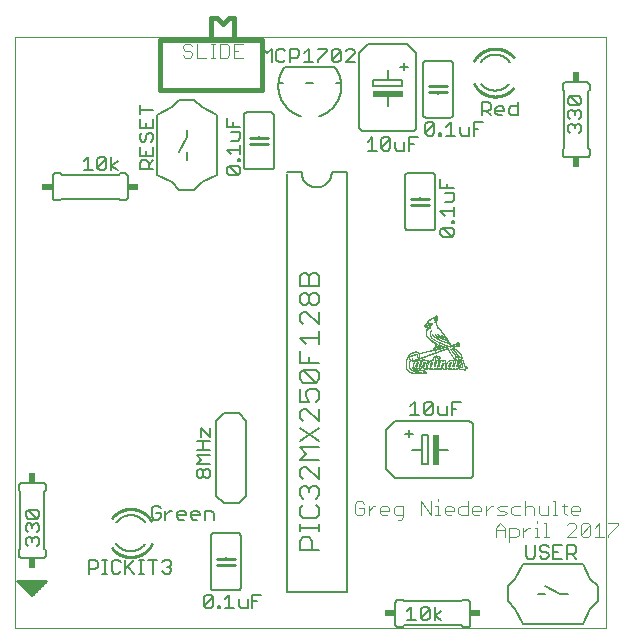
<source format=gto>
G75*
%MOIN*%
%OFA0B0*%
%FSLAX25Y25*%
%IPPOS*%
%LPD*%
%AMOC8*
5,1,8,0,0,1.08239X$1,22.5*
%
%ADD10C,0.00000*%
%ADD11C,0.00400*%
%ADD12R,0.00160X0.00020*%
%ADD13R,0.00260X0.00020*%
%ADD14R,0.00320X0.00020*%
%ADD15R,0.00420X0.00020*%
%ADD16R,0.00200X0.00020*%
%ADD17R,0.00520X0.00020*%
%ADD18R,0.00340X0.00020*%
%ADD19R,0.00460X0.00020*%
%ADD20R,0.00620X0.00020*%
%ADD21R,0.00880X0.00020*%
%ADD22R,0.00760X0.00020*%
%ADD23R,0.00560X0.00020*%
%ADD24R,0.01200X0.00020*%
%ADD25R,0.00940X0.00020*%
%ADD26R,0.00740X0.00020*%
%ADD27R,0.01480X0.00020*%
%ADD28R,0.02080X0.00020*%
%ADD29R,0.01720X0.00020*%
%ADD30R,0.02140X0.00020*%
%ADD31R,0.02000X0.00020*%
%ADD32R,0.00640X0.00020*%
%ADD33R,0.01560X0.00020*%
%ADD34R,0.03440X0.00020*%
%ADD35R,0.01540X0.00020*%
%ADD36R,0.03440X0.00020*%
%ADD37R,0.01480X0.00020*%
%ADD38R,0.03460X0.00020*%
%ADD39R,0.01440X0.00020*%
%ADD40R,0.00800X0.00020*%
%ADD41R,0.02060X0.00020*%
%ADD42R,0.01360X0.00020*%
%ADD43R,0.00680X0.00020*%
%ADD44R,0.01700X0.00020*%
%ADD45R,0.01260X0.00020*%
%ADD46R,0.00620X0.00020*%
%ADD47R,0.01500X0.00020*%
%ADD48R,0.01100X0.00020*%
%ADD49R,0.00540X0.00020*%
%ADD50R,0.01320X0.00020*%
%ADD51R,0.00440X0.00020*%
%ADD52R,0.00500X0.00020*%
%ADD53R,0.01140X0.00020*%
%ADD54R,0.00320X0.00020*%
%ADD55R,0.00480X0.00020*%
%ADD56R,0.00980X0.00020*%
%ADD57R,0.00280X0.00020*%
%ADD58R,0.00420X0.00020*%
%ADD59R,0.00780X0.00020*%
%ADD60R,0.00280X0.00020*%
%ADD61R,0.00420X0.00020*%
%ADD62R,0.00400X0.00020*%
%ADD63R,0.00380X0.00020*%
%ADD64R,0.00260X0.00020*%
%ADD65R,0.00380X0.00020*%
%ADD66R,0.00360X0.00020*%
%ADD67R,0.00240X0.00020*%
%ADD68R,0.00240X0.00020*%
%ADD69R,0.00340X0.00020*%
%ADD70R,0.00240X0.00020*%
%ADD71R,0.00320X0.00020*%
%ADD72R,0.00300X0.00020*%
%ADD73R,0.00220X0.00020*%
%ADD74R,0.00320X0.00020*%
%ADD75R,0.00300X0.00020*%
%ADD76R,0.00340X0.00020*%
%ADD77R,0.01180X0.00020*%
%ADD78R,0.01800X0.00020*%
%ADD79R,0.02060X0.00020*%
%ADD80R,0.02320X0.00020*%
%ADD81R,0.02560X0.00020*%
%ADD82R,0.00640X0.00020*%
%ADD83R,0.03020X0.00020*%
%ADD84R,0.00600X0.00020*%
%ADD85R,0.02760X0.00020*%
%ADD86R,0.00540X0.00020*%
%ADD87R,0.02540X0.00020*%
%ADD88R,0.02340X0.00020*%
%ADD89R,0.00440X0.00020*%
%ADD90R,0.02120X0.00020*%
%ADD91R,0.01880X0.00020*%
%ADD92R,0.01640X0.00020*%
%ADD93R,0.01300X0.00020*%
%ADD94R,0.00060X0.00020*%
%ADD95R,0.00360X0.00020*%
%ADD96R,0.01040X0.00020*%
%ADD97R,0.00120X0.00020*%
%ADD98R,0.00740X0.00020*%
%ADD99R,0.00020X0.00020*%
%ADD100R,0.00180X0.00020*%
%ADD101R,0.00340X0.00020*%
%ADD102R,0.00660X0.00020*%
%ADD103R,0.00440X0.00020*%
%ADD104R,0.00220X0.00020*%
%ADD105R,0.00060X0.00020*%
%ADD106R,0.00780X0.00020*%
%ADD107R,0.00500X0.00020*%
%ADD108R,0.00240X0.00020*%
%ADD109R,0.00040X0.00020*%
%ADD110R,0.00520X0.00020*%
%ADD111R,0.00940X0.00020*%
%ADD112R,0.00160X0.00020*%
%ADD113R,0.00580X0.00020*%
%ADD114R,0.00460X0.00020*%
%ADD115R,0.01780X0.00020*%
%ADD116R,0.01300X0.00020*%
%ADD117R,0.00700X0.00020*%
%ADD118R,0.00180X0.00020*%
%ADD119R,0.00580X0.00020*%
%ADD120R,0.00600X0.00020*%
%ADD121R,0.01840X0.00020*%
%ADD122R,0.01700X0.00020*%
%ADD123R,0.00860X0.00020*%
%ADD124R,0.00720X0.00020*%
%ADD125R,0.01600X0.00020*%
%ADD126R,0.01740X0.00020*%
%ADD127R,0.00920X0.00020*%
%ADD128R,0.00800X0.00020*%
%ADD129R,0.00820X0.00020*%
%ADD130R,0.00820X0.00020*%
%ADD131R,0.01900X0.00020*%
%ADD132R,0.00420X0.00020*%
%ADD133R,0.01760X0.00020*%
%ADD134R,0.01000X0.00020*%
%ADD135R,0.01900X0.00020*%
%ADD136R,0.00900X0.00020*%
%ADD137R,0.00520X0.00020*%
%ADD138R,0.00660X0.00020*%
%ADD139R,0.01860X0.00020*%
%ADD140R,0.01080X0.00020*%
%ADD141R,0.01980X0.00020*%
%ADD142R,0.00720X0.00020*%
%ADD143R,0.00760X0.00020*%
%ADD144R,0.00960X0.00020*%
%ADD145R,0.02020X0.00020*%
%ADD146R,0.01880X0.00020*%
%ADD147R,0.01120X0.00020*%
%ADD148R,0.00900X0.00020*%
%ADD149R,0.01460X0.00020*%
%ADD150R,0.02160X0.00020*%
%ADD151R,0.01160X0.00020*%
%ADD152R,0.01400X0.00020*%
%ADD153R,0.00200X0.00020*%
%ADD154R,0.00140X0.00020*%
%ADD155R,0.00220X0.00020*%
%ADD156R,0.01540X0.00020*%
%ADD157R,0.00980X0.00020*%
%ADD158R,0.03420X0.00020*%
%ADD159R,0.00560X0.00020*%
%ADD160R,0.01380X0.00020*%
%ADD161R,0.00700X0.00020*%
%ADD162R,0.02420X0.00020*%
%ADD163R,0.01220X0.00020*%
%ADD164R,0.01380X0.00020*%
%ADD165R,0.00640X0.00020*%
%ADD166R,0.02400X0.00020*%
%ADD167R,0.00840X0.00020*%
%ADD168R,0.00220X0.00020*%
%ADD169R,0.02380X0.00020*%
%ADD170R,0.00400X0.00020*%
%ADD171R,0.00540X0.00020*%
%ADD172R,0.02380X0.00020*%
%ADD173R,0.00860X0.00020*%
%ADD174R,0.00720X0.00020*%
%ADD175R,0.00080X0.00020*%
%ADD176R,0.00620X0.00020*%
%ADD177R,0.00100X0.00020*%
%ADD178R,0.00520X0.00020*%
%ADD179R,0.00020X0.00020*%
%ADD180R,0.00120X0.00020*%
%ADD181R,0.00100X0.00020*%
%ADD182R,0.00080X0.00020*%
%ADD183R,0.00480X0.00020*%
%ADD184R,0.00040X0.00020*%
%ADD185R,0.00620X0.00020*%
%ADD186R,0.00040X0.00020*%
%ADD187R,0.00140X0.00020*%
%ADD188R,0.00540X0.00020*%
%ADD189R,0.00440X0.00020*%
%ADD190R,0.00120X0.00020*%
%ADD191R,0.00140X0.00020*%
%ADD192R,0.00140X0.00020*%
%ADD193R,0.00820X0.00020*%
%ADD194R,0.01100X0.00020*%
%ADD195R,0.01260X0.00020*%
%ADD196R,0.01060X0.00020*%
%ADD197R,0.01040X0.00020*%
%ADD198R,0.01460X0.00020*%
%ADD199R,0.01820X0.00020*%
%ADD200R,0.01580X0.00020*%
%ADD201R,0.00120X0.00020*%
%ADD202R,0.01020X0.00020*%
%ADD203R,0.00960X0.00020*%
%ADD204R,0.00680X0.00020*%
%ADD205R,0.01000X0.00020*%
%ADD206R,0.01500X0.00020*%
%ADD207R,0.00920X0.00020*%
%ADD208R,0.01020X0.00020*%
%ADD209R,0.01760X0.00020*%
%ADD210R,0.01520X0.00020*%
%ADD211R,0.00920X0.00020*%
%ADD212R,0.01720X0.00020*%
%ADD213R,0.01660X0.00020*%
%ADD214R,0.01340X0.00020*%
%ADD215R,0.01240X0.00020*%
%ADD216R,0.01520X0.00020*%
%ADD217R,0.00820X0.00020*%
%ADD218R,0.01220X0.00020*%
%ADD219R,0.01840X0.00020*%
%ADD220R,0.00840X0.00020*%
%ADD221R,0.01020X0.00020*%
%ADD222R,0.00740X0.00020*%
%ADD223R,0.01180X0.00020*%
%ADD224R,0.01400X0.00020*%
%ADD225R,0.01060X0.00020*%
%ADD226R,0.00720X0.00020*%
%ADD227R,0.01340X0.00020*%
%ADD228R,0.01320X0.00020*%
%ADD229R,0.01340X0.00020*%
%ADD230R,0.01420X0.00020*%
%ADD231R,0.01440X0.00020*%
%ADD232R,0.01520X0.00020*%
%ADD233R,0.00040X0.00020*%
%ADD234R,0.01280X0.00020*%
%ADD235R,0.01220X0.00020*%
%ADD236R,0.01120X0.00020*%
%ADD237R,0.01080X0.00020*%
%ADD238R,0.01280X0.00020*%
%ADD239R,0.01720X0.00020*%
%ADD240R,0.01120X0.00020*%
%ADD241R,0.00880X0.00020*%
%ADD242R,0.00920X0.00020*%
%ADD243R,0.01200X0.00020*%
%ADD244R,0.01140X0.00020*%
%ADD245R,0.00020X0.00020*%
%ADD246R,0.01240X0.00020*%
%ADD247R,0.01320X0.00020*%
%ADD248R,0.01540X0.00020*%
%ADD249R,0.00840X0.00020*%
%ADD250R,0.01920X0.00020*%
%ADD251R,0.01820X0.00020*%
%ADD252R,0.01680X0.00020*%
%ADD253R,0.01580X0.00020*%
%ADD254C,0.00600*%
%ADD255C,0.01000*%
%ADD256C,0.00500*%
%ADD257R,0.02000X0.10000*%
%ADD258R,0.10000X0.02000*%
%ADD259R,0.02400X0.03400*%
%ADD260R,0.03400X0.02400*%
%ADD261C,0.00700*%
%ADD262C,0.01600*%
%ADD263C,0.00800*%
D10*
X0001600Y0001600D02*
X0001600Y0198450D01*
X0198450Y0198450D01*
X0198450Y0001600D01*
X0001600Y0001600D01*
D11*
X0114818Y0039817D02*
X0115585Y0039050D01*
X0117120Y0039050D01*
X0117887Y0039817D01*
X0117887Y0041352D01*
X0116352Y0041352D01*
X0114818Y0042887D02*
X0114818Y0039817D01*
X0114818Y0042887D02*
X0115585Y0043654D01*
X0117120Y0043654D01*
X0117887Y0042887D01*
X0119422Y0042119D02*
X0119422Y0039050D01*
X0119422Y0040585D02*
X0120956Y0042119D01*
X0121724Y0042119D01*
X0123258Y0041352D02*
X0123258Y0039817D01*
X0124026Y0039050D01*
X0125560Y0039050D01*
X0126328Y0040585D02*
X0123258Y0040585D01*
X0123258Y0041352D02*
X0124026Y0042119D01*
X0125560Y0042119D01*
X0126328Y0041352D01*
X0126328Y0040585D01*
X0127862Y0041352D02*
X0127862Y0039817D01*
X0128630Y0039050D01*
X0130931Y0039050D01*
X0130931Y0038283D02*
X0130931Y0042119D01*
X0128630Y0042119D01*
X0127862Y0041352D01*
X0129397Y0037515D02*
X0130164Y0037515D01*
X0130931Y0038283D01*
X0137070Y0039050D02*
X0137070Y0043654D01*
X0140139Y0039050D01*
X0140139Y0043654D01*
X0141674Y0042119D02*
X0142441Y0042119D01*
X0142441Y0039050D01*
X0141674Y0039050D02*
X0143209Y0039050D01*
X0144743Y0039817D02*
X0144743Y0041352D01*
X0145511Y0042119D01*
X0147045Y0042119D01*
X0147813Y0041352D01*
X0147813Y0040585D01*
X0144743Y0040585D01*
X0144743Y0039817D02*
X0145511Y0039050D01*
X0147045Y0039050D01*
X0149347Y0039817D02*
X0149347Y0041352D01*
X0150114Y0042119D01*
X0152416Y0042119D01*
X0152416Y0043654D02*
X0152416Y0039050D01*
X0150114Y0039050D01*
X0149347Y0039817D01*
X0153951Y0039817D02*
X0154718Y0039050D01*
X0156253Y0039050D01*
X0157020Y0040585D02*
X0153951Y0040585D01*
X0153951Y0041352D02*
X0153951Y0039817D01*
X0153951Y0041352D02*
X0154718Y0042119D01*
X0156253Y0042119D01*
X0157020Y0041352D01*
X0157020Y0040585D01*
X0158555Y0040585D02*
X0160090Y0042119D01*
X0160857Y0042119D01*
X0162392Y0041352D02*
X0163159Y0042119D01*
X0165461Y0042119D01*
X0164694Y0040585D02*
X0163159Y0040585D01*
X0162392Y0041352D01*
X0164694Y0040585D02*
X0165461Y0039817D01*
X0164694Y0039050D01*
X0162392Y0039050D01*
X0163335Y0036404D02*
X0164869Y0034869D01*
X0164869Y0031800D01*
X0166404Y0031800D02*
X0168706Y0031800D01*
X0169473Y0032567D01*
X0169473Y0034102D01*
X0168706Y0034869D01*
X0166404Y0034869D01*
X0166404Y0030265D01*
X0164869Y0034102D02*
X0161800Y0034102D01*
X0161800Y0034869D02*
X0163335Y0036404D01*
X0161800Y0034869D02*
X0161800Y0031800D01*
X0158555Y0039050D02*
X0158555Y0042119D01*
X0166996Y0041352D02*
X0166996Y0039817D01*
X0167763Y0039050D01*
X0170065Y0039050D01*
X0171599Y0039050D02*
X0171599Y0043654D01*
X0172367Y0042119D02*
X0173901Y0042119D01*
X0174669Y0041352D01*
X0174669Y0039050D01*
X0176203Y0039817D02*
X0176971Y0039050D01*
X0179273Y0039050D01*
X0179273Y0042119D01*
X0180807Y0043654D02*
X0181575Y0043654D01*
X0181575Y0039050D01*
X0182342Y0039050D02*
X0180807Y0039050D01*
X0178681Y0036404D02*
X0178681Y0031800D01*
X0177914Y0031800D02*
X0179448Y0031800D01*
X0176379Y0031800D02*
X0174844Y0031800D01*
X0175612Y0031800D02*
X0175612Y0034869D01*
X0174844Y0034869D01*
X0173310Y0034869D02*
X0172542Y0034869D01*
X0171008Y0033335D01*
X0171008Y0034869D02*
X0171008Y0031800D01*
X0175612Y0036404D02*
X0175612Y0037171D01*
X0177914Y0036404D02*
X0178681Y0036404D01*
X0176203Y0039817D02*
X0176203Y0042119D01*
X0172367Y0042119D02*
X0171599Y0041352D01*
X0170065Y0042119D02*
X0167763Y0042119D01*
X0166996Y0041352D01*
X0183877Y0042119D02*
X0185411Y0042119D01*
X0184644Y0042887D02*
X0184644Y0039817D01*
X0185411Y0039050D01*
X0186946Y0039817D02*
X0186946Y0041352D01*
X0187713Y0042119D01*
X0189248Y0042119D01*
X0190015Y0041352D01*
X0190015Y0040585D01*
X0186946Y0040585D01*
X0186946Y0039817D02*
X0187713Y0039050D01*
X0189248Y0039050D01*
X0187889Y0036404D02*
X0186354Y0036404D01*
X0185587Y0035637D01*
X0187889Y0036404D02*
X0188656Y0035637D01*
X0188656Y0034869D01*
X0185587Y0031800D01*
X0188656Y0031800D01*
X0190191Y0032567D02*
X0193260Y0035637D01*
X0193260Y0032567D01*
X0192493Y0031800D01*
X0190958Y0031800D01*
X0190191Y0032567D01*
X0190191Y0035637D01*
X0190958Y0036404D01*
X0192493Y0036404D01*
X0193260Y0035637D01*
X0194795Y0034869D02*
X0196329Y0036404D01*
X0196329Y0031800D01*
X0194795Y0031800D02*
X0197864Y0031800D01*
X0199399Y0031800D02*
X0199399Y0032567D01*
X0202468Y0035637D01*
X0202468Y0036404D01*
X0199399Y0036404D01*
X0142441Y0043654D02*
X0142441Y0044421D01*
X0077500Y0191550D02*
X0074431Y0191550D01*
X0074431Y0196154D01*
X0077500Y0196154D01*
X0075966Y0193852D02*
X0074431Y0193852D01*
X0072896Y0195387D02*
X0072129Y0196154D01*
X0069827Y0196154D01*
X0069827Y0191550D01*
X0072129Y0191550D01*
X0072896Y0192317D01*
X0072896Y0195387D01*
X0068292Y0196154D02*
X0066758Y0196154D01*
X0067525Y0196154D02*
X0067525Y0191550D01*
X0066758Y0191550D02*
X0068292Y0191550D01*
X0065223Y0191550D02*
X0062154Y0191550D01*
X0062154Y0196154D01*
X0060619Y0195387D02*
X0059852Y0196154D01*
X0058317Y0196154D01*
X0057550Y0195387D01*
X0057550Y0194619D01*
X0058317Y0193852D01*
X0059852Y0193852D01*
X0060619Y0193085D01*
X0060619Y0192317D01*
X0059852Y0191550D01*
X0058317Y0191550D01*
X0057550Y0192317D01*
D12*
X0141750Y0104200D03*
X0142310Y0102600D03*
X0142330Y0102500D03*
X0142350Y0102460D03*
X0142370Y0102360D03*
X0142370Y0102300D03*
X0142390Y0102260D03*
X0142410Y0102200D03*
X0142410Y0102160D03*
X0142430Y0102100D03*
X0142430Y0102060D03*
X0142450Y0101960D03*
X0140410Y0100100D03*
X0140390Y0100060D03*
X0140310Y0099900D03*
X0140290Y0099860D03*
X0140210Y0099160D03*
X0140290Y0098660D03*
X0140310Y0098600D03*
X0140310Y0098560D03*
X0141110Y0098700D03*
X0141130Y0098660D03*
X0141990Y0098800D03*
X0142790Y0098960D03*
X0142910Y0098860D03*
X0142990Y0098800D03*
X0143030Y0098760D03*
X0144330Y0099560D03*
X0143690Y0097100D03*
X0142170Y0095560D03*
X0142150Y0095500D03*
X0142130Y0095460D03*
X0143570Y0094060D03*
X0143590Y0094000D03*
X0143590Y0093960D03*
X0143610Y0093860D03*
X0142570Y0091460D03*
X0142570Y0091160D03*
X0142110Y0091500D03*
X0142130Y0091600D03*
X0143550Y0090300D03*
X0143550Y0090260D03*
X0143530Y0090200D03*
X0143510Y0090160D03*
X0143490Y0090060D03*
X0143470Y0090000D03*
X0143450Y0089900D03*
X0144450Y0089060D03*
X0144430Y0088960D03*
X0144410Y0088900D03*
X0144390Y0088800D03*
X0144350Y0088660D03*
X0144330Y0088600D03*
X0146410Y0088500D03*
X0146410Y0088460D03*
X0146870Y0088600D03*
X0146910Y0088700D03*
X0146950Y0088800D03*
X0146970Y0088860D03*
X0147130Y0089760D03*
X0148410Y0089500D03*
X0148430Y0089560D03*
X0148450Y0089660D03*
X0148470Y0089700D03*
X0148490Y0089760D03*
X0148490Y0089800D03*
X0148510Y0089860D03*
X0148510Y0089900D03*
X0148530Y0089960D03*
X0148530Y0090000D03*
X0148550Y0090100D03*
X0148550Y0090160D03*
X0149310Y0090100D03*
X0149530Y0091100D03*
X0149550Y0091200D03*
X0149570Y0091300D03*
X0149590Y0091400D03*
X0149590Y0091460D03*
X0149110Y0092560D03*
X0149070Y0092600D03*
X0149010Y0092660D03*
X0148970Y0092700D03*
X0148790Y0092900D03*
X0148610Y0093100D03*
X0148470Y0093260D03*
X0148430Y0093300D03*
X0148370Y0093360D03*
X0148330Y0093400D03*
X0148290Y0093460D03*
X0148250Y0093500D03*
X0148190Y0093560D03*
X0148150Y0093600D03*
X0148010Y0093760D03*
X0147970Y0093800D03*
X0148070Y0092760D03*
X0148150Y0092660D03*
X0148190Y0092600D03*
X0148270Y0092500D03*
X0148350Y0092400D03*
X0148370Y0092360D03*
X0148450Y0092260D03*
X0147410Y0092100D03*
X0147370Y0092160D03*
X0147350Y0092200D03*
X0147310Y0092260D03*
X0147290Y0092300D03*
X0147250Y0092360D03*
X0147210Y0092400D03*
X0147150Y0092500D03*
X0147110Y0092560D03*
X0147090Y0092600D03*
X0147050Y0092660D03*
X0146950Y0092800D03*
X0146910Y0092860D03*
X0146890Y0092900D03*
X0146850Y0092960D03*
X0146830Y0093000D03*
X0146790Y0093060D03*
X0146690Y0093200D03*
X0149630Y0095160D03*
X0149770Y0095900D03*
X0149750Y0095960D03*
X0149730Y0096000D03*
X0149190Y0096200D03*
X0149170Y0096160D03*
X0149130Y0096060D03*
X0149090Y0096000D03*
X0150690Y0089560D03*
X0151390Y0089500D03*
X0151410Y0089360D03*
X0150850Y0088700D03*
X0150870Y0088600D03*
X0150870Y0088560D03*
X0150870Y0088500D03*
X0150870Y0088460D03*
X0150870Y0088400D03*
X0150870Y0088360D03*
X0150850Y0088300D03*
X0151710Y0087200D03*
X0148950Y0088360D03*
X0140790Y0089360D03*
X0140790Y0089400D03*
X0140770Y0089200D03*
X0140210Y0088960D03*
X0140210Y0088900D03*
X0140190Y0088860D03*
X0140190Y0088800D03*
X0140190Y0088760D03*
X0140190Y0088660D03*
X0140190Y0088600D03*
X0140190Y0088560D03*
X0138970Y0089000D03*
X0138950Y0088960D03*
X0138930Y0088900D03*
X0138990Y0089060D03*
X0139030Y0089160D03*
X0138030Y0088100D03*
X0138030Y0088060D03*
X0138030Y0088000D03*
X0138050Y0087900D03*
X0138070Y0087860D03*
X0138090Y0087800D03*
X0138110Y0087760D03*
X0137170Y0086000D03*
X0134590Y0088900D03*
X0134610Y0089060D03*
X0134610Y0089100D03*
X0134630Y0089200D03*
X0134670Y0089360D03*
X0134350Y0090500D03*
X0133370Y0091560D03*
X0133450Y0091760D03*
X0133490Y0091800D03*
X0135810Y0091700D03*
X0135810Y0092200D03*
X0135810Y0092260D03*
X0135810Y0092300D03*
X0136670Y0092360D03*
X0136690Y0092300D03*
X0136690Y0091800D03*
X0136670Y0091760D03*
D13*
X0135880Y0091620D03*
X0136580Y0092580D03*
X0136980Y0090380D03*
X0135940Y0089820D03*
X0135960Y0089540D03*
X0135960Y0089520D03*
X0135600Y0089520D03*
X0134880Y0089840D03*
X0134840Y0089780D03*
X0135740Y0088540D03*
X0137160Y0087840D03*
X0137200Y0087880D03*
X0138260Y0086780D03*
X0138320Y0086740D03*
X0138540Y0086480D03*
X0138560Y0086440D03*
X0137180Y0086020D03*
X0138380Y0089440D03*
X0138080Y0089640D03*
X0139880Y0090020D03*
X0139960Y0090120D03*
X0139980Y0090140D03*
X0140560Y0088480D03*
X0140680Y0087720D03*
X0141520Y0088320D03*
X0143020Y0088620D03*
X0144020Y0088780D03*
X0144040Y0088840D03*
X0144080Y0088940D03*
X0144100Y0089020D03*
X0144100Y0089040D03*
X0144440Y0090240D03*
X0145220Y0090320D03*
X0146700Y0089480D03*
X0146560Y0088220D03*
X0145480Y0088440D03*
X0144380Y0087640D03*
X0143720Y0087680D03*
X0143700Y0087640D03*
X0143100Y0090280D03*
X0143100Y0090320D03*
X0143000Y0090780D03*
X0143260Y0090940D03*
X0142660Y0091020D03*
X0141300Y0091520D03*
X0141280Y0091480D03*
X0141840Y0093620D03*
X0141840Y0093640D03*
X0142000Y0095140D03*
X0143260Y0095580D03*
X0144340Y0095880D03*
X0144440Y0095840D03*
X0144740Y0095720D03*
X0144840Y0095680D03*
X0145260Y0095520D03*
X0145860Y0094480D03*
X0145880Y0094440D03*
X0146100Y0094080D03*
X0146140Y0094020D03*
X0146200Y0093940D03*
X0147180Y0095280D03*
X0146720Y0095720D03*
X0146680Y0095780D03*
X0146040Y0096820D03*
X0145820Y0097220D03*
X0145820Y0097240D03*
X0145580Y0097680D03*
X0145020Y0097340D03*
X0144600Y0096720D03*
X0144560Y0096740D03*
X0144640Y0098120D03*
X0144600Y0098140D03*
X0144500Y0098180D03*
X0144400Y0098220D03*
X0144060Y0098440D03*
X0145140Y0098340D03*
X0145200Y0098240D03*
X0145200Y0098220D03*
X0143200Y0097340D03*
X0143120Y0097380D03*
X0141520Y0097280D03*
X0141460Y0097320D03*
X0141560Y0098240D03*
X0141500Y0098280D03*
X0141440Y0098320D03*
X0141420Y0098340D03*
X0141380Y0098380D03*
X0139980Y0097380D03*
X0139940Y0097420D03*
X0139920Y0097440D03*
X0139880Y0097480D03*
X0139840Y0097520D03*
X0139820Y0097540D03*
X0139780Y0097580D03*
X0138860Y0100180D03*
X0138860Y0100220D03*
X0138300Y0101920D03*
X0138300Y0101940D03*
X0138320Y0101980D03*
X0138340Y0102020D03*
X0138440Y0102180D03*
X0138520Y0102280D03*
X0138560Y0102320D03*
X0138580Y0102340D03*
X0138600Y0102380D03*
X0138640Y0102420D03*
X0138660Y0102440D03*
X0138700Y0102480D03*
X0138740Y0102520D03*
X0139200Y0103080D03*
X0139560Y0103640D03*
X0139600Y0103680D03*
X0142060Y0103420D03*
X0142080Y0103440D03*
X0142140Y0103580D03*
X0142160Y0103620D03*
X0142160Y0103640D03*
X0142280Y0104240D03*
X0142280Y0104280D03*
X0142320Y0104840D03*
X0142280Y0105220D03*
X0143560Y0100540D03*
X0143580Y0100520D03*
X0148500Y0095180D03*
X0148040Y0094580D03*
X0148080Y0094540D03*
X0148100Y0094520D03*
X0148140Y0094480D03*
X0148220Y0094420D03*
X0148260Y0094380D03*
X0148300Y0094340D03*
X0148320Y0094320D03*
X0148420Y0094240D03*
X0148440Y0094220D03*
X0148480Y0094180D03*
X0148520Y0094140D03*
X0148560Y0094120D03*
X0148600Y0094080D03*
X0148640Y0094040D03*
X0148660Y0094020D03*
X0148760Y0093940D03*
X0148780Y0093920D03*
X0148820Y0093880D03*
X0148940Y0093780D03*
X0149660Y0093140D03*
X0149680Y0093120D03*
X0149840Y0092980D03*
X0149880Y0092940D03*
X0150060Y0092780D03*
X0150120Y0092720D03*
X0150160Y0092680D03*
X0150300Y0092540D03*
X0150320Y0092520D03*
X0150380Y0092440D03*
X0150400Y0092420D03*
X0149700Y0091920D03*
X0149680Y0091940D03*
X0149640Y0091980D03*
X0149520Y0090880D03*
X0149760Y0090120D03*
X0150100Y0089740D03*
X0150080Y0089720D03*
X0150040Y0089680D03*
X0150000Y0089620D03*
X0149960Y0089580D03*
X0150220Y0089880D03*
X0150560Y0090220D03*
X0150580Y0090240D03*
X0150960Y0090520D03*
X0151240Y0090280D03*
X0150420Y0091020D03*
X0150600Y0091420D03*
X0149300Y0089820D03*
X0148540Y0090480D03*
X0148240Y0090940D03*
X0148200Y0090980D03*
X0150360Y0089120D03*
X0150380Y0089140D03*
X0150720Y0089180D03*
X0150740Y0089140D03*
X0150740Y0089120D03*
X0150080Y0088720D03*
X0150060Y0088680D03*
X0150040Y0088620D03*
X0150040Y0088440D03*
X0150040Y0088420D03*
X0150060Y0088380D03*
X0149020Y0088480D03*
X0148060Y0088740D03*
X0148020Y0088680D03*
X0147980Y0088640D03*
X0151600Y0088420D03*
X0151980Y0087780D03*
X0151940Y0087740D03*
X0151920Y0087720D03*
X0151760Y0087540D03*
X0149380Y0096380D03*
X0132960Y0091840D03*
X0132920Y0091780D03*
X0132900Y0091740D03*
X0132860Y0091680D03*
X0132840Y0091640D03*
X0132800Y0091580D03*
X0132780Y0091540D03*
X0132780Y0091520D03*
X0132760Y0091480D03*
X0132740Y0091440D03*
X0132720Y0091420D03*
X0132700Y0091380D03*
X0132680Y0091340D03*
X0132580Y0091120D03*
X0132500Y0087340D03*
X0132560Y0087240D03*
X0132600Y0087180D03*
X0132620Y0087140D03*
X0132640Y0087120D03*
X0132660Y0087080D03*
X0132700Y0087040D03*
X0132720Y0087020D03*
X0132800Y0086920D03*
X0132840Y0086880D03*
X0132880Y0086840D03*
X0133620Y0087440D03*
X0133640Y0087420D03*
D14*
X0133190Y0086580D03*
X0134990Y0087740D03*
X0135550Y0088320D03*
X0137090Y0087780D03*
X0137190Y0086040D03*
X0134950Y0089940D03*
X0135950Y0091580D03*
X0136250Y0092880D03*
X0136150Y0092940D03*
X0133590Y0092580D03*
X0133550Y0092540D03*
X0140390Y0097040D03*
X0141950Y0097020D03*
X0142090Y0096940D03*
X0142390Y0096780D03*
X0142590Y0096680D03*
X0143090Y0096440D03*
X0142890Y0095280D03*
X0142690Y0095180D03*
X0141790Y0093720D03*
X0143490Y0098020D03*
X0143450Y0098040D03*
X0143390Y0098080D03*
X0144250Y0098280D03*
X0143050Y0101040D03*
X0142950Y0101120D03*
X0142250Y0104120D03*
X0142250Y0104140D03*
X0138850Y0102620D03*
X0146550Y0095920D03*
X0149350Y0095580D03*
X0149850Y0090220D03*
X0150690Y0090320D03*
X0150650Y0089420D03*
X0152090Y0087880D03*
X0147750Y0088420D03*
X0146750Y0089520D03*
D15*
X0145700Y0087800D03*
X0148040Y0087700D03*
X0144700Y0093960D03*
X0144240Y0093800D03*
X0143240Y0093460D03*
X0143440Y0095060D03*
X0141800Y0096100D03*
X0141700Y0096160D03*
X0141640Y0096200D03*
X0141540Y0096260D03*
X0141540Y0094460D03*
X0141600Y0092860D03*
X0141440Y0092800D03*
X0137240Y0091300D03*
X0137140Y0091260D03*
X0139440Y0087800D03*
X0137200Y0086060D03*
X0134640Y0087500D03*
X0144000Y0097760D03*
X0142700Y0101300D03*
X0139700Y0102260D03*
X0147740Y0094900D03*
D16*
X0147310Y0095160D03*
X0146850Y0095160D03*
X0146850Y0095200D03*
X0145730Y0094760D03*
X0145710Y0094800D03*
X0145670Y0094860D03*
X0145650Y0094900D03*
X0145610Y0094960D03*
X0145590Y0095000D03*
X0145550Y0095060D03*
X0145530Y0095100D03*
X0145490Y0095160D03*
X0145470Y0095200D03*
X0146330Y0096400D03*
X0146290Y0096460D03*
X0146270Y0096500D03*
X0146210Y0096600D03*
X0146170Y0096660D03*
X0145790Y0097360D03*
X0145770Y0097400D03*
X0145710Y0097500D03*
X0144910Y0098700D03*
X0144870Y0098760D03*
X0144850Y0098800D03*
X0144810Y0098860D03*
X0144190Y0099760D03*
X0144110Y0099860D03*
X0144010Y0100000D03*
X0143950Y0100060D03*
X0143930Y0100100D03*
X0143850Y0100200D03*
X0143230Y0098600D03*
X0143270Y0098560D03*
X0142270Y0098500D03*
X0142210Y0098560D03*
X0140590Y0098100D03*
X0140510Y0098200D03*
X0140470Y0098260D03*
X0140450Y0098300D03*
X0140410Y0098360D03*
X0139350Y0098100D03*
X0139310Y0098160D03*
X0139130Y0098460D03*
X0139110Y0098500D03*
X0138950Y0098900D03*
X0138930Y0098960D03*
X0138850Y0099300D03*
X0138810Y0099660D03*
X0138810Y0099700D03*
X0138810Y0099760D03*
X0138810Y0099800D03*
X0138810Y0099860D03*
X0142250Y0102800D03*
X0142230Y0102860D03*
X0142210Y0102960D03*
X0141930Y0104300D03*
X0143470Y0097200D03*
X0143910Y0097000D03*
X0144010Y0096960D03*
X0144150Y0096900D03*
X0142250Y0095700D03*
X0142230Y0095660D03*
X0143550Y0094160D03*
X0141850Y0093260D03*
X0141850Y0093200D03*
X0141830Y0093100D03*
X0141210Y0091260D03*
X0141190Y0091160D03*
X0141170Y0091100D03*
X0141150Y0091000D03*
X0141130Y0090960D03*
X0141110Y0090860D03*
X0141090Y0090800D03*
X0141090Y0090760D03*
X0141070Y0090700D03*
X0141070Y0090660D03*
X0141050Y0090560D03*
X0141850Y0090400D03*
X0141850Y0090360D03*
X0141830Y0090300D03*
X0141830Y0090260D03*
X0141810Y0090200D03*
X0141810Y0090160D03*
X0141790Y0090100D03*
X0141870Y0090460D03*
X0141870Y0090500D03*
X0141890Y0090560D03*
X0141910Y0090660D03*
X0141930Y0090760D03*
X0141950Y0090860D03*
X0141990Y0091000D03*
X0142290Y0090260D03*
X0142270Y0090200D03*
X0142230Y0090060D03*
X0142210Y0090000D03*
X0142190Y0089900D03*
X0142170Y0089860D03*
X0142150Y0089760D03*
X0142130Y0089700D03*
X0142070Y0089460D03*
X0142050Y0089400D03*
X0142010Y0089260D03*
X0141990Y0089200D03*
X0141970Y0089160D03*
X0141950Y0089100D03*
X0141950Y0089060D03*
X0141930Y0089000D03*
X0141910Y0088960D03*
X0141890Y0088900D03*
X0141870Y0088860D03*
X0141850Y0088800D03*
X0141830Y0088760D03*
X0141810Y0088700D03*
X0141790Y0088660D03*
X0141750Y0088600D03*
X0141470Y0088600D03*
X0141470Y0088660D03*
X0141490Y0088760D03*
X0141490Y0088800D03*
X0141510Y0088860D03*
X0141510Y0088900D03*
X0141530Y0088960D03*
X0141530Y0089000D03*
X0141550Y0089060D03*
X0141550Y0089100D03*
X0141570Y0089160D03*
X0141590Y0089260D03*
X0141610Y0089300D03*
X0141630Y0089400D03*
X0141650Y0089500D03*
X0141670Y0089600D03*
X0141690Y0089700D03*
X0140790Y0089600D03*
X0140730Y0088960D03*
X0140710Y0088860D03*
X0140690Y0088800D03*
X0140690Y0088760D03*
X0140670Y0088700D03*
X0140650Y0088660D03*
X0140630Y0088600D03*
X0140250Y0089100D03*
X0140270Y0089160D03*
X0139350Y0088700D03*
X0139330Y0088600D03*
X0138870Y0088600D03*
X0138870Y0088560D03*
X0138870Y0088500D03*
X0138870Y0088400D03*
X0138070Y0088560D03*
X0138090Y0088660D03*
X0138110Y0088700D03*
X0138130Y0088760D03*
X0138130Y0088800D03*
X0138150Y0088860D03*
X0138170Y0088900D03*
X0138190Y0088960D03*
X0137790Y0088960D03*
X0137750Y0088860D03*
X0137730Y0088800D03*
X0137710Y0088760D03*
X0137690Y0088700D03*
X0137670Y0088660D03*
X0137630Y0088560D03*
X0137550Y0088400D03*
X0137530Y0088360D03*
X0137010Y0088860D03*
X0137030Y0088900D03*
X0137050Y0088960D03*
X0137070Y0089000D03*
X0137090Y0089060D03*
X0137130Y0089200D03*
X0137170Y0089300D03*
X0137190Y0089360D03*
X0137230Y0089500D03*
X0137250Y0089560D03*
X0137270Y0089600D03*
X0137290Y0089660D03*
X0137330Y0089800D03*
X0137350Y0089860D03*
X0137370Y0089960D03*
X0137390Y0090000D03*
X0136930Y0090060D03*
X0136930Y0090100D03*
X0136910Y0090000D03*
X0136910Y0089960D03*
X0136890Y0089900D03*
X0136870Y0089800D03*
X0136830Y0089660D03*
X0136810Y0089560D03*
X0136790Y0089460D03*
X0136650Y0088760D03*
X0136650Y0088700D03*
X0136630Y0088660D03*
X0135890Y0088860D03*
X0135890Y0088900D03*
X0135910Y0088960D03*
X0135910Y0089000D03*
X0135930Y0089060D03*
X0135930Y0089100D03*
X0135950Y0089160D03*
X0135950Y0089200D03*
X0135950Y0089260D03*
X0135470Y0089200D03*
X0135450Y0089160D03*
X0135430Y0089100D03*
X0135430Y0089060D03*
X0135410Y0088960D03*
X0135390Y0088860D03*
X0135390Y0088800D03*
X0135390Y0088760D03*
X0135390Y0088560D03*
X0135850Y0088760D03*
X0134570Y0088600D03*
X0134570Y0088560D03*
X0134570Y0088500D03*
X0134570Y0088460D03*
X0134570Y0088400D03*
X0134570Y0088360D03*
X0134570Y0088300D03*
X0134710Y0089500D03*
X0133290Y0089760D03*
X0133290Y0089800D03*
X0133310Y0089860D03*
X0133310Y0089900D03*
X0133330Y0089960D03*
X0133350Y0090060D03*
X0133370Y0090100D03*
X0133390Y0090200D03*
X0133410Y0090260D03*
X0133270Y0089700D03*
X0133250Y0089600D03*
X0133250Y0089560D03*
X0133230Y0089500D03*
X0133230Y0089460D03*
X0133210Y0089300D03*
X0133190Y0089060D03*
X0133270Y0088160D03*
X0133290Y0088060D03*
X0133310Y0088000D03*
X0133330Y0087960D03*
X0133350Y0087900D03*
X0133370Y0087860D03*
X0133390Y0087800D03*
X0133410Y0087760D03*
X0132250Y0087960D03*
X0132190Y0088200D03*
X0132190Y0088260D03*
X0132170Y0088300D03*
X0132170Y0088360D03*
X0132170Y0088400D03*
X0132150Y0088460D03*
X0132150Y0088500D03*
X0132150Y0088560D03*
X0132130Y0088660D03*
X0132130Y0088700D03*
X0132130Y0088760D03*
X0132130Y0088800D03*
X0132130Y0088860D03*
X0132130Y0089160D03*
X0132130Y0089200D03*
X0132130Y0089260D03*
X0132150Y0089460D03*
X0132150Y0089500D03*
X0132170Y0089660D03*
X0132190Y0089760D03*
X0132190Y0089800D03*
X0132210Y0089900D03*
X0132210Y0089960D03*
X0132230Y0090000D03*
X0132250Y0090100D03*
X0132270Y0090160D03*
X0132270Y0090200D03*
X0132290Y0090260D03*
X0136610Y0091660D03*
X0136630Y0092460D03*
X0136610Y0092500D03*
X0138030Y0089560D03*
X0137990Y0089500D03*
X0139190Y0089560D03*
X0139210Y0089600D03*
X0139250Y0089700D03*
X0139290Y0089760D03*
X0139310Y0089800D03*
X0138170Y0087700D03*
X0138770Y0086060D03*
X0141530Y0088300D03*
X0142690Y0088600D03*
X0142690Y0088660D03*
X0142710Y0088700D03*
X0142710Y0088760D03*
X0142730Y0088800D03*
X0142730Y0088860D03*
X0142750Y0088900D03*
X0142770Y0089000D03*
X0142790Y0089060D03*
X0142810Y0089160D03*
X0142830Y0089200D03*
X0142850Y0089260D03*
X0142850Y0089300D03*
X0142870Y0089360D03*
X0142890Y0089400D03*
X0142910Y0089460D03*
X0142910Y0089500D03*
X0142930Y0089560D03*
X0142950Y0089600D03*
X0142950Y0089660D03*
X0142970Y0089700D03*
X0142990Y0089760D03*
X0143010Y0089860D03*
X0143370Y0089600D03*
X0143330Y0089460D03*
X0143310Y0089400D03*
X0143310Y0089360D03*
X0143290Y0089300D03*
X0143270Y0089200D03*
X0143250Y0089160D03*
X0143230Y0089100D03*
X0143210Y0089000D03*
X0143190Y0088960D03*
X0143170Y0088900D03*
X0143150Y0088860D03*
X0144250Y0088200D03*
X0144290Y0087760D03*
X0144330Y0087700D03*
X0145130Y0088460D03*
X0145130Y0088500D03*
X0145150Y0088560D03*
X0145150Y0088600D03*
X0145170Y0088660D03*
X0145530Y0088660D03*
X0145550Y0088700D03*
X0145590Y0088960D03*
X0145610Y0089060D03*
X0145630Y0089100D03*
X0145370Y0089560D03*
X0145390Y0089660D03*
X0145390Y0089700D03*
X0145390Y0090000D03*
X0145370Y0090100D03*
X0145350Y0090160D03*
X0145330Y0090200D03*
X0146350Y0090200D03*
X0146570Y0089300D03*
X0146550Y0089260D03*
X0146530Y0089200D03*
X0146490Y0089060D03*
X0146470Y0089000D03*
X0146470Y0088960D03*
X0146450Y0088900D03*
X0146430Y0088800D03*
X0146410Y0088660D03*
X0146790Y0088460D03*
X0147050Y0089260D03*
X0147050Y0089300D03*
X0147070Y0089360D03*
X0147870Y0089460D03*
X0147950Y0089800D03*
X0148010Y0090100D03*
X0148030Y0090200D03*
X0148030Y0090260D03*
X0148030Y0090300D03*
X0148550Y0090300D03*
X0148550Y0090260D03*
X0149230Y0089700D03*
X0149210Y0089600D03*
X0149190Y0089500D03*
X0149170Y0089400D03*
X0149090Y0089060D03*
X0149090Y0089000D03*
X0149090Y0088960D03*
X0149070Y0088900D03*
X0148970Y0088400D03*
X0148290Y0089160D03*
X0148330Y0089260D03*
X0147730Y0088700D03*
X0147730Y0088660D03*
X0147490Y0087400D03*
X0150670Y0089500D03*
X0150810Y0088900D03*
X0150810Y0088860D03*
X0150830Y0088800D03*
X0151510Y0088900D03*
X0151530Y0088860D03*
X0151490Y0089000D03*
X0151350Y0090160D03*
X0150330Y0090660D03*
X0150410Y0090900D03*
X0150070Y0091600D03*
X0150010Y0091660D03*
X0149630Y0091600D03*
X0149490Y0092160D03*
X0149450Y0092200D03*
X0149390Y0092260D03*
X0149350Y0092300D03*
X0148810Y0091800D03*
X0148830Y0091760D03*
X0148730Y0091900D03*
X0147910Y0091360D03*
X0147850Y0091460D03*
X0147810Y0091500D03*
X0147770Y0091560D03*
X0147750Y0091600D03*
X0147670Y0091700D03*
X0147630Y0091760D03*
X0148030Y0091200D03*
X0146650Y0093260D03*
X0146590Y0093360D03*
X0146530Y0093460D03*
X0146450Y0093560D03*
X0146430Y0093600D03*
X0143390Y0091560D03*
X0143430Y0091460D03*
X0143430Y0091400D03*
X0143430Y0091360D03*
X0143430Y0091300D03*
X0143430Y0091260D03*
X0143430Y0091200D03*
X0143390Y0091060D03*
X0144470Y0089200D03*
X0150650Y0091960D03*
X0150570Y0092160D03*
X0150550Y0092200D03*
X0149730Y0095300D03*
X0149670Y0096100D03*
X0149630Y0096160D03*
D17*
X0145510Y0095380D03*
X0145310Y0097880D03*
X0141830Y0094720D03*
X0141230Y0094140D03*
X0136570Y0092720D03*
X0136210Y0091440D03*
X0134410Y0090320D03*
X0135570Y0088480D03*
X0137210Y0086080D03*
X0139030Y0088280D03*
X0142830Y0088540D03*
X0145270Y0088280D03*
X0144530Y0090320D03*
X0149030Y0091620D03*
X0149670Y0091820D03*
X0150430Y0091340D03*
X0149470Y0089980D03*
X0149210Y0088820D03*
X0139110Y0100820D03*
X0138630Y0101620D03*
X0138570Y0101640D03*
X0140330Y0102240D03*
X0140470Y0102680D03*
X0141030Y0104540D03*
D18*
X0142240Y0105180D03*
X0139740Y0103840D03*
X0138880Y0102640D03*
X0138940Y0100480D03*
X0142640Y0101380D03*
X0144860Y0098040D03*
X0145300Y0098020D03*
X0144560Y0097520D03*
X0144500Y0097540D03*
X0144980Y0096580D03*
X0145080Y0096540D03*
X0145940Y0096920D03*
X0146540Y0095940D03*
X0147760Y0094840D03*
X0147780Y0094820D03*
X0148880Y0095880D03*
X0149700Y0091880D03*
X0150440Y0091140D03*
X0150440Y0091120D03*
X0149540Y0090780D03*
X0148340Y0090840D03*
X0147040Y0089720D03*
X0147760Y0088440D03*
X0148040Y0087740D03*
X0149060Y0087640D03*
X0149080Y0088580D03*
X0150560Y0088040D03*
X0145980Y0087640D03*
X0143640Y0087580D03*
X0142380Y0090380D03*
X0141360Y0091580D03*
X0140160Y0092340D03*
X0140000Y0092280D03*
X0139880Y0092240D03*
X0140180Y0090280D03*
X0139460Y0087820D03*
X0138700Y0086080D03*
X0134640Y0087480D03*
X0133860Y0087220D03*
X0133260Y0086540D03*
X0133280Y0086520D03*
X0135060Y0090080D03*
X0135100Y0090120D03*
X0136940Y0090420D03*
X0136180Y0092920D03*
X0135980Y0093020D03*
X0134580Y0092140D03*
X0133840Y0092780D03*
X0133760Y0092720D03*
X0133660Y0092640D03*
X0133640Y0092620D03*
X0140560Y0096920D03*
X0140800Y0096740D03*
X0142960Y0095320D03*
X0143240Y0095520D03*
D19*
X0141760Y0094660D03*
X0141280Y0094200D03*
X0141960Y0093000D03*
X0141520Y0091660D03*
X0143520Y0093560D03*
X0143620Y0093600D03*
X0145700Y0094600D03*
X0146100Y0095200D03*
X0145480Y0096400D03*
X0145800Y0097060D03*
X0145340Y0097860D03*
X0147960Y0095600D03*
X0149400Y0096300D03*
X0150440Y0091300D03*
X0150440Y0091260D03*
X0149960Y0090360D03*
X0149580Y0090660D03*
X0146980Y0089660D03*
X0145400Y0087660D03*
X0144360Y0089360D03*
X0144520Y0090300D03*
X0142800Y0088460D03*
X0140360Y0088360D03*
X0137940Y0086960D03*
X0138640Y0086100D03*
X0136660Y0087500D03*
X0136760Y0088560D03*
X0135560Y0088400D03*
X0134260Y0088100D03*
X0134540Y0086100D03*
X0133560Y0090360D03*
X0133840Y0091960D03*
X0135320Y0090600D03*
X0135500Y0090660D03*
X0136040Y0090860D03*
X0136580Y0091060D03*
X0136700Y0091100D03*
X0136860Y0091160D03*
X0139040Y0100700D03*
X0140460Y0102460D03*
X0141400Y0104700D03*
X0141540Y0104760D03*
X0141760Y0104860D03*
D20*
X0144700Y0094860D03*
X0142040Y0093060D03*
X0141940Y0091800D03*
X0137240Y0086100D03*
X0134500Y0090360D03*
D21*
X0135330Y0092420D03*
X0140670Y0090440D03*
X0134570Y0086120D03*
X0149590Y0091720D03*
X0139870Y0101520D03*
X0140050Y0102040D03*
X0139370Y0102880D03*
D22*
X0138530Y0101880D03*
X0142030Y0104920D03*
X0145690Y0095280D03*
X0144830Y0094780D03*
X0143030Y0091680D03*
X0138670Y0087520D03*
X0137270Y0086120D03*
X0150930Y0090340D03*
X0151850Y0088280D03*
D23*
X0149990Y0090440D03*
X0149490Y0090020D03*
X0150430Y0091380D03*
X0146930Y0089580D03*
X0145290Y0088340D03*
X0143030Y0091740D03*
X0141710Y0091720D03*
X0142010Y0093040D03*
X0141950Y0094820D03*
X0143590Y0095280D03*
X0144390Y0094980D03*
X0146310Y0095140D03*
X0145730Y0097120D03*
X0142050Y0098020D03*
X0140330Y0102280D03*
X0138790Y0101540D03*
X0140310Y0104220D03*
X0140450Y0104280D03*
X0140530Y0104320D03*
X0140670Y0104380D03*
X0140750Y0104420D03*
X0149250Y0095440D03*
X0138990Y0093340D03*
X0138910Y0093320D03*
X0138750Y0093280D03*
X0138350Y0093180D03*
X0137710Y0093020D03*
X0137390Y0092940D03*
X0137310Y0092920D03*
X0136910Y0092820D03*
X0134410Y0093080D03*
X0134110Y0090240D03*
X0135830Y0089640D03*
X0135350Y0087540D03*
X0136650Y0087520D03*
X0138570Y0086120D03*
X0139050Y0088320D03*
X0139050Y0088340D03*
D24*
X0134610Y0086140D03*
X0135310Y0092320D03*
X0135130Y0093240D03*
D25*
X0137300Y0086140D03*
X0140060Y0102120D03*
X0140060Y0102140D03*
D26*
X0139580Y0102580D03*
X0139280Y0101040D03*
X0142040Y0104940D03*
X0146580Y0095080D03*
X0142140Y0094980D03*
X0140780Y0093740D03*
X0143000Y0090920D03*
X0139380Y0087720D03*
X0138480Y0086140D03*
X0135940Y0087720D03*
X0135100Y0086880D03*
X0134360Y0087020D03*
X0137840Y0090620D03*
X0136200Y0091520D03*
X0134580Y0093120D03*
D27*
X0138190Y0090560D03*
X0134650Y0086160D03*
X0147390Y0090400D03*
D28*
X0137810Y0086160D03*
D29*
X0134690Y0086180D03*
D30*
X0137760Y0086180D03*
D31*
X0134770Y0086200D03*
X0138430Y0090500D03*
D32*
X0138670Y0087500D03*
X0136870Y0086200D03*
X0138470Y0101860D03*
D33*
X0142990Y0087460D03*
X0138050Y0086200D03*
D34*
X0135410Y0086220D03*
D35*
X0138060Y0086220D03*
X0140260Y0087620D03*
X0144300Y0090480D03*
X0147360Y0090380D03*
D36*
X0135370Y0086240D03*
D37*
X0135110Y0086920D03*
X0138070Y0086240D03*
X0138910Y0090380D03*
X0141210Y0093780D03*
X0141590Y0094040D03*
X0139530Y0101420D03*
D38*
X0135320Y0086260D03*
D39*
X0138090Y0086260D03*
X0141230Y0093800D03*
X0146650Y0087560D03*
D40*
X0147990Y0087580D03*
X0149610Y0091740D03*
X0146130Y0096220D03*
X0142670Y0094220D03*
X0142210Y0095040D03*
X0136210Y0091540D03*
X0133950Y0086280D03*
X0139930Y0101580D03*
X0139950Y0101620D03*
X0139950Y0101640D03*
X0139970Y0101680D03*
X0140010Y0101820D03*
X0140030Y0101880D03*
X0139570Y0102620D03*
D41*
X0135980Y0086280D03*
D42*
X0138110Y0086280D03*
X0139270Y0087640D03*
X0140690Y0087480D03*
X0139550Y0101380D03*
D43*
X0139250Y0101000D03*
X0146230Y0096160D03*
X0147070Y0095360D03*
X0146610Y0095060D03*
X0149110Y0091660D03*
X0149430Y0087800D03*
X0133830Y0086300D03*
D44*
X0136100Y0086300D03*
D45*
X0138160Y0086300D03*
X0139540Y0102860D03*
D46*
X0140320Y0102320D03*
X0139020Y0101940D03*
X0139180Y0100920D03*
X0142020Y0094880D03*
X0142380Y0094140D03*
X0143780Y0093680D03*
X0147060Y0095340D03*
X0145220Y0097940D03*
X0136520Y0090580D03*
X0135660Y0093120D03*
X0141760Y0087680D03*
X0133760Y0086320D03*
D47*
X0136160Y0086320D03*
X0135100Y0093180D03*
D48*
X0138220Y0086320D03*
X0143140Y0094420D03*
X0139520Y0101280D03*
D49*
X0138700Y0101580D03*
X0140160Y0104140D03*
X0140240Y0104180D03*
X0140800Y0104440D03*
X0140900Y0104480D03*
X0142100Y0103820D03*
X0142140Y0103880D03*
X0142260Y0098140D03*
X0141900Y0094780D03*
X0143700Y0093640D03*
X0144240Y0095040D03*
X0144300Y0095020D03*
X0146340Y0096080D03*
X0148460Y0090820D03*
X0150540Y0088080D03*
X0150940Y0090440D03*
X0146900Y0087640D03*
X0145280Y0088320D03*
X0143000Y0090840D03*
X0140380Y0088440D03*
X0137880Y0086980D03*
X0133680Y0086340D03*
X0137560Y0092980D03*
X0137780Y0093040D03*
X0137940Y0093080D03*
X0138180Y0093140D03*
X0138500Y0093220D03*
X0138580Y0093240D03*
D50*
X0136210Y0086340D03*
D51*
X0136310Y0086420D03*
X0137990Y0086940D03*
X0138550Y0086340D03*
X0140350Y0088340D03*
X0141590Y0088520D03*
X0143030Y0090380D03*
X0141910Y0092980D03*
X0141810Y0092940D03*
X0141650Y0092880D03*
X0141550Y0092840D03*
X0142190Y0093080D03*
X0143410Y0093520D03*
X0144050Y0093740D03*
X0144930Y0094040D03*
X0145450Y0095420D03*
X0145430Y0096420D03*
X0145830Y0097040D03*
X0146430Y0096020D03*
X0148030Y0095620D03*
X0143490Y0095340D03*
X0143450Y0095080D03*
X0141990Y0095980D03*
X0141930Y0096020D03*
X0141830Y0096080D03*
X0141510Y0096280D03*
X0141710Y0094620D03*
X0141310Y0094240D03*
X0142330Y0097820D03*
X0143290Y0098280D03*
X0142710Y0101280D03*
X0140510Y0102540D03*
X0140490Y0102520D03*
X0140510Y0102580D03*
X0140510Y0102620D03*
X0139090Y0101980D03*
X0138350Y0101780D03*
X0139030Y0100680D03*
X0139010Y0100640D03*
X0141490Y0104740D03*
X0142190Y0105120D03*
X0142250Y0104480D03*
X0135830Y0093080D03*
X0134710Y0092180D03*
X0133790Y0091940D03*
X0134790Y0090420D03*
X0134850Y0090440D03*
X0135090Y0090520D03*
X0135150Y0090540D03*
X0135230Y0090220D03*
X0136750Y0091120D03*
X0136810Y0091140D03*
X0136910Y0091180D03*
X0134330Y0088140D03*
X0134150Y0088040D03*
X0134130Y0088020D03*
X0134030Y0087120D03*
X0147290Y0090320D03*
X0148490Y0090720D03*
X0149410Y0089920D03*
X0149930Y0090320D03*
D52*
X0149980Y0090400D03*
X0149440Y0089960D03*
X0149200Y0088800D03*
X0151120Y0087560D03*
X0152180Y0088160D03*
X0150940Y0090460D03*
X0147800Y0095560D03*
X0146380Y0096060D03*
X0145300Y0094160D03*
X0143560Y0095300D03*
X0143020Y0094560D03*
X0141800Y0094700D03*
X0144340Y0089300D03*
X0142820Y0088500D03*
X0140380Y0088400D03*
X0134760Y0092200D03*
X0135760Y0093100D03*
X0139080Y0100760D03*
X0140420Y0102400D03*
X0140020Y0104060D03*
X0141080Y0104560D03*
X0141860Y0104900D03*
X0142760Y0101200D03*
X0133620Y0086360D03*
D53*
X0136240Y0086360D03*
X0147260Y0095500D03*
X0139540Y0101300D03*
D54*
X0143150Y0100960D03*
X0142550Y0098300D03*
X0142790Y0097560D03*
X0142350Y0096800D03*
X0142550Y0096700D03*
X0142750Y0096600D03*
X0143250Y0096360D03*
X0143390Y0096300D03*
X0142850Y0095260D03*
X0142650Y0095160D03*
X0142050Y0096960D03*
X0140450Y0097000D03*
X0145450Y0097200D03*
X0145890Y0094400D03*
X0142750Y0090960D03*
X0138150Y0086860D03*
X0138590Y0086360D03*
X0134990Y0090000D03*
X0133690Y0092660D03*
X0136290Y0092860D03*
X0149590Y0095200D03*
X0149390Y0096360D03*
D55*
X0149550Y0095240D03*
X0147890Y0095580D03*
X0146030Y0095220D03*
X0145830Y0094340D03*
X0145230Y0094140D03*
X0145170Y0094120D03*
X0143570Y0093580D03*
X0143210Y0095440D03*
X0141570Y0091680D03*
X0140650Y0089620D03*
X0140370Y0088380D03*
X0139430Y0087780D03*
X0142810Y0088480D03*
X0144350Y0089320D03*
X0144350Y0089340D03*
X0145350Y0087640D03*
X0146970Y0089640D03*
X0148030Y0087680D03*
X0149170Y0088740D03*
X0149430Y0089940D03*
X0149970Y0090380D03*
X0149590Y0090640D03*
X0150470Y0087340D03*
X0136470Y0091020D03*
X0136370Y0090980D03*
X0136250Y0090940D03*
X0136210Y0090920D03*
X0136090Y0090880D03*
X0135990Y0090840D03*
X0135930Y0090820D03*
X0135810Y0090780D03*
X0135710Y0090740D03*
X0135570Y0088420D03*
X0134110Y0087080D03*
X0133570Y0086380D03*
X0134250Y0093020D03*
X0134290Y0093040D03*
X0139050Y0100720D03*
X0139070Y0100740D03*
X0138390Y0101740D03*
X0139650Y0102320D03*
X0140330Y0102220D03*
X0139990Y0104040D03*
X0141210Y0104620D03*
X0141270Y0104640D03*
X0141810Y0104880D03*
X0142210Y0104420D03*
X0142170Y0103940D03*
X0141990Y0103180D03*
D56*
X0142740Y0090480D03*
X0143280Y0087420D03*
X0139340Y0087680D03*
X0136280Y0086380D03*
X0151000Y0087520D03*
D57*
X0150450Y0087320D03*
X0150050Y0087540D03*
X0150090Y0088340D03*
X0150770Y0088180D03*
X0151750Y0087520D03*
X0152030Y0087820D03*
X0152050Y0087840D03*
X0150650Y0089440D03*
X0150010Y0089640D03*
X0149930Y0089540D03*
X0149910Y0089520D03*
X0149870Y0089480D03*
X0149830Y0089440D03*
X0149830Y0089420D03*
X0149790Y0089380D03*
X0149750Y0089340D03*
X0149710Y0089280D03*
X0149670Y0089240D03*
X0149590Y0089140D03*
X0149510Y0089040D03*
X0149490Y0089020D03*
X0149430Y0088940D03*
X0149410Y0088920D03*
X0149790Y0090140D03*
X0149710Y0090620D03*
X0149530Y0090820D03*
X0149530Y0090840D03*
X0150430Y0091040D03*
X0150270Y0091420D03*
X0150250Y0091440D03*
X0150350Y0092480D03*
X0150270Y0092580D03*
X0150230Y0092620D03*
X0150210Y0092640D03*
X0150090Y0092740D03*
X0150010Y0092820D03*
X0149990Y0092840D03*
X0149950Y0092880D03*
X0149910Y0092920D03*
X0149790Y0093020D03*
X0149770Y0093040D03*
X0149730Y0093080D03*
X0149610Y0093180D03*
X0149570Y0093220D03*
X0149550Y0093240D03*
X0149490Y0093280D03*
X0149450Y0093320D03*
X0149430Y0093340D03*
X0149390Y0093380D03*
X0149350Y0093420D03*
X0149270Y0093480D03*
X0149230Y0093520D03*
X0149210Y0093540D03*
X0149170Y0093580D03*
X0149110Y0093620D03*
X0149090Y0093640D03*
X0149050Y0093680D03*
X0149010Y0093720D03*
X0148990Y0093740D03*
X0148890Y0093820D03*
X0148870Y0093840D03*
X0148710Y0093980D03*
X0147990Y0094620D03*
X0147970Y0094640D03*
X0147930Y0094680D03*
X0147890Y0094720D03*
X0147390Y0095120D03*
X0146770Y0094940D03*
X0146770Y0095640D03*
X0146750Y0095680D03*
X0146710Y0095740D03*
X0146650Y0095820D03*
X0146630Y0095840D03*
X0146610Y0095880D03*
X0146030Y0096840D03*
X0145190Y0097280D03*
X0145070Y0097320D03*
X0144910Y0097380D03*
X0144810Y0097420D03*
X0144750Y0098080D03*
X0144350Y0098240D03*
X0145230Y0098180D03*
X0145250Y0098140D03*
X0145270Y0098120D03*
X0145530Y0097720D03*
X0144710Y0096680D03*
X0144490Y0095820D03*
X0144590Y0095780D03*
X0144690Y0095740D03*
X0144250Y0095920D03*
X0144210Y0095940D03*
X0144110Y0095980D03*
X0143970Y0096040D03*
X0143870Y0096080D03*
X0143790Y0096120D03*
X0143750Y0096140D03*
X0143050Y0097420D03*
X0143010Y0097440D03*
X0142490Y0098340D03*
X0141590Y0098220D03*
X0141570Y0097240D03*
X0141610Y0097220D03*
X0141670Y0097180D03*
X0141770Y0097120D03*
X0142250Y0095780D03*
X0141810Y0093680D03*
X0142130Y0091940D03*
X0142710Y0090980D03*
X0143090Y0090340D03*
X0144170Y0089180D03*
X0144150Y0089140D03*
X0144150Y0089120D03*
X0144130Y0089080D03*
X0145470Y0088420D03*
X0145450Y0088380D03*
X0146410Y0087420D03*
X0146970Y0087680D03*
X0147730Y0088380D03*
X0147070Y0089740D03*
X0146590Y0090320D03*
X0148250Y0090920D03*
X0148530Y0090520D03*
X0148870Y0091520D03*
X0150630Y0090280D03*
X0146130Y0094040D03*
X0146070Y0094120D03*
X0146050Y0094140D03*
X0145730Y0094680D03*
X0148630Y0095220D03*
X0148970Y0095920D03*
X0143530Y0100580D03*
X0143490Y0100620D03*
X0143470Y0100640D03*
X0142610Y0101440D03*
X0142110Y0103140D03*
X0142170Y0103680D03*
X0142270Y0104220D03*
X0142290Y0104340D03*
X0139650Y0103740D03*
X0139630Y0103720D03*
X0139190Y0103040D03*
X0138750Y0102540D03*
X0138890Y0100320D03*
X0138870Y0100280D03*
X0138870Y0100240D03*
X0140030Y0097340D03*
X0140050Y0097320D03*
X0140090Y0097280D03*
X0140150Y0097240D03*
X0140170Y0097220D03*
X0140210Y0097180D03*
X0133350Y0092340D03*
X0133330Y0092320D03*
X0133290Y0092280D03*
X0133210Y0092180D03*
X0133170Y0092140D03*
X0133130Y0092080D03*
X0133090Y0092020D03*
X0133050Y0091980D03*
X0133030Y0091940D03*
X0133010Y0091920D03*
X0132990Y0091880D03*
X0132950Y0091820D03*
X0132890Y0091720D03*
X0132830Y0091620D03*
X0133510Y0090480D03*
X0134870Y0089820D03*
X0134910Y0089880D03*
X0135650Y0089580D03*
X0135950Y0089580D03*
X0136670Y0087480D03*
X0138210Y0086820D03*
X0138570Y0086420D03*
X0138590Y0086380D03*
X0139470Y0087840D03*
X0139230Y0088380D03*
X0138410Y0089520D03*
X0138410Y0089540D03*
X0138430Y0089580D03*
X0138430Y0089620D03*
X0140030Y0090180D03*
X0140750Y0089780D03*
X0142690Y0088320D03*
X0143690Y0087620D03*
X0134190Y0087820D03*
X0134150Y0087880D03*
X0133670Y0087380D03*
X0133710Y0087340D03*
X0133010Y0086720D03*
X0132990Y0086740D03*
X0132950Y0086780D03*
X0132790Y0086940D03*
X0132750Y0086980D03*
D58*
X0133520Y0086400D03*
X0134380Y0088160D03*
X0136720Y0088460D03*
X0137420Y0091360D03*
X0137980Y0091560D03*
X0134120Y0092960D03*
X0141320Y0096400D03*
X0141380Y0096360D03*
X0141480Y0096300D03*
X0141960Y0096000D03*
X0142120Y0095900D03*
X0142360Y0097800D03*
X0143920Y0097800D03*
X0145860Y0094360D03*
X0144120Y0093760D03*
X0143080Y0093400D03*
X0142420Y0093160D03*
X0141560Y0088460D03*
X0144820Y0087400D03*
X0149560Y0090700D03*
X0148160Y0095100D03*
X0148180Y0095660D03*
X0139020Y0100660D03*
X0139760Y0102200D03*
X0142260Y0104500D03*
D59*
X0140000Y0101800D03*
X0139960Y0101660D03*
X0143680Y0095200D03*
X0145740Y0094260D03*
X0147120Y0095400D03*
X0146160Y0096200D03*
X0144840Y0087460D03*
X0150500Y0088160D03*
X0136300Y0086400D03*
D60*
X0138230Y0086800D03*
X0138590Y0086400D03*
X0138230Y0087660D03*
X0138990Y0088160D03*
X0138430Y0089600D03*
X0136970Y0090400D03*
X0135630Y0089560D03*
X0134890Y0089860D03*
X0134530Y0088260D03*
X0134130Y0087900D03*
X0134210Y0087800D03*
X0133690Y0087360D03*
X0133650Y0087400D03*
X0132970Y0086760D03*
X0132850Y0086860D03*
X0132770Y0086960D03*
X0132910Y0091760D03*
X0132970Y0091860D03*
X0133050Y0091960D03*
X0133070Y0092000D03*
X0133110Y0092060D03*
X0133150Y0092100D03*
X0133190Y0092160D03*
X0133230Y0092200D03*
X0133310Y0092300D03*
X0135910Y0091600D03*
X0136570Y0092600D03*
X0140010Y0090160D03*
X0140050Y0090200D03*
X0140530Y0088460D03*
X0142990Y0088600D03*
X0144170Y0089160D03*
X0144190Y0089200D03*
X0144450Y0089560D03*
X0142350Y0090360D03*
X0143290Y0091660D03*
X0141830Y0093660D03*
X0143250Y0095560D03*
X0143610Y0096200D03*
X0143830Y0096100D03*
X0143930Y0096060D03*
X0144150Y0095960D03*
X0144390Y0095860D03*
X0144630Y0095760D03*
X0144650Y0096700D03*
X0144970Y0097360D03*
X0144870Y0097400D03*
X0145130Y0097300D03*
X0145550Y0097700D03*
X0144290Y0098260D03*
X0142970Y0097460D03*
X0141710Y0097160D03*
X0141550Y0097260D03*
X0141530Y0098260D03*
X0141470Y0098300D03*
X0140190Y0097200D03*
X0140070Y0097300D03*
X0138870Y0100260D03*
X0138890Y0100300D03*
X0138290Y0101900D03*
X0138310Y0101960D03*
X0139190Y0103060D03*
X0139610Y0103700D03*
X0142050Y0103400D03*
X0142170Y0103660D03*
X0142270Y0104200D03*
X0143450Y0100660D03*
X0143510Y0100600D03*
X0146610Y0095860D03*
X0146670Y0095800D03*
X0146690Y0095760D03*
X0146730Y0095700D03*
X0146770Y0095660D03*
X0145850Y0094500D03*
X0146090Y0094100D03*
X0147910Y0094700D03*
X0147950Y0094660D03*
X0148010Y0094600D03*
X0148170Y0094460D03*
X0148910Y0093800D03*
X0149030Y0093700D03*
X0149070Y0093660D03*
X0149150Y0093600D03*
X0149190Y0093560D03*
X0149250Y0093500D03*
X0149290Y0093460D03*
X0149370Y0093400D03*
X0149410Y0093360D03*
X0149470Y0093300D03*
X0149530Y0093260D03*
X0149590Y0093200D03*
X0149710Y0093100D03*
X0149750Y0093060D03*
X0149810Y0093000D03*
X0149930Y0092900D03*
X0149970Y0092860D03*
X0150030Y0092800D03*
X0150250Y0092600D03*
X0150330Y0092500D03*
X0149710Y0091900D03*
X0150430Y0091060D03*
X0150650Y0090300D03*
X0151210Y0090300D03*
X0150710Y0089200D03*
X0150730Y0089160D03*
X0150030Y0089660D03*
X0149950Y0089560D03*
X0149890Y0089500D03*
X0149850Y0089460D03*
X0149810Y0089400D03*
X0149770Y0089360D03*
X0149730Y0089300D03*
X0149690Y0089260D03*
X0149610Y0089160D03*
X0149530Y0089060D03*
X0149450Y0088960D03*
X0149030Y0088500D03*
X0150050Y0088400D03*
X0150070Y0088360D03*
X0151610Y0088400D03*
X0151670Y0087260D03*
X0149730Y0090100D03*
X0149750Y0090600D03*
X0148530Y0090500D03*
X0148270Y0090900D03*
X0146710Y0089500D03*
X0145930Y0087660D03*
X0148050Y0087760D03*
D61*
X0147820Y0088540D03*
X0146580Y0088320D03*
X0145220Y0088220D03*
X0144380Y0089420D03*
X0142760Y0088420D03*
X0141580Y0088480D03*
X0141560Y0088440D03*
X0140680Y0089680D03*
X0140260Y0090320D03*
X0139020Y0088220D03*
X0136720Y0088480D03*
X0135560Y0088380D03*
X0134420Y0088180D03*
X0133480Y0086420D03*
X0137020Y0091220D03*
X0137080Y0091240D03*
X0137360Y0091340D03*
X0137580Y0091420D03*
X0138160Y0091620D03*
X0141760Y0092920D03*
X0142360Y0093140D03*
X0142480Y0093180D03*
X0142580Y0093220D03*
X0142860Y0093320D03*
X0142920Y0093340D03*
X0143060Y0094640D03*
X0144180Y0093780D03*
X0144360Y0093840D03*
X0144580Y0093920D03*
X0144760Y0093980D03*
X0146720Y0094980D03*
X0148120Y0095640D03*
X0145360Y0096440D03*
X0143960Y0097780D03*
X0142160Y0095880D03*
X0142060Y0095940D03*
X0141580Y0096240D03*
X0141420Y0096340D03*
X0139720Y0102240D03*
X0139680Y0102280D03*
X0139180Y0102940D03*
X0142220Y0104020D03*
X0142220Y0104040D03*
X0142260Y0104520D03*
X0142280Y0104540D03*
X0148960Y0091580D03*
X0150620Y0089320D03*
X0149460Y0087920D03*
X0149280Y0087780D03*
X0151620Y0087340D03*
D62*
X0152270Y0088080D03*
X0152270Y0088120D03*
X0150630Y0089340D03*
X0149370Y0089880D03*
X0149110Y0088640D03*
X0148890Y0087540D03*
X0150130Y0087520D03*
X0147810Y0088520D03*
X0144390Y0089440D03*
X0144490Y0090280D03*
X0141430Y0091620D03*
X0141230Y0092720D03*
X0141290Y0092740D03*
X0141390Y0092780D03*
X0142650Y0093240D03*
X0142750Y0093280D03*
X0143030Y0093380D03*
X0144470Y0093880D03*
X0145730Y0094580D03*
X0145410Y0095440D03*
X0145250Y0096480D03*
X0144170Y0097680D03*
X0144090Y0097720D03*
X0143870Y0097820D03*
X0143850Y0097840D03*
X0143490Y0098440D03*
X0142590Y0098280D03*
X0142470Y0097740D03*
X0141350Y0096380D03*
X0141290Y0096420D03*
X0141250Y0096440D03*
X0141190Y0096480D03*
X0141130Y0096520D03*
X0141570Y0094480D03*
X0141530Y0094440D03*
X0141510Y0094420D03*
X0141450Y0094380D03*
X0141410Y0094340D03*
X0141390Y0094320D03*
X0141350Y0094280D03*
X0143030Y0095340D03*
X0143210Y0095480D03*
X0143410Y0095040D03*
X0143390Y0095020D03*
X0143330Y0094940D03*
X0143310Y0094920D03*
X0148250Y0095680D03*
X0148470Y0095740D03*
X0148610Y0095780D03*
X0148730Y0095820D03*
X0149310Y0095520D03*
X0149390Y0096320D03*
X0142850Y0101180D03*
X0139730Y0102220D03*
X0139830Y0103920D03*
X0139850Y0103940D03*
X0142290Y0104580D03*
X0142310Y0104620D03*
X0142330Y0104680D03*
X0142210Y0105140D03*
X0138790Y0091840D03*
X0138730Y0091820D03*
X0138610Y0091780D03*
X0138510Y0091740D03*
X0138450Y0091720D03*
X0138330Y0091680D03*
X0138210Y0091640D03*
X0138030Y0091580D03*
X0137930Y0091540D03*
X0137870Y0091520D03*
X0137750Y0091480D03*
X0137650Y0091440D03*
X0137470Y0091380D03*
X0135290Y0092480D03*
X0134090Y0092020D03*
X0133730Y0091920D03*
X0134050Y0092920D03*
X0134090Y0092940D03*
X0133550Y0090380D03*
X0135010Y0087720D03*
X0135950Y0087780D03*
X0136710Y0088440D03*
X0133990Y0087140D03*
X0133430Y0086440D03*
X0141550Y0088420D03*
X0141770Y0087740D03*
D63*
X0141540Y0088400D03*
X0142740Y0087660D03*
X0144400Y0089460D03*
X0145220Y0088200D03*
X0147020Y0089700D03*
X0148500Y0090660D03*
X0150440Y0091160D03*
X0150440Y0091200D03*
X0149240Y0087760D03*
X0148920Y0087560D03*
X0152200Y0088000D03*
X0148320Y0095700D03*
X0143340Y0094960D03*
X0143300Y0094900D03*
X0143260Y0094860D03*
X0143100Y0094700D03*
X0141060Y0092660D03*
X0140620Y0092500D03*
X0140520Y0092460D03*
X0140340Y0092400D03*
X0139500Y0092100D03*
X0139120Y0091960D03*
X0138960Y0091900D03*
X0138840Y0091860D03*
X0138560Y0091760D03*
X0140220Y0090300D03*
X0141400Y0091600D03*
X0142080Y0091900D03*
X0142820Y0091660D03*
X0140920Y0096660D03*
X0140860Y0096700D03*
X0142540Y0097700D03*
X0143340Y0098300D03*
X0138980Y0100560D03*
X0139180Y0102960D03*
X0139800Y0103900D03*
X0142020Y0103300D03*
X0142320Y0104660D03*
X0142340Y0104700D03*
X0142220Y0105160D03*
X0134020Y0092900D03*
X0133960Y0092860D03*
X0134660Y0092160D03*
X0135140Y0090160D03*
X0133540Y0090400D03*
X0133960Y0087160D03*
X0133400Y0086460D03*
D64*
X0132820Y0086900D03*
X0132740Y0087000D03*
X0132680Y0087060D03*
X0132660Y0087100D03*
X0132580Y0087200D03*
X0132540Y0087260D03*
X0133600Y0087460D03*
X0135320Y0087500D03*
X0135760Y0088560D03*
X0136640Y0088300D03*
X0137180Y0087860D03*
X0137220Y0087900D03*
X0138280Y0086760D03*
X0138560Y0086460D03*
X0138400Y0089500D03*
X0138420Y0089560D03*
X0137540Y0090460D03*
X0136980Y0090360D03*
X0135960Y0089560D03*
X0135960Y0089500D03*
X0134860Y0089800D03*
X0134840Y0089760D03*
X0133500Y0090500D03*
X0132600Y0091160D03*
X0132660Y0091300D03*
X0132720Y0091400D03*
X0132740Y0091460D03*
X0132760Y0091500D03*
X0132800Y0091560D03*
X0132820Y0091600D03*
X0132860Y0091660D03*
X0132880Y0091700D03*
X0132940Y0091800D03*
X0133000Y0091900D03*
X0133580Y0091860D03*
X0136580Y0092560D03*
X0139860Y0090000D03*
X0139940Y0090100D03*
X0140520Y0089600D03*
X0141300Y0091500D03*
X0142680Y0091000D03*
X0143100Y0090300D03*
X0144140Y0089100D03*
X0144120Y0089060D03*
X0144100Y0089000D03*
X0144080Y0088960D03*
X0144060Y0088900D03*
X0145480Y0088460D03*
X0145500Y0088500D03*
X0145460Y0088400D03*
X0148000Y0088660D03*
X0148040Y0088700D03*
X0148100Y0088800D03*
X0149480Y0088000D03*
X0150040Y0088460D03*
X0150040Y0088600D03*
X0150100Y0088760D03*
X0149980Y0089600D03*
X0150060Y0089700D03*
X0150120Y0089760D03*
X0150200Y0089860D03*
X0150600Y0090260D03*
X0150260Y0090600D03*
X0150420Y0091000D03*
X0150220Y0091460D03*
X0149660Y0091960D03*
X0150360Y0092460D03*
X0150420Y0092400D03*
X0150280Y0092560D03*
X0150180Y0092660D03*
X0150140Y0092700D03*
X0150080Y0092760D03*
X0149860Y0092960D03*
X0149640Y0093160D03*
X0148960Y0093760D03*
X0148840Y0093860D03*
X0148800Y0093900D03*
X0148740Y0093960D03*
X0148680Y0094000D03*
X0148620Y0094060D03*
X0148580Y0094100D03*
X0148500Y0094160D03*
X0148460Y0094200D03*
X0148340Y0094300D03*
X0148280Y0094360D03*
X0148240Y0094400D03*
X0148120Y0094500D03*
X0148060Y0094560D03*
X0148440Y0095160D03*
X0148580Y0095200D03*
X0149360Y0095600D03*
X0146060Y0096800D03*
X0145240Y0097260D03*
X0145600Y0097660D03*
X0145240Y0098160D03*
X0145220Y0098200D03*
X0145160Y0098300D03*
X0144700Y0098100D03*
X0144400Y0096800D03*
X0144500Y0096760D03*
X0144300Y0095900D03*
X0144540Y0095800D03*
X0144780Y0095700D03*
X0145740Y0094700D03*
X0145880Y0094460D03*
X0146120Y0094060D03*
X0146160Y0094000D03*
X0148220Y0090960D03*
X0148540Y0090460D03*
X0149520Y0090860D03*
X0150660Y0089460D03*
X0151260Y0090260D03*
X0152000Y0087800D03*
X0151960Y0087760D03*
X0151780Y0087560D03*
X0147280Y0090300D03*
X0142680Y0088300D03*
X0142800Y0087700D03*
X0141840Y0093600D03*
X0141480Y0097300D03*
X0141400Y0097360D03*
X0141340Y0097400D03*
X0141260Y0097460D03*
X0141620Y0098200D03*
X0141400Y0098360D03*
X0142460Y0098360D03*
X0143360Y0098500D03*
X0143080Y0097400D03*
X0143160Y0097360D03*
X0143600Y0100500D03*
X0143540Y0100560D03*
X0142080Y0103460D03*
X0142280Y0104260D03*
X0142280Y0104300D03*
X0139580Y0103660D03*
X0139200Y0103100D03*
X0138720Y0102500D03*
X0138680Y0102460D03*
X0138620Y0102400D03*
X0138540Y0102300D03*
X0138500Y0102260D03*
X0138380Y0102100D03*
X0138360Y0102060D03*
X0138320Y0102000D03*
X0139100Y0102000D03*
X0138860Y0100200D03*
X0139800Y0097560D03*
X0139860Y0097500D03*
X0139900Y0097460D03*
X0139960Y0097400D03*
X0140000Y0097360D03*
X0140120Y0097260D03*
D65*
X0140980Y0096620D03*
X0141040Y0096580D03*
X0141100Y0096540D03*
X0142200Y0095840D03*
X0143360Y0094980D03*
X0143280Y0094880D03*
X0143080Y0094680D03*
X0141760Y0093740D03*
X0141120Y0092680D03*
X0140840Y0092580D03*
X0140740Y0092540D03*
X0140460Y0092440D03*
X0140400Y0092420D03*
X0140280Y0092380D03*
X0139280Y0092020D03*
X0139180Y0091980D03*
X0139060Y0091940D03*
X0139000Y0091920D03*
X0138900Y0091880D03*
X0137680Y0090640D03*
X0135900Y0089780D03*
X0135160Y0090180D03*
X0135120Y0090140D03*
X0134100Y0090220D03*
X0134180Y0092040D03*
X0134000Y0092880D03*
X0134100Y0087980D03*
X0133360Y0086480D03*
X0137000Y0087720D03*
X0136700Y0088420D03*
X0138040Y0086920D03*
X0140340Y0088320D03*
X0141540Y0088380D03*
X0142740Y0088380D03*
X0140700Y0089720D03*
X0147780Y0088480D03*
X0148040Y0087720D03*
X0149100Y0088620D03*
X0149460Y0087940D03*
X0150220Y0088220D03*
X0151640Y0087320D03*
X0152220Y0088020D03*
X0152240Y0088040D03*
X0152260Y0088140D03*
X0149900Y0090280D03*
X0149560Y0090720D03*
X0150440Y0091180D03*
X0148500Y0090640D03*
X0147740Y0094880D03*
X0148400Y0095720D03*
X0149320Y0095540D03*
X0149580Y0095220D03*
X0146880Y0095520D03*
X0146480Y0095980D03*
X0145880Y0096980D03*
X0144920Y0098020D03*
X0144260Y0097640D03*
X0143760Y0097880D03*
X0143300Y0098120D03*
X0143440Y0098340D03*
X0144140Y0098320D03*
X0142640Y0097640D03*
X0142500Y0097720D03*
X0142680Y0101320D03*
X0142020Y0103280D03*
X0142320Y0104640D03*
X0142340Y0104720D03*
X0139780Y0103880D03*
X0138980Y0100580D03*
X0138960Y0100540D03*
X0138960Y0100520D03*
D66*
X0138950Y0100500D03*
X0138910Y0102660D03*
X0142350Y0104760D03*
X0142350Y0104800D03*
X0142890Y0101160D03*
X0143350Y0098100D03*
X0143610Y0097960D03*
X0143730Y0097900D03*
X0144350Y0097600D03*
X0144450Y0097560D03*
X0145190Y0096500D03*
X0145910Y0096960D03*
X0145370Y0095460D03*
X0145770Y0094560D03*
X0146750Y0094960D03*
X0147750Y0094860D03*
X0148770Y0095260D03*
X0148830Y0095860D03*
X0148930Y0091560D03*
X0149550Y0090760D03*
X0149890Y0090260D03*
X0150630Y0089360D03*
X0151650Y0088360D03*
X0152170Y0087960D03*
X0149470Y0087960D03*
X0149150Y0087700D03*
X0149090Y0087660D03*
X0148990Y0087600D03*
X0149090Y0088600D03*
X0147770Y0088460D03*
X0144410Y0089500D03*
X0143010Y0090800D03*
X0140890Y0092600D03*
X0140790Y0092560D03*
X0140230Y0092360D03*
X0139390Y0092060D03*
X0139230Y0092000D03*
X0139010Y0088200D03*
X0138070Y0086900D03*
X0136690Y0088400D03*
X0133890Y0087200D03*
X0133330Y0086500D03*
X0133690Y0091900D03*
X0134270Y0092060D03*
X0133810Y0092760D03*
X0133870Y0092800D03*
X0140770Y0096760D03*
X0142610Y0097660D03*
X0142710Y0097600D03*
X0143230Y0095500D03*
X0143190Y0094800D03*
X0143150Y0094760D03*
X0140670Y0087700D03*
D67*
X0141790Y0087800D03*
X0143050Y0088660D03*
X0143930Y0088460D03*
X0143990Y0088660D03*
X0143990Y0088700D03*
X0144010Y0088760D03*
X0144030Y0088800D03*
X0144050Y0088860D03*
X0143750Y0087760D03*
X0143730Y0087700D03*
X0143710Y0087660D03*
X0145190Y0088160D03*
X0145730Y0087860D03*
X0145710Y0089360D03*
X0145730Y0089400D03*
X0145830Y0089600D03*
X0145890Y0089700D03*
X0145950Y0089800D03*
X0146030Y0089900D03*
X0147710Y0088360D03*
X0148130Y0088860D03*
X0149010Y0088460D03*
X0150030Y0088500D03*
X0150030Y0088560D03*
X0150050Y0088660D03*
X0150130Y0088800D03*
X0150190Y0088900D03*
X0150230Y0088960D03*
X0150310Y0089060D03*
X0150350Y0089100D03*
X0150390Y0089160D03*
X0150430Y0089200D03*
X0150750Y0089100D03*
X0150790Y0088960D03*
X0151590Y0088460D03*
X0151810Y0087600D03*
X0150010Y0087560D03*
X0150150Y0089800D03*
X0150230Y0089900D03*
X0150290Y0089960D03*
X0150330Y0090000D03*
X0150390Y0090060D03*
X0150430Y0090100D03*
X0150490Y0090160D03*
X0150530Y0090200D03*
X0150630Y0091460D03*
X0150690Y0091700D03*
X0150690Y0091760D03*
X0150690Y0091800D03*
X0150490Y0092300D03*
X0150450Y0092360D03*
X0149630Y0092000D03*
X0149650Y0091660D03*
X0148190Y0091000D03*
X0148110Y0091100D03*
X0148550Y0090400D03*
X0148390Y0094260D03*
X0147190Y0095260D03*
X0146190Y0093960D03*
X0146230Y0093900D03*
X0146250Y0093860D03*
X0146290Y0093800D03*
X0144890Y0095660D03*
X0146090Y0096760D03*
X0145810Y0097260D03*
X0145810Y0097300D03*
X0145190Y0098260D03*
X0145130Y0098360D03*
X0144550Y0098160D03*
X0144450Y0098200D03*
X0142390Y0098400D03*
X0141350Y0098400D03*
X0141290Y0098460D03*
X0140710Y0097960D03*
X0140910Y0097760D03*
X0141010Y0097660D03*
X0141090Y0097600D03*
X0141130Y0097560D03*
X0141210Y0097500D03*
X0139710Y0097660D03*
X0138850Y0100160D03*
X0138430Y0102160D03*
X0138450Y0102200D03*
X0138590Y0102360D03*
X0139230Y0103160D03*
X0139530Y0103600D03*
X0142110Y0103500D03*
X0142130Y0103560D03*
X0142150Y0103600D03*
X0142150Y0103100D03*
X0142590Y0101460D03*
X0143630Y0100460D03*
X0143690Y0100400D03*
X0142310Y0104860D03*
X0142250Y0095760D03*
X0142010Y0095160D03*
X0141850Y0093560D03*
X0142690Y0091600D03*
X0143090Y0090260D03*
X0143090Y0090200D03*
X0141250Y0091400D03*
X0139910Y0090060D03*
X0139830Y0089960D03*
X0139790Y0089900D03*
X0139730Y0089800D03*
X0139650Y0089660D03*
X0139410Y0090000D03*
X0139530Y0090300D03*
X0140350Y0089360D03*
X0139250Y0088400D03*
X0138310Y0089260D03*
X0138350Y0089360D03*
X0138390Y0089460D03*
X0137490Y0090360D03*
X0137510Y0090400D03*
X0136530Y0091600D03*
X0135590Y0089500D03*
X0134810Y0089700D03*
X0133790Y0090300D03*
X0132450Y0090800D03*
X0132490Y0090900D03*
X0132510Y0090960D03*
X0132530Y0091000D03*
X0132550Y0091060D03*
X0132610Y0091200D03*
X0132650Y0091260D03*
X0132690Y0091360D03*
X0132310Y0087760D03*
X0132350Y0087660D03*
X0132390Y0087560D03*
X0132410Y0087500D03*
X0132430Y0087460D03*
X0132490Y0087360D03*
X0132530Y0087300D03*
X0132610Y0087160D03*
X0133530Y0087560D03*
X0135810Y0088660D03*
X0138350Y0086700D03*
X0138390Y0086660D03*
X0138450Y0086600D03*
X0138490Y0086560D03*
X0138530Y0086500D03*
D68*
X0138510Y0086520D03*
X0138510Y0086540D03*
X0138410Y0086640D03*
X0138330Y0086720D03*
X0137230Y0087920D03*
X0137250Y0087940D03*
X0137290Y0087980D03*
X0136630Y0088280D03*
X0136890Y0088620D03*
X0136910Y0088640D03*
X0136930Y0088680D03*
X0136950Y0088720D03*
X0135790Y0088620D03*
X0135530Y0089380D03*
X0135550Y0089420D03*
X0135550Y0089440D03*
X0135610Y0089540D03*
X0134830Y0089740D03*
X0134810Y0089720D03*
X0133730Y0090320D03*
X0133490Y0090520D03*
X0133490Y0090540D03*
X0132530Y0090980D03*
X0132530Y0091020D03*
X0132550Y0091040D03*
X0132510Y0090940D03*
X0132450Y0090780D03*
X0132430Y0090740D03*
X0132410Y0090680D03*
X0132590Y0091140D03*
X0132610Y0091180D03*
X0132630Y0091220D03*
X0132630Y0091240D03*
X0132650Y0091280D03*
X0133550Y0091840D03*
X0136590Y0092540D03*
X0137530Y0090440D03*
X0137510Y0090420D03*
X0137430Y0090140D03*
X0138390Y0089480D03*
X0138350Y0089380D03*
X0138330Y0089340D03*
X0138330Y0089320D03*
X0138310Y0089280D03*
X0138290Y0089220D03*
X0138250Y0089120D03*
X0139430Y0089040D03*
X0139510Y0089320D03*
X0139590Y0089540D03*
X0139610Y0089580D03*
X0139630Y0089620D03*
X0139690Y0089740D03*
X0139710Y0089780D03*
X0139730Y0089820D03*
X0139750Y0089840D03*
X0139790Y0089920D03*
X0139810Y0089940D03*
X0139850Y0089980D03*
X0139890Y0090040D03*
X0139930Y0090080D03*
X0139510Y0090240D03*
X0139490Y0090180D03*
X0139430Y0090040D03*
X0140390Y0089440D03*
X0140330Y0089340D03*
X0140330Y0089320D03*
X0140310Y0089280D03*
X0140450Y0089540D03*
X0140490Y0089580D03*
X0140590Y0088520D03*
X0141710Y0088540D03*
X0143030Y0088640D03*
X0143050Y0088680D03*
X0143950Y0088540D03*
X0143950Y0088520D03*
X0143930Y0088440D03*
X0143990Y0088680D03*
X0144010Y0088720D03*
X0144010Y0088740D03*
X0144030Y0088820D03*
X0144050Y0088880D03*
X0144090Y0088980D03*
X0144450Y0089580D03*
X0145850Y0089640D03*
X0145910Y0089740D03*
X0146010Y0089880D03*
X0146650Y0089440D03*
X0145510Y0088540D03*
X0145510Y0088520D03*
X0145490Y0088480D03*
X0143730Y0087720D03*
X0143090Y0090220D03*
X0143090Y0090240D03*
X0142330Y0090340D03*
X0142310Y0090320D03*
X0141250Y0091420D03*
X0143330Y0091640D03*
X0141850Y0093520D03*
X0141850Y0093540D03*
X0141850Y0093580D03*
X0142010Y0095180D03*
X0143510Y0094220D03*
X0144950Y0095640D03*
X0145010Y0095620D03*
X0145210Y0095540D03*
X0144450Y0096780D03*
X0143230Y0097320D03*
X0143330Y0098520D03*
X0142430Y0098380D03*
X0141330Y0098420D03*
X0141310Y0098440D03*
X0140850Y0097820D03*
X0140890Y0097780D03*
X0140930Y0097740D03*
X0140950Y0097720D03*
X0140990Y0097680D03*
X0141030Y0097640D03*
X0141110Y0097580D03*
X0141150Y0097540D03*
X0141230Y0097480D03*
X0141290Y0097440D03*
X0141310Y0097420D03*
X0141430Y0097340D03*
X0139750Y0097620D03*
X0139730Y0097640D03*
X0139690Y0097680D03*
X0139650Y0097720D03*
X0139630Y0097740D03*
X0139550Y0097840D03*
X0138830Y0100040D03*
X0138850Y0100120D03*
X0138850Y0100140D03*
X0138350Y0102040D03*
X0138390Y0102120D03*
X0138410Y0102140D03*
X0138490Y0102240D03*
X0139210Y0103120D03*
X0139230Y0103140D03*
X0139250Y0103180D03*
X0139490Y0103540D03*
X0139510Y0103580D03*
X0139550Y0103620D03*
X0141850Y0103720D03*
X0142110Y0103520D03*
X0142130Y0103540D03*
X0142090Y0103480D03*
X0142130Y0103120D03*
X0142150Y0103080D03*
X0142290Y0104320D03*
X0142010Y0104340D03*
X0142310Y0104880D03*
X0142290Y0105240D03*
X0143610Y0100480D03*
X0143650Y0100440D03*
X0143710Y0100380D03*
X0143730Y0100340D03*
X0143750Y0100320D03*
X0145010Y0098540D03*
X0145050Y0098480D03*
X0145090Y0098420D03*
X0145110Y0098380D03*
X0145150Y0098320D03*
X0145610Y0097640D03*
X0145630Y0097620D03*
X0145810Y0097280D03*
X0146210Y0093920D03*
X0146250Y0093880D03*
X0148190Y0094440D03*
X0149610Y0095180D03*
X0149010Y0095940D03*
X0149550Y0096240D03*
X0150430Y0092380D03*
X0150690Y0091780D03*
X0150690Y0091740D03*
X0150690Y0091720D03*
X0150690Y0091680D03*
X0150650Y0091520D03*
X0150630Y0091480D03*
X0150610Y0091440D03*
X0150190Y0091480D03*
X0150150Y0091520D03*
X0150430Y0090980D03*
X0150290Y0090620D03*
X0150510Y0090180D03*
X0150410Y0090080D03*
X0150350Y0090020D03*
X0150310Y0089980D03*
X0150250Y0089920D03*
X0150190Y0089840D03*
X0150130Y0089780D03*
X0150410Y0089180D03*
X0150330Y0089080D03*
X0150290Y0089040D03*
X0150290Y0089020D03*
X0150250Y0088980D03*
X0150230Y0088940D03*
X0150210Y0088920D03*
X0150150Y0088840D03*
X0150130Y0088820D03*
X0150110Y0088780D03*
X0150090Y0088740D03*
X0150050Y0088640D03*
X0150030Y0088580D03*
X0150030Y0088540D03*
X0150030Y0088520D03*
X0150030Y0088480D03*
X0150750Y0089080D03*
X0151590Y0088480D03*
X0151590Y0088440D03*
X0151850Y0087640D03*
X0151830Y0087620D03*
X0151790Y0087580D03*
X0151690Y0087240D03*
X0151310Y0090220D03*
X0151290Y0090240D03*
X0149610Y0092020D03*
X0149590Y0092040D03*
X0148150Y0091040D03*
X0148090Y0091120D03*
X0148550Y0090440D03*
X0148550Y0090420D03*
X0148550Y0090380D03*
X0148150Y0088880D03*
X0148130Y0088840D03*
X0148110Y0088820D03*
X0148090Y0088780D03*
X0148050Y0088720D03*
X0148050Y0087780D03*
X0134630Y0087440D03*
X0133590Y0087480D03*
X0133550Y0087520D03*
X0133510Y0087580D03*
X0133490Y0087620D03*
X0132530Y0087280D03*
X0132510Y0087320D03*
X0132450Y0087420D03*
X0132450Y0087440D03*
X0132430Y0087480D03*
X0132410Y0087520D03*
D69*
X0133220Y0086560D03*
X0140320Y0088300D03*
X0142720Y0088360D03*
X0148520Y0090600D03*
X0146520Y0095960D03*
X0145020Y0096560D03*
X0140720Y0096800D03*
X0136020Y0093000D03*
D70*
X0132670Y0091320D03*
X0132570Y0091080D03*
X0132470Y0090840D03*
X0135570Y0089480D03*
X0135970Y0089480D03*
X0135970Y0089440D03*
X0135770Y0088580D03*
X0136970Y0090280D03*
X0136970Y0090320D03*
X0136970Y0090340D03*
X0138370Y0089420D03*
X0138270Y0089180D03*
X0139270Y0088420D03*
X0139570Y0089480D03*
X0139770Y0089880D03*
X0139470Y0090140D03*
X0141270Y0091440D03*
X0142670Y0091580D03*
X0143070Y0090120D03*
X0144070Y0088920D03*
X0143970Y0088620D03*
X0143970Y0088580D03*
X0143770Y0087820D03*
X0147070Y0089480D03*
X0147070Y0089520D03*
X0148170Y0088920D03*
X0150170Y0088880D03*
X0150770Y0089020D03*
X0150770Y0089040D03*
X0150670Y0089480D03*
X0150170Y0089820D03*
X0150270Y0089940D03*
X0150370Y0090040D03*
X0150470Y0090140D03*
X0150670Y0091620D03*
X0150470Y0092320D03*
X0150470Y0092340D03*
X0148170Y0091020D03*
X0148370Y0094280D03*
X0149370Y0095620D03*
X0149570Y0096220D03*
X0146070Y0096780D03*
X0145170Y0098280D03*
X0145070Y0098440D03*
X0143670Y0100420D03*
X0141370Y0097380D03*
X0141170Y0097520D03*
X0139470Y0097940D03*
X0138370Y0102080D03*
X0138470Y0102220D03*
X0139270Y0103220D03*
X0139470Y0103520D03*
X0141870Y0093480D03*
X0141870Y0093440D03*
X0141870Y0093420D03*
X0141870Y0093380D03*
X0146170Y0093980D03*
X0146270Y0093840D03*
X0151570Y0088620D03*
X0151570Y0088580D03*
X0138470Y0086580D03*
X0138370Y0086680D03*
X0132570Y0087220D03*
X0132470Y0087380D03*
D71*
X0133170Y0086600D03*
X0133810Y0087260D03*
X0134630Y0087460D03*
X0136670Y0088360D03*
X0135910Y0089800D03*
X0133510Y0090460D03*
X0133510Y0092500D03*
X0133570Y0092560D03*
X0133610Y0092600D03*
X0136110Y0092960D03*
X0136210Y0092900D03*
X0136530Y0092660D03*
X0142230Y0095800D03*
X0142930Y0095300D03*
X0142630Y0096660D03*
X0142430Y0096760D03*
X0143530Y0098000D03*
X0144610Y0097500D03*
X0144710Y0097460D03*
X0144930Y0096600D03*
X0145970Y0096900D03*
X0148930Y0095900D03*
X0150430Y0091100D03*
X0149830Y0090200D03*
X0148530Y0090560D03*
X0148310Y0090860D03*
X0149070Y0088560D03*
X0150170Y0088260D03*
X0152070Y0087860D03*
X0152110Y0087900D03*
X0146570Y0088260D03*
X0145430Y0088360D03*
X0144470Y0090260D03*
X0143030Y0101060D03*
X0142630Y0101400D03*
X0139170Y0103000D03*
X0138910Y0100400D03*
D72*
X0138900Y0100340D03*
X0138800Y0102580D03*
X0139180Y0103020D03*
X0139680Y0103780D03*
X0142040Y0103380D03*
X0142180Y0103720D03*
X0142260Y0104180D03*
X0142320Y0104820D03*
X0142620Y0101420D03*
X0143080Y0101020D03*
X0143120Y0100980D03*
X0143180Y0100940D03*
X0143200Y0100920D03*
X0143240Y0100880D03*
X0143280Y0100840D03*
X0143300Y0100820D03*
X0143340Y0100780D03*
X0143380Y0100740D03*
X0143400Y0100720D03*
X0143440Y0100680D03*
X0143400Y0098480D03*
X0142940Y0097480D03*
X0142860Y0097520D03*
X0142320Y0096820D03*
X0142280Y0096840D03*
X0142020Y0096980D03*
X0141840Y0097080D03*
X0141740Y0097140D03*
X0141660Y0098180D03*
X0140340Y0097080D03*
X0140280Y0097120D03*
X0140260Y0097140D03*
X0142020Y0095120D03*
X0142780Y0095220D03*
X0142820Y0095240D03*
X0143240Y0095540D03*
X0143560Y0096220D03*
X0143520Y0096240D03*
X0143660Y0096180D03*
X0143340Y0096320D03*
X0143300Y0096340D03*
X0143220Y0096380D03*
X0143000Y0096480D03*
X0142920Y0096520D03*
X0142880Y0096540D03*
X0142800Y0096580D03*
X0144020Y0096020D03*
X0144820Y0096640D03*
X0145300Y0097240D03*
X0144760Y0097440D03*
X0144660Y0097480D03*
X0145300Y0098040D03*
X0145280Y0098080D03*
X0145980Y0096880D03*
X0146780Y0095620D03*
X0147820Y0094780D03*
X0147860Y0094740D03*
X0148360Y0095140D03*
X0149320Y0093440D03*
X0148900Y0091540D03*
X0148300Y0090880D03*
X0148520Y0090540D03*
X0149320Y0089840D03*
X0149700Y0090080D03*
X0149820Y0090180D03*
X0149740Y0089320D03*
X0149660Y0089220D03*
X0149620Y0089180D03*
X0149580Y0089120D03*
X0149540Y0089080D03*
X0149460Y0088980D03*
X0149380Y0088880D03*
X0149060Y0088540D03*
X0149040Y0088520D03*
X0150100Y0088320D03*
X0150140Y0088280D03*
X0151620Y0088380D03*
X0151660Y0087280D03*
X0151180Y0090320D03*
X0150440Y0091080D03*
X0146560Y0088240D03*
X0145880Y0087680D03*
X0145720Y0087840D03*
X0145200Y0088180D03*
X0144420Y0087620D03*
X0144200Y0089220D03*
X0144440Y0089540D03*
X0145180Y0090340D03*
X0142720Y0091620D03*
X0141320Y0091540D03*
X0140900Y0090320D03*
X0140080Y0090220D03*
X0140300Y0088280D03*
X0141520Y0088340D03*
X0141780Y0087780D03*
X0142980Y0088580D03*
X0139000Y0088180D03*
X0138180Y0086840D03*
X0137140Y0087820D03*
X0136660Y0088320D03*
X0135720Y0088520D03*
X0134400Y0087640D03*
X0134360Y0087680D03*
X0134300Y0087720D03*
X0134280Y0087740D03*
X0134240Y0087780D03*
X0134180Y0087840D03*
X0134120Y0087920D03*
X0134100Y0087940D03*
X0133740Y0087320D03*
X0133780Y0087280D03*
X0133140Y0086620D03*
X0133060Y0086680D03*
X0132900Y0086820D03*
X0134940Y0089920D03*
X0134980Y0089980D03*
X0136500Y0091580D03*
X0136560Y0092620D03*
X0136540Y0092640D03*
X0133640Y0091880D03*
X0133260Y0092240D03*
X0133240Y0092220D03*
X0133160Y0092120D03*
X0133100Y0092040D03*
X0133380Y0092380D03*
X0133420Y0092420D03*
X0133440Y0092440D03*
X0133480Y0092480D03*
X0143480Y0094240D03*
X0145800Y0094540D03*
X0145820Y0094520D03*
X0145880Y0094420D03*
X0146000Y0094220D03*
X0146020Y0094180D03*
D73*
X0146300Y0093780D03*
X0146340Y0093740D03*
X0146340Y0093720D03*
X0146400Y0093640D03*
X0145740Y0094720D03*
X0145740Y0094740D03*
X0146840Y0095140D03*
X0147240Y0095220D03*
X0147340Y0095140D03*
X0146340Y0096340D03*
X0146100Y0096740D03*
X0145800Y0097320D03*
X0145800Y0097340D03*
X0144340Y0096820D03*
X0144300Y0096840D03*
X0144200Y0096880D03*
X0143440Y0097220D03*
X0143300Y0098540D03*
X0142340Y0098440D03*
X0142300Y0098480D03*
X0140740Y0097920D03*
X0140700Y0097980D03*
X0140640Y0098040D03*
X0140600Y0098080D03*
X0139600Y0097780D03*
X0139440Y0097980D03*
X0138840Y0100080D03*
X0139300Y0103280D03*
X0139340Y0103340D03*
X0139400Y0103420D03*
X0139440Y0103480D03*
X0143840Y0100220D03*
X0143900Y0100140D03*
X0144900Y0098720D03*
X0141840Y0093080D03*
X0141240Y0091380D03*
X0141240Y0091340D03*
X0141200Y0091240D03*
X0141200Y0091220D03*
X0141140Y0090980D03*
X0141040Y0090540D03*
X0140440Y0089520D03*
X0140300Y0089240D03*
X0140640Y0088620D03*
X0140600Y0088540D03*
X0141740Y0088580D03*
X0143100Y0088740D03*
X0143140Y0088840D03*
X0143940Y0088480D03*
X0143900Y0088340D03*
X0143900Y0088320D03*
X0143840Y0088120D03*
X0143840Y0088080D03*
X0143800Y0087940D03*
X0143800Y0087920D03*
X0143740Y0087740D03*
X0144340Y0087680D03*
X0145640Y0089180D03*
X0145700Y0089320D03*
X0145700Y0089340D03*
X0145740Y0089420D03*
X0145740Y0089440D03*
X0145800Y0089540D03*
X0145840Y0089620D03*
X0145900Y0089720D03*
X0145940Y0089780D03*
X0146040Y0089920D03*
X0146100Y0089980D03*
X0146140Y0090020D03*
X0146200Y0090080D03*
X0146240Y0090120D03*
X0146640Y0089420D03*
X0148200Y0088980D03*
X0149000Y0088440D03*
X0150800Y0088920D03*
X0150800Y0088940D03*
X0151540Y0088780D03*
X0150440Y0090120D03*
X0150140Y0091540D03*
X0149640Y0091640D03*
X0149500Y0092140D03*
X0150500Y0092280D03*
X0150540Y0092220D03*
X0150640Y0091980D03*
X0148040Y0091180D03*
X0148000Y0091240D03*
X0147940Y0091320D03*
X0147900Y0091380D03*
X0147800Y0091520D03*
X0143040Y0089980D03*
X0143000Y0089820D03*
X0142300Y0090280D03*
X0142640Y0091040D03*
X0139500Y0090220D03*
X0139440Y0090080D03*
X0139400Y0089980D03*
X0139300Y0089780D03*
X0139640Y0089640D03*
X0139540Y0089420D03*
X0139500Y0089280D03*
X0139440Y0089080D03*
X0139400Y0088940D03*
X0139400Y0088920D03*
X0139400Y0088880D03*
X0139340Y0088680D03*
X0139340Y0088640D03*
X0139300Y0088520D03*
X0138200Y0088980D03*
X0138240Y0089080D03*
X0138300Y0089240D03*
X0138040Y0089580D03*
X0138140Y0088820D03*
X0137740Y0088840D03*
X0137700Y0088740D03*
X0137640Y0088580D03*
X0137540Y0088380D03*
X0137400Y0088140D03*
X0137340Y0088040D03*
X0137000Y0088840D03*
X0137040Y0088940D03*
X0136900Y0089940D03*
X0136940Y0090120D03*
X0136940Y0090140D03*
X0136940Y0090180D03*
X0137400Y0090040D03*
X0137400Y0090020D03*
X0137440Y0090180D03*
X0137500Y0090380D03*
X0135500Y0089320D03*
X0135500Y0089280D03*
X0135840Y0088740D03*
X0135840Y0088720D03*
X0135800Y0088640D03*
X0135540Y0088280D03*
X0134800Y0089680D03*
X0133340Y0090020D03*
X0133300Y0089840D03*
X0132300Y0090320D03*
X0132340Y0090440D03*
X0132400Y0090620D03*
X0132400Y0090640D03*
X0132500Y0090920D03*
X0132200Y0088180D03*
X0132240Y0088020D03*
X0132240Y0087980D03*
X0132300Y0087820D03*
X0132300Y0087780D03*
X0132340Y0087680D03*
X0132400Y0087540D03*
X0133340Y0087920D03*
X0133400Y0087780D03*
X0133440Y0087720D03*
X0133540Y0087540D03*
X0138200Y0087680D03*
X0138440Y0086620D03*
X0136600Y0092520D03*
D74*
X0136310Y0092840D03*
X0136070Y0092980D03*
X0134510Y0092120D03*
X0134370Y0092080D03*
X0133710Y0092680D03*
X0133530Y0092520D03*
X0133510Y0090440D03*
X0135010Y0090020D03*
X0135030Y0090040D03*
X0134510Y0088240D03*
X0134430Y0087620D03*
X0133830Y0087240D03*
X0133110Y0086640D03*
X0136670Y0088340D03*
X0138430Y0089640D03*
X0140110Y0090240D03*
X0142110Y0091920D03*
X0142770Y0091640D03*
X0144430Y0089520D03*
X0142710Y0088340D03*
X0142770Y0087680D03*
X0149470Y0087980D03*
X0149810Y0090580D03*
X0152130Y0087920D03*
X0148710Y0095240D03*
X0148270Y0095120D03*
X0146810Y0095580D03*
X0145330Y0095480D03*
X0144870Y0096620D03*
X0145370Y0097220D03*
X0145510Y0097740D03*
X0143570Y0097980D03*
X0142830Y0097540D03*
X0142510Y0098320D03*
X0141910Y0097040D03*
X0142130Y0096920D03*
X0142210Y0096880D03*
X0142470Y0096740D03*
X0142510Y0096720D03*
X0142670Y0096640D03*
X0142710Y0096620D03*
X0143130Y0096420D03*
X0143430Y0096280D03*
X0140470Y0096980D03*
X0140410Y0097020D03*
X0138910Y0100380D03*
X0138930Y0100440D03*
X0143010Y0101080D03*
X0142030Y0103340D03*
D75*
X0142040Y0103360D03*
X0142180Y0103700D03*
X0142260Y0104160D03*
X0142260Y0105200D03*
X0139700Y0103800D03*
X0139660Y0103760D03*
X0138820Y0102600D03*
X0138780Y0102560D03*
X0138900Y0100360D03*
X0140240Y0097160D03*
X0140320Y0097100D03*
X0140360Y0097060D03*
X0141640Y0097200D03*
X0141800Y0097100D03*
X0141880Y0097060D03*
X0141980Y0097000D03*
X0142160Y0096900D03*
X0142240Y0096860D03*
X0142840Y0096560D03*
X0142960Y0096500D03*
X0143040Y0096460D03*
X0143180Y0096400D03*
X0143480Y0096260D03*
X0143700Y0096160D03*
X0144060Y0096000D03*
X0144760Y0096660D03*
X0145820Y0097200D03*
X0146000Y0096860D03*
X0146580Y0095900D03*
X0146800Y0095600D03*
X0147160Y0095300D03*
X0147800Y0094800D03*
X0147840Y0094760D03*
X0146040Y0094160D03*
X0146020Y0094200D03*
X0145300Y0095500D03*
X0145300Y0098060D03*
X0145280Y0098100D03*
X0144800Y0098060D03*
X0143420Y0098060D03*
X0142900Y0097500D03*
X0141680Y0098160D03*
X0143420Y0100700D03*
X0143360Y0100760D03*
X0143320Y0100800D03*
X0143260Y0100860D03*
X0143220Y0100900D03*
X0143100Y0101000D03*
X0142740Y0095200D03*
X0141800Y0093700D03*
X0141340Y0091560D03*
X0140740Y0089760D03*
X0143680Y0087600D03*
X0147740Y0088400D03*
X0149400Y0088900D03*
X0149480Y0089000D03*
X0149560Y0089100D03*
X0149640Y0089200D03*
X0149800Y0090160D03*
X0149540Y0090800D03*
X0150120Y0088300D03*
X0137120Y0087800D03*
X0135940Y0087800D03*
X0135540Y0088300D03*
X0135700Y0088500D03*
X0134380Y0087660D03*
X0134320Y0087700D03*
X0134260Y0087760D03*
X0134160Y0087860D03*
X0133760Y0087300D03*
X0133080Y0086660D03*
X0133040Y0086700D03*
X0132920Y0086800D03*
X0134920Y0089900D03*
X0134960Y0089960D03*
X0136200Y0091400D03*
X0134440Y0092100D03*
X0133460Y0092460D03*
X0133400Y0092400D03*
X0133360Y0092360D03*
X0133280Y0092260D03*
D76*
X0138120Y0086880D03*
X0140720Y0089740D03*
X0139720Y0092180D03*
X0142220Y0095820D03*
X0140520Y0096940D03*
X0138920Y0100420D03*
X0139720Y0103820D03*
X0142920Y0101140D03*
X0148520Y0090580D03*
X0150220Y0090580D03*
X0149120Y0087680D03*
D77*
X0135100Y0086900D03*
D78*
X0135150Y0086940D03*
X0150950Y0087440D03*
D79*
X0135200Y0086960D03*
D80*
X0135250Y0086980D03*
D81*
X0135330Y0087000D03*
D82*
X0137790Y0087000D03*
X0138290Y0089700D03*
X0142010Y0098060D03*
X0139210Y0100960D03*
X0139590Y0102460D03*
X0139250Y0102900D03*
X0142090Y0105000D03*
X0145190Y0097960D03*
X0149210Y0095400D03*
X0150930Y0090400D03*
D83*
X0136580Y0087020D03*
D84*
X0134250Y0087040D03*
X0138310Y0089780D03*
X0139730Y0093520D03*
X0139830Y0093540D03*
X0141970Y0094840D03*
X0144650Y0094880D03*
X0145610Y0094620D03*
X0145590Y0095340D03*
X0145710Y0096340D03*
X0146290Y0096120D03*
X0149230Y0095420D03*
X0149070Y0091640D03*
X0150010Y0090480D03*
X0149510Y0090040D03*
X0145650Y0087740D03*
X0142030Y0098040D03*
X0138930Y0101920D03*
X0139590Y0102440D03*
X0142050Y0103740D03*
X0142110Y0105020D03*
D85*
X0136670Y0087040D03*
D86*
X0135060Y0087700D03*
X0134180Y0087060D03*
X0135840Y0089660D03*
X0137080Y0092860D03*
X0137860Y0093060D03*
X0139040Y0088300D03*
X0141760Y0087700D03*
X0142840Y0088560D03*
X0145280Y0088300D03*
X0146940Y0089600D03*
X0148460Y0090800D03*
X0149480Y0090000D03*
X0149240Y0088860D03*
X0151560Y0087400D03*
X0150440Y0091360D03*
X0149260Y0095460D03*
X0149400Y0096260D03*
X0145280Y0097900D03*
X0144340Y0095000D03*
X0140200Y0104160D03*
X0140940Y0104500D03*
X0142140Y0105060D03*
D87*
X0136740Y0087060D03*
D88*
X0136800Y0087080D03*
D89*
X0134070Y0087100D03*
X0136970Y0091200D03*
X0140670Y0089660D03*
X0141870Y0092960D03*
X0144370Y0089400D03*
X0143470Y0095100D03*
X0141870Y0096060D03*
X0142270Y0097860D03*
X0139670Y0102300D03*
X0139870Y0103960D03*
D90*
X0136850Y0087100D03*
D91*
X0136930Y0087120D03*
X0150930Y0087480D03*
D92*
X0147310Y0090340D03*
X0136990Y0087140D03*
D93*
X0137080Y0087160D03*
X0141300Y0093900D03*
D94*
X0140960Y0099000D03*
X0140600Y0100400D03*
X0142580Y0101100D03*
X0142700Y0099060D03*
X0144120Y0098600D03*
X0144120Y0098560D03*
X0141720Y0103100D03*
X0147040Y0094100D03*
X0147060Y0094060D03*
X0147540Y0094260D03*
X0148900Y0088300D03*
X0148080Y0087900D03*
X0151740Y0087160D03*
X0134340Y0091100D03*
D95*
X0133530Y0090420D03*
X0133790Y0092740D03*
X0133890Y0092820D03*
X0133930Y0092840D03*
X0135150Y0093320D03*
X0135950Y0093040D03*
X0136350Y0092820D03*
X0136530Y0092680D03*
X0137590Y0090480D03*
X0136690Y0088380D03*
X0137030Y0087740D03*
X0138290Y0087640D03*
X0135550Y0088340D03*
X0134470Y0088220D03*
X0133910Y0087180D03*
X0139330Y0092040D03*
X0139450Y0092080D03*
X0139550Y0092120D03*
X0139610Y0092140D03*
X0139830Y0092220D03*
X0140110Y0092320D03*
X0140570Y0092480D03*
X0140690Y0092520D03*
X0140950Y0092620D03*
X0141010Y0092640D03*
X0143030Y0091780D03*
X0142790Y0090940D03*
X0144410Y0089480D03*
X0145710Y0087820D03*
X0146570Y0088280D03*
X0147490Y0087420D03*
X0148290Y0087540D03*
X0148970Y0087580D03*
X0149030Y0087620D03*
X0149170Y0087720D03*
X0149210Y0087740D03*
X0150190Y0088240D03*
X0150630Y0089380D03*
X0149870Y0090240D03*
X0149550Y0090740D03*
X0148510Y0090620D03*
X0152150Y0087940D03*
X0152190Y0087980D03*
X0145870Y0094380D03*
X0146850Y0095540D03*
X0147150Y0095320D03*
X0148790Y0095840D03*
X0149390Y0096340D03*
X0145930Y0096940D03*
X0145130Y0096520D03*
X0144410Y0097580D03*
X0144310Y0097620D03*
X0143690Y0097920D03*
X0143650Y0097940D03*
X0143390Y0098320D03*
X0142750Y0097580D03*
X0142670Y0097620D03*
X0142570Y0097680D03*
X0141750Y0098140D03*
X0140750Y0096780D03*
X0140690Y0096820D03*
X0140670Y0096840D03*
X0140610Y0096880D03*
X0140830Y0096720D03*
X0140890Y0096680D03*
X0140950Y0096640D03*
X0142610Y0095140D03*
X0143110Y0094720D03*
X0143130Y0094740D03*
X0143170Y0094780D03*
X0143210Y0094820D03*
X0143230Y0094840D03*
X0145450Y0097780D03*
X0142670Y0101340D03*
X0142030Y0103320D03*
X0142230Y0104080D03*
X0142350Y0104740D03*
X0142350Y0104780D03*
X0139170Y0102980D03*
D96*
X0135330Y0092380D03*
X0137130Y0087180D03*
X0138710Y0087580D03*
X0142750Y0090420D03*
X0142750Y0090440D03*
D97*
X0140970Y0090280D03*
X0143330Y0095740D03*
X0143330Y0095780D03*
X0144110Y0098480D03*
X0141870Y0098940D03*
X0141030Y0098840D03*
X0141010Y0098880D03*
X0140230Y0098920D03*
X0140210Y0099520D03*
X0140230Y0099680D03*
X0140470Y0100220D03*
X0142570Y0101180D03*
X0142470Y0101820D03*
X0149410Y0095680D03*
X0149810Y0095440D03*
X0147810Y0093980D03*
X0147770Y0094020D03*
X0147710Y0094080D03*
X0147330Y0093720D03*
X0147310Y0093740D03*
X0147230Y0093840D03*
X0147430Y0093580D03*
X0147870Y0093020D03*
X0148710Y0091140D03*
X0148670Y0090940D03*
X0148670Y0090920D03*
X0149370Y0090440D03*
X0148930Y0088340D03*
X0151730Y0087180D03*
X0133430Y0090720D03*
X0133430Y0090740D03*
X0133410Y0090820D03*
X0133370Y0090980D03*
D98*
X0134980Y0092260D03*
X0137180Y0087200D03*
X0142600Y0094200D03*
X0142160Y0095000D03*
X0139300Y0101060D03*
X0149180Y0095360D03*
D99*
X0146940Y0094220D03*
X0142240Y0092020D03*
X0137300Y0087220D03*
X0147600Y0088280D03*
X0140900Y0099120D03*
D100*
X0141160Y0098620D03*
X0140420Y0098340D03*
X0140400Y0098380D03*
X0140380Y0098420D03*
X0139200Y0098340D03*
X0139200Y0098320D03*
X0139140Y0098440D03*
X0139120Y0098480D03*
X0139100Y0098520D03*
X0139080Y0098580D03*
X0139060Y0098620D03*
X0139040Y0098640D03*
X0138980Y0098820D03*
X0138960Y0098880D03*
X0138940Y0098920D03*
X0138940Y0098940D03*
X0138920Y0098980D03*
X0138920Y0099020D03*
X0138900Y0099080D03*
X0138880Y0099140D03*
X0138860Y0099220D03*
X0138860Y0099240D03*
X0138860Y0099280D03*
X0138840Y0099320D03*
X0138840Y0099340D03*
X0138840Y0099380D03*
X0138840Y0099420D03*
X0138820Y0099440D03*
X0138820Y0099480D03*
X0138820Y0099520D03*
X0138820Y0099540D03*
X0138820Y0099580D03*
X0138820Y0099620D03*
X0138820Y0099640D03*
X0142040Y0098740D03*
X0142060Y0098720D03*
X0142100Y0098680D03*
X0142140Y0098640D03*
X0142160Y0098620D03*
X0142840Y0098920D03*
X0142960Y0098820D03*
X0143180Y0098640D03*
X0143200Y0098620D03*
X0144340Y0099540D03*
X0144360Y0099520D03*
X0144320Y0099580D03*
X0144280Y0099640D03*
X0144240Y0099680D03*
X0144220Y0099720D03*
X0144200Y0099740D03*
X0144180Y0099780D03*
X0144140Y0099820D03*
X0144100Y0099880D03*
X0144020Y0099980D03*
X0144420Y0099440D03*
X0144460Y0099380D03*
X0144500Y0099320D03*
X0144560Y0099240D03*
X0144580Y0099220D03*
X0144600Y0099180D03*
X0144620Y0099140D03*
X0144640Y0099120D03*
X0144660Y0099080D03*
X0144700Y0099020D03*
X0143820Y0097040D03*
X0143860Y0097020D03*
X0143960Y0096980D03*
X0144060Y0096940D03*
X0144100Y0096920D03*
X0146180Y0096640D03*
X0146220Y0096580D03*
X0146240Y0096540D03*
X0146260Y0096520D03*
X0146280Y0096480D03*
X0146300Y0096440D03*
X0146840Y0095320D03*
X0146840Y0095280D03*
X0146800Y0094920D03*
X0145640Y0094920D03*
X0145580Y0095020D03*
X0145540Y0095080D03*
X0145500Y0095140D03*
X0146540Y0093440D03*
X0146580Y0093380D03*
X0146600Y0093340D03*
X0146640Y0093280D03*
X0146660Y0093240D03*
X0146680Y0093220D03*
X0146700Y0093180D03*
X0146740Y0093140D03*
X0146800Y0093040D03*
X0146840Y0092980D03*
X0146880Y0092920D03*
X0147400Y0092120D03*
X0147520Y0091940D03*
X0147520Y0091920D03*
X0147560Y0091880D03*
X0147580Y0091840D03*
X0147600Y0091820D03*
X0147620Y0091780D03*
X0147660Y0091720D03*
X0148440Y0092280D03*
X0148480Y0092220D03*
X0148520Y0092180D03*
X0148540Y0092140D03*
X0148560Y0092120D03*
X0148600Y0092080D03*
X0148620Y0092040D03*
X0148640Y0092020D03*
X0148660Y0091980D03*
X0148700Y0091940D03*
X0148720Y0091920D03*
X0148820Y0091480D03*
X0149580Y0091380D03*
X0149600Y0091480D03*
X0149620Y0091580D03*
X0149560Y0091240D03*
X0149540Y0091180D03*
X0149540Y0091140D03*
X0149520Y0091080D03*
X0149520Y0091040D03*
X0149520Y0091020D03*
X0149440Y0090620D03*
X0150340Y0090680D03*
X0150360Y0090720D03*
X0150380Y0090780D03*
X0150400Y0090840D03*
X0151360Y0090120D03*
X0151360Y0090080D03*
X0151360Y0090040D03*
X0151360Y0090020D03*
X0151360Y0089980D03*
X0151360Y0089940D03*
X0151360Y0089920D03*
X0151360Y0089880D03*
X0151360Y0089840D03*
X0151360Y0089820D03*
X0151360Y0089780D03*
X0151360Y0089740D03*
X0151360Y0089720D03*
X0151360Y0089680D03*
X0151380Y0089640D03*
X0151380Y0089620D03*
X0151380Y0089580D03*
X0151380Y0089540D03*
X0151380Y0089520D03*
X0151400Y0089480D03*
X0151400Y0089440D03*
X0151400Y0089420D03*
X0151400Y0089380D03*
X0151420Y0089340D03*
X0151420Y0089320D03*
X0151420Y0089280D03*
X0151440Y0089240D03*
X0151440Y0089220D03*
X0151440Y0089180D03*
X0151460Y0089140D03*
X0151460Y0089120D03*
X0151480Y0089040D03*
X0151500Y0088980D03*
X0150840Y0088780D03*
X0150840Y0088740D03*
X0150840Y0088720D03*
X0150820Y0088840D03*
X0150840Y0088240D03*
X0150820Y0088220D03*
X0150580Y0088020D03*
X0149900Y0087620D03*
X0149760Y0087720D03*
X0148960Y0088380D03*
X0149100Y0089080D03*
X0149120Y0089180D03*
X0149140Y0089280D03*
X0149160Y0089380D03*
X0149180Y0089440D03*
X0149180Y0089480D03*
X0149200Y0089520D03*
X0149200Y0089540D03*
X0149200Y0089580D03*
X0149220Y0089620D03*
X0149220Y0089640D03*
X0148420Y0089540D03*
X0148420Y0089520D03*
X0148400Y0089480D03*
X0148380Y0089440D03*
X0148380Y0089420D03*
X0148360Y0089380D03*
X0147880Y0089480D03*
X0147880Y0089520D03*
X0147880Y0089540D03*
X0147900Y0089580D03*
X0147900Y0089620D03*
X0147920Y0089640D03*
X0147920Y0089680D03*
X0147940Y0089740D03*
X0147940Y0089780D03*
X0147960Y0089820D03*
X0147960Y0089840D03*
X0147960Y0089880D03*
X0147980Y0089920D03*
X0147980Y0089940D03*
X0148000Y0089980D03*
X0148000Y0090020D03*
X0148000Y0090040D03*
X0148020Y0090120D03*
X0148020Y0090140D03*
X0148560Y0090220D03*
X0148560Y0090240D03*
X0147860Y0089440D03*
X0147860Y0089420D03*
X0147840Y0089340D03*
X0147840Y0089320D03*
X0147820Y0089280D03*
X0147820Y0089240D03*
X0147820Y0089220D03*
X0147800Y0089180D03*
X0147800Y0089140D03*
X0147800Y0089120D03*
X0147780Y0089080D03*
X0147780Y0089040D03*
X0147780Y0089020D03*
X0147760Y0088940D03*
X0147760Y0088920D03*
X0147760Y0088880D03*
X0147740Y0088840D03*
X0147740Y0088820D03*
X0147740Y0088780D03*
X0147660Y0088320D03*
X0148060Y0087820D03*
X0146840Y0088520D03*
X0146840Y0088540D03*
X0146860Y0088580D03*
X0146880Y0088620D03*
X0146900Y0088680D03*
X0146920Y0088720D03*
X0146940Y0088780D03*
X0146960Y0088840D03*
X0146980Y0088920D03*
X0147000Y0088980D03*
X0147020Y0089040D03*
X0147020Y0089080D03*
X0147020Y0089120D03*
X0147040Y0089140D03*
X0147040Y0089180D03*
X0147040Y0089220D03*
X0147060Y0089320D03*
X0146480Y0089040D03*
X0146420Y0088740D03*
X0146420Y0088720D03*
X0146420Y0088680D03*
X0146400Y0088640D03*
X0146400Y0088620D03*
X0146400Y0088580D03*
X0146400Y0088540D03*
X0146400Y0088520D03*
X0146420Y0088420D03*
X0145740Y0087880D03*
X0145540Y0088680D03*
X0145560Y0088780D03*
X0145560Y0088820D03*
X0145560Y0088840D03*
X0145580Y0088880D03*
X0145580Y0088920D03*
X0145580Y0088940D03*
X0145600Y0088980D03*
X0145280Y0089080D03*
X0145280Y0089120D03*
X0145280Y0089140D03*
X0145300Y0089180D03*
X0145300Y0089220D03*
X0145320Y0089240D03*
X0145320Y0089280D03*
X0145340Y0089380D03*
X0145360Y0089440D03*
X0145360Y0089480D03*
X0145380Y0089580D03*
X0145380Y0089620D03*
X0145400Y0089780D03*
X0145400Y0089820D03*
X0145400Y0089840D03*
X0145400Y0089880D03*
X0145400Y0089920D03*
X0145400Y0089940D03*
X0145380Y0090080D03*
X0145360Y0090140D03*
X0145260Y0089040D03*
X0145260Y0089020D03*
X0145240Y0088940D03*
X0145240Y0088920D03*
X0145220Y0088880D03*
X0145220Y0088840D03*
X0145200Y0088780D03*
X0145180Y0088720D03*
X0145180Y0088680D03*
X0144400Y0088840D03*
X0144380Y0088780D03*
X0144340Y0088640D03*
X0144340Y0088620D03*
X0144320Y0088540D03*
X0144320Y0088520D03*
X0144300Y0088480D03*
X0144300Y0088440D03*
X0144280Y0088420D03*
X0144280Y0088380D03*
X0144280Y0088340D03*
X0144260Y0088320D03*
X0144260Y0088280D03*
X0144260Y0088240D03*
X0144260Y0088220D03*
X0144240Y0088140D03*
X0144240Y0088120D03*
X0144240Y0088080D03*
X0144240Y0088040D03*
X0144240Y0088020D03*
X0144240Y0087980D03*
X0144240Y0087940D03*
X0144240Y0087920D03*
X0144260Y0087880D03*
X0144260Y0087840D03*
X0144260Y0087820D03*
X0144280Y0087780D03*
X0144300Y0087740D03*
X0144420Y0088920D03*
X0144420Y0088940D03*
X0144440Y0089020D03*
X0144440Y0089040D03*
X0144460Y0089080D03*
X0144460Y0089120D03*
X0144460Y0089140D03*
X0143340Y0089480D03*
X0143320Y0089420D03*
X0143300Y0089340D03*
X0143240Y0089120D03*
X0142840Y0089240D03*
X0142820Y0089180D03*
X0142780Y0089020D03*
X0142740Y0088880D03*
X0142720Y0088780D03*
X0142660Y0088280D03*
X0141840Y0088780D03*
X0141500Y0088820D03*
X0141480Y0088720D03*
X0141480Y0088680D03*
X0141460Y0088580D03*
X0141460Y0088540D03*
X0141520Y0088920D03*
X0141520Y0088940D03*
X0141540Y0089020D03*
X0142000Y0089240D03*
X0142040Y0089380D03*
X0142060Y0089420D03*
X0142060Y0089440D03*
X0142100Y0089580D03*
X0142120Y0089640D03*
X0142140Y0089720D03*
X0142140Y0089740D03*
X0142160Y0089820D03*
X0142180Y0089880D03*
X0141780Y0090040D03*
X0141760Y0089980D03*
X0141740Y0089920D03*
X0141740Y0089880D03*
X0141720Y0089840D03*
X0141720Y0089820D03*
X0141700Y0089740D03*
X0141700Y0089720D03*
X0141680Y0089640D03*
X0141680Y0089620D03*
X0141660Y0089540D03*
X0141800Y0090120D03*
X0141800Y0090140D03*
X0141820Y0090220D03*
X0141840Y0090320D03*
X0141840Y0090340D03*
X0141860Y0090420D03*
X0141880Y0090520D03*
X0141900Y0090620D03*
X0141960Y0090880D03*
X0141980Y0090980D03*
X0142000Y0091040D03*
X0142020Y0091120D03*
X0142020Y0091140D03*
X0142040Y0091180D03*
X0142040Y0091220D03*
X0142040Y0091240D03*
X0142060Y0091280D03*
X0142080Y0091340D03*
X0142080Y0091380D03*
X0142100Y0091440D03*
X0142100Y0091480D03*
X0142120Y0091520D03*
X0142120Y0091540D03*
X0142120Y0091580D03*
X0142140Y0091640D03*
X0142140Y0091680D03*
X0142140Y0091720D03*
X0142580Y0091120D03*
X0143420Y0091480D03*
X0143480Y0090020D03*
X0143460Y0089940D03*
X0143460Y0089920D03*
X0143440Y0089880D03*
X0143440Y0089840D03*
X0143420Y0089820D03*
X0143420Y0089780D03*
X0143400Y0089720D03*
X0143380Y0089640D03*
X0143380Y0089620D03*
X0143360Y0089580D03*
X0141800Y0087820D03*
X0140680Y0088740D03*
X0140720Y0088920D03*
X0140720Y0088940D03*
X0140740Y0088980D03*
X0140740Y0089020D03*
X0140740Y0089040D03*
X0140760Y0089080D03*
X0140760Y0089120D03*
X0140760Y0089140D03*
X0140760Y0089180D03*
X0140780Y0089280D03*
X0140780Y0089320D03*
X0140780Y0089340D03*
X0140800Y0089480D03*
X0140800Y0089520D03*
X0140800Y0089540D03*
X0140800Y0089580D03*
X0140260Y0089140D03*
X0140240Y0089080D03*
X0140220Y0089020D03*
X0140220Y0088980D03*
X0140200Y0088480D03*
X0138920Y0088840D03*
X0138900Y0088780D03*
X0138880Y0088720D03*
X0138880Y0088680D03*
X0138880Y0088640D03*
X0138940Y0088920D03*
X0138960Y0088980D03*
X0138980Y0089040D03*
X0139100Y0089340D03*
X0139140Y0089440D03*
X0139160Y0089480D03*
X0139180Y0089520D03*
X0139180Y0089540D03*
X0139200Y0089580D03*
X0139220Y0089620D03*
X0137920Y0089320D03*
X0137880Y0089220D03*
X0138080Y0088580D03*
X0138060Y0088520D03*
X0138060Y0088480D03*
X0138040Y0088420D03*
X0138040Y0088380D03*
X0138040Y0088340D03*
X0138040Y0088320D03*
X0138020Y0088240D03*
X0138020Y0088220D03*
X0138020Y0088180D03*
X0138020Y0088140D03*
X0138020Y0088120D03*
X0138080Y0087820D03*
X0138100Y0087780D03*
X0138140Y0087720D03*
X0137080Y0089040D03*
X0137140Y0089220D03*
X0137160Y0089280D03*
X0137180Y0089320D03*
X0137180Y0089340D03*
X0137260Y0089580D03*
X0137280Y0089640D03*
X0136840Y0089680D03*
X0136820Y0089580D03*
X0136800Y0089520D03*
X0136800Y0089480D03*
X0136780Y0089440D03*
X0136780Y0089420D03*
X0136760Y0089340D03*
X0136760Y0089320D03*
X0136740Y0089240D03*
X0136740Y0089220D03*
X0136720Y0089180D03*
X0136720Y0089140D03*
X0136720Y0089120D03*
X0136700Y0089080D03*
X0136700Y0089040D03*
X0136700Y0089020D03*
X0136680Y0088980D03*
X0136680Y0088940D03*
X0136680Y0088920D03*
X0136660Y0088880D03*
X0136660Y0088840D03*
X0136660Y0088820D03*
X0135920Y0089020D03*
X0135420Y0089020D03*
X0135400Y0088920D03*
X0135400Y0088880D03*
X0135380Y0088740D03*
X0135380Y0088720D03*
X0135380Y0088680D03*
X0135380Y0088640D03*
X0135380Y0088620D03*
X0135400Y0088540D03*
X0135400Y0088520D03*
X0134580Y0088620D03*
X0134580Y0088640D03*
X0134580Y0088680D03*
X0134580Y0088720D03*
X0134580Y0088740D03*
X0134580Y0088780D03*
X0134580Y0088820D03*
X0134580Y0088840D03*
X0134580Y0088880D03*
X0134600Y0088920D03*
X0134600Y0088940D03*
X0134600Y0088980D03*
X0134600Y0089020D03*
X0134600Y0089040D03*
X0134620Y0089120D03*
X0134620Y0089140D03*
X0134640Y0089220D03*
X0134640Y0089240D03*
X0134660Y0089320D03*
X0134660Y0089340D03*
X0134680Y0089380D03*
X0134700Y0089440D03*
X0134340Y0090440D03*
X0134340Y0090480D03*
X0133240Y0089540D03*
X0133240Y0089520D03*
X0133220Y0089420D03*
X0133220Y0089380D03*
X0133200Y0089240D03*
X0133200Y0089220D03*
X0133200Y0089180D03*
X0133200Y0089140D03*
X0133200Y0089120D03*
X0133180Y0089020D03*
X0133180Y0088980D03*
X0133180Y0088940D03*
X0133180Y0088920D03*
X0133180Y0088880D03*
X0133180Y0088840D03*
X0133180Y0088820D03*
X0133180Y0088780D03*
X0133200Y0088680D03*
X0133200Y0088640D03*
X0133200Y0088620D03*
X0133200Y0088580D03*
X0133200Y0088540D03*
X0133200Y0088520D03*
X0133220Y0088440D03*
X0133220Y0088420D03*
X0133220Y0088380D03*
X0133240Y0088320D03*
X0133240Y0088280D03*
X0133260Y0088180D03*
X0133280Y0088120D03*
X0133300Y0088040D03*
X0133320Y0087980D03*
X0132140Y0088620D03*
X0132140Y0088640D03*
X0132120Y0088920D03*
X0132120Y0088940D03*
X0132120Y0088980D03*
X0132120Y0089020D03*
X0132120Y0089040D03*
X0132120Y0089080D03*
X0132120Y0089120D03*
X0132120Y0089140D03*
X0132140Y0089280D03*
X0132140Y0089320D03*
X0132140Y0089340D03*
X0132140Y0089380D03*
X0132140Y0089420D03*
X0132140Y0089440D03*
X0132160Y0089520D03*
X0132160Y0089540D03*
X0132160Y0089580D03*
X0132180Y0089720D03*
X0132180Y0089740D03*
X0132200Y0089840D03*
X0135940Y0089840D03*
X0136860Y0089780D03*
X0136620Y0091680D03*
X0136640Y0091720D03*
X0136660Y0091740D03*
X0136660Y0092380D03*
X0136640Y0092420D03*
X0135820Y0091680D03*
X0142040Y0095280D03*
X0142200Y0095620D03*
X0142220Y0095640D03*
X0143560Y0094120D03*
X0143600Y0093780D03*
X0143600Y0093740D03*
X0149180Y0092480D03*
X0149220Y0092440D03*
X0149240Y0092420D03*
X0149280Y0092380D03*
X0149320Y0092340D03*
X0149400Y0092240D03*
X0149420Y0092220D03*
X0149460Y0092180D03*
X0150680Y0089540D03*
X0150680Y0089520D03*
X0151700Y0087220D03*
X0149740Y0095980D03*
X0149720Y0096020D03*
X0149700Y0096040D03*
X0149680Y0096080D03*
X0149660Y0096120D03*
X0149200Y0096220D03*
X0149080Y0095980D03*
X0142540Y0101540D03*
X0142360Y0102380D03*
X0142340Y0102480D03*
X0142320Y0102540D03*
X0142320Y0102580D03*
X0142300Y0102620D03*
X0142300Y0102640D03*
X0142280Y0102680D03*
X0142280Y0102720D03*
X0142280Y0102740D03*
X0142260Y0102780D03*
X0142240Y0102840D03*
X0141900Y0104280D03*
D101*
X0142240Y0104100D03*
X0139760Y0103860D03*
X0138940Y0100460D03*
X0142660Y0101360D03*
X0142980Y0101100D03*
X0143440Y0098460D03*
X0144200Y0098300D03*
X0145480Y0097760D03*
X0146840Y0095560D03*
X0147460Y0095100D03*
X0149340Y0095560D03*
X0150940Y0090500D03*
X0150640Y0089400D03*
X0149340Y0089860D03*
X0148600Y0087400D03*
X0151640Y0087300D03*
X0144460Y0087600D03*
X0141780Y0087760D03*
X0141540Y0088360D03*
X0140140Y0090260D03*
X0139660Y0092160D03*
X0139780Y0092200D03*
X0139940Y0092260D03*
X0140040Y0092300D03*
X0143080Y0090360D03*
X0137060Y0087760D03*
X0135040Y0090060D03*
X0135080Y0090100D03*
X0134100Y0087960D03*
X0133740Y0092700D03*
X0140500Y0096960D03*
X0140580Y0096900D03*
X0140640Y0096860D03*
D102*
X0142040Y0094900D03*
X0142460Y0094160D03*
X0143820Y0093700D03*
X0145780Y0094300D03*
X0148600Y0087460D03*
X0150500Y0087360D03*
X0140320Y0102360D03*
X0139580Y0102500D03*
D103*
X0140490Y0102500D03*
X0140510Y0102560D03*
X0140510Y0102600D03*
X0142210Y0104000D03*
X0142230Y0104460D03*
X0141630Y0104800D03*
X0142730Y0101260D03*
X0138350Y0101800D03*
X0142030Y0095960D03*
X0143210Y0095460D03*
X0143030Y0094600D03*
X0143350Y0093500D03*
X0142250Y0093100D03*
X0141710Y0092900D03*
X0141650Y0094560D03*
X0141690Y0094600D03*
X0144810Y0094000D03*
X0144990Y0094060D03*
X0145110Y0094100D03*
X0149290Y0095500D03*
X0148490Y0090700D03*
X0149150Y0088700D03*
X0147830Y0088560D03*
X0150610Y0089300D03*
X0151610Y0087360D03*
X0141590Y0088500D03*
X0136950Y0087700D03*
X0136730Y0088500D03*
X0135210Y0090560D03*
X0135030Y0090500D03*
X0134910Y0090460D03*
X0134730Y0090400D03*
X0133990Y0092000D03*
X0134210Y0093000D03*
X0136550Y0092700D03*
X0134190Y0088060D03*
D104*
X0134560Y0088280D03*
X0133460Y0087680D03*
X0133480Y0087640D03*
X0133420Y0087740D03*
X0133380Y0087820D03*
X0132380Y0087580D03*
X0132360Y0087620D03*
X0132360Y0087640D03*
X0132320Y0087720D03*
X0132320Y0087740D03*
X0132280Y0087840D03*
X0132280Y0087880D03*
X0132260Y0087920D03*
X0132260Y0087940D03*
X0132220Y0088080D03*
X0132180Y0088280D03*
X0132260Y0090140D03*
X0132280Y0090220D03*
X0132320Y0090380D03*
X0132360Y0090520D03*
X0132360Y0090540D03*
X0132380Y0090580D03*
X0132420Y0090720D03*
X0132460Y0090820D03*
X0132480Y0090880D03*
X0133360Y0090080D03*
X0133320Y0089940D03*
X0133320Y0089920D03*
X0134760Y0089620D03*
X0134780Y0089640D03*
X0135520Y0089340D03*
X0135480Y0089240D03*
X0135460Y0089180D03*
X0135960Y0089280D03*
X0135960Y0089320D03*
X0135960Y0089340D03*
X0135960Y0089380D03*
X0135960Y0089420D03*
X0135820Y0088680D03*
X0136960Y0088740D03*
X0136980Y0088780D03*
X0137560Y0088420D03*
X0137520Y0088340D03*
X0137620Y0088540D03*
X0137660Y0088640D03*
X0137680Y0088680D03*
X0138160Y0088880D03*
X0138180Y0088920D03*
X0138180Y0088940D03*
X0138220Y0089040D03*
X0138260Y0089140D03*
X0138060Y0089620D03*
X0137380Y0089980D03*
X0137420Y0090080D03*
X0137420Y0090120D03*
X0137460Y0090220D03*
X0137460Y0090240D03*
X0137460Y0090280D03*
X0137480Y0090320D03*
X0137480Y0090340D03*
X0136960Y0090240D03*
X0136960Y0090220D03*
X0136920Y0090040D03*
X0136560Y0091620D03*
X0136580Y0091640D03*
X0135860Y0091640D03*
X0136620Y0092480D03*
X0139520Y0090280D03*
X0139460Y0090120D03*
X0139420Y0090020D03*
X0139380Y0089940D03*
X0139360Y0089920D03*
X0139320Y0089820D03*
X0139280Y0089740D03*
X0139580Y0089520D03*
X0139560Y0089440D03*
X0139520Y0089380D03*
X0139520Y0089340D03*
X0139480Y0089240D03*
X0139480Y0089220D03*
X0139460Y0089180D03*
X0139460Y0089140D03*
X0139460Y0089120D03*
X0139420Y0089020D03*
X0139420Y0088980D03*
X0139380Y0088840D03*
X0139380Y0088820D03*
X0139360Y0088780D03*
X0139360Y0088740D03*
X0139360Y0088720D03*
X0139320Y0088580D03*
X0139280Y0088440D03*
X0138860Y0088440D03*
X0138860Y0088420D03*
X0139660Y0089680D03*
X0139680Y0089720D03*
X0140360Y0089380D03*
X0140380Y0089420D03*
X0140420Y0089480D03*
X0141060Y0090620D03*
X0141080Y0090720D03*
X0141180Y0091140D03*
X0141220Y0091280D03*
X0141220Y0091320D03*
X0142280Y0090240D03*
X0142280Y0090220D03*
X0142260Y0090180D03*
X0143060Y0090080D03*
X0143060Y0090040D03*
X0143080Y0090140D03*
X0143080Y0090180D03*
X0143020Y0089880D03*
X0142980Y0089740D03*
X0143160Y0088880D03*
X0143120Y0088780D03*
X0143080Y0088720D03*
X0142680Y0088580D03*
X0141880Y0088880D03*
X0141760Y0088620D03*
X0143820Y0088040D03*
X0143820Y0088020D03*
X0143820Y0087980D03*
X0143780Y0087880D03*
X0143780Y0087840D03*
X0143760Y0087780D03*
X0143860Y0088140D03*
X0143860Y0088180D03*
X0143880Y0088220D03*
X0143880Y0088240D03*
X0143880Y0088280D03*
X0143920Y0088380D03*
X0143920Y0088420D03*
X0143980Y0088640D03*
X0145120Y0088420D03*
X0145120Y0088380D03*
X0145520Y0088580D03*
X0145660Y0089220D03*
X0145660Y0089240D03*
X0145680Y0089280D03*
X0145720Y0089380D03*
X0145760Y0089480D03*
X0145780Y0089520D03*
X0145820Y0089580D03*
X0145880Y0089680D03*
X0145960Y0089820D03*
X0145980Y0089840D03*
X0146060Y0089940D03*
X0146160Y0090040D03*
X0146320Y0090180D03*
X0146620Y0089380D03*
X0146580Y0089320D03*
X0147060Y0089380D03*
X0147060Y0089420D03*
X0147060Y0089440D03*
X0147720Y0088640D03*
X0147680Y0088340D03*
X0148180Y0088940D03*
X0148220Y0089020D03*
X0149080Y0088940D03*
X0149080Y0088920D03*
X0149260Y0089780D03*
X0149520Y0090920D03*
X0149520Y0090940D03*
X0149980Y0091680D03*
X0150660Y0091580D03*
X0150660Y0091540D03*
X0150680Y0091640D03*
X0150680Y0091820D03*
X0150680Y0091840D03*
X0150660Y0091880D03*
X0150660Y0091920D03*
X0150660Y0091940D03*
X0150620Y0092040D03*
X0150580Y0092140D03*
X0150560Y0092180D03*
X0150520Y0092240D03*
X0150420Y0090940D03*
X0148860Y0091720D03*
X0148860Y0091740D03*
X0148820Y0091780D03*
X0148020Y0091220D03*
X0148080Y0091140D03*
X0148120Y0091080D03*
X0148020Y0090320D03*
X0146780Y0088440D03*
X0146760Y0088420D03*
X0144820Y0087380D03*
X0145280Y0090280D03*
X0143320Y0090980D03*
X0143360Y0091620D03*
X0141860Y0093280D03*
X0141860Y0093320D03*
X0141860Y0093340D03*
X0142260Y0095740D03*
X0143280Y0095620D03*
X0143520Y0097180D03*
X0143320Y0097280D03*
X0142360Y0098420D03*
X0141260Y0098480D03*
X0141220Y0098540D03*
X0140660Y0098020D03*
X0140720Y0097940D03*
X0140780Y0097880D03*
X0140820Y0097840D03*
X0141060Y0097620D03*
X0140560Y0098140D03*
X0139560Y0097820D03*
X0139520Y0097880D03*
X0139480Y0097920D03*
X0139320Y0098140D03*
X0138820Y0099920D03*
X0138820Y0099940D03*
X0138820Y0099980D03*
X0138820Y0100020D03*
X0139280Y0103240D03*
X0139320Y0103320D03*
X0139360Y0103380D03*
X0139420Y0103440D03*
X0141960Y0104320D03*
X0142180Y0103020D03*
X0142580Y0101480D03*
X0143780Y0100280D03*
X0143820Y0100240D03*
X0144820Y0098840D03*
X0144860Y0098780D03*
X0144920Y0098680D03*
X0144960Y0098620D03*
X0144980Y0098580D03*
X0145020Y0098520D03*
X0145660Y0097580D03*
X0145780Y0097380D03*
X0146120Y0096720D03*
X0145120Y0095580D03*
X0145720Y0094780D03*
X0146280Y0093820D03*
X0146380Y0093680D03*
X0146420Y0093620D03*
X0147220Y0095240D03*
X0149620Y0096180D03*
X0150780Y0088980D03*
X0151560Y0088720D03*
X0151560Y0088680D03*
X0151560Y0088640D03*
X0151580Y0088540D03*
X0151580Y0088520D03*
X0151880Y0087680D03*
X0149680Y0087780D03*
X0137360Y0088080D03*
X0137320Y0088020D03*
D105*
X0134340Y0091080D03*
X0140940Y0099020D03*
X0140940Y0099040D03*
X0141800Y0099040D03*
X0140560Y0100340D03*
X0144020Y0098840D03*
X0144040Y0098820D03*
X0144120Y0098620D03*
X0144120Y0098580D03*
X0147020Y0094120D03*
X0147060Y0094080D03*
X0147080Y0094040D03*
X0147520Y0094280D03*
X0147560Y0094240D03*
X0147580Y0094220D03*
X0145180Y0088140D03*
X0148600Y0087380D03*
D106*
X0150520Y0087380D03*
X0147780Y0095020D03*
X0149160Y0095340D03*
X0144380Y0094620D03*
X0142180Y0095020D03*
X0141860Y0091740D03*
X0135320Y0092440D03*
X0139320Y0101080D03*
X0139980Y0101720D03*
X0139980Y0101740D03*
X0140000Y0101780D03*
X0140020Y0101840D03*
D107*
X0139640Y0102340D03*
X0139200Y0102920D03*
X0138380Y0101820D03*
X0138420Y0101720D03*
X0139080Y0100780D03*
X0142140Y0097940D03*
X0142180Y0097920D03*
X0142760Y0101220D03*
X0142160Y0103920D03*
X0142180Y0104380D03*
X0142160Y0105080D03*
X0141120Y0104580D03*
X0140060Y0104080D03*
X0145780Y0097080D03*
X0145560Y0096380D03*
X0146160Y0095180D03*
X0145360Y0094180D03*
X0143660Y0093620D03*
X0144340Y0089280D03*
X0144320Y0089240D03*
X0142820Y0088520D03*
X0146600Y0088380D03*
X0147860Y0088620D03*
X0147480Y0087440D03*
X0149200Y0088780D03*
X0148460Y0090780D03*
X0150440Y0091320D03*
X0151580Y0087380D03*
X0149280Y0095480D03*
X0149400Y0096280D03*
X0147720Y0095540D03*
X0138660Y0087480D03*
X0135560Y0088440D03*
X0135840Y0089680D03*
X0133580Y0090340D03*
D108*
X0132570Y0091100D03*
X0135570Y0089460D03*
X0135970Y0089460D03*
X0136970Y0090300D03*
X0138370Y0089400D03*
X0139670Y0089700D03*
X0139770Y0089860D03*
X0140370Y0089400D03*
X0140470Y0089560D03*
X0141270Y0091460D03*
X0141870Y0093360D03*
X0141870Y0093400D03*
X0141870Y0093460D03*
X0141870Y0093500D03*
X0143270Y0095600D03*
X0145170Y0095560D03*
X0140970Y0097700D03*
X0140870Y0097800D03*
X0139770Y0097600D03*
X0139670Y0097700D03*
X0145770Y0089500D03*
X0146670Y0089460D03*
X0147070Y0089460D03*
X0147070Y0089500D03*
X0148070Y0088760D03*
X0150070Y0088700D03*
X0150170Y0088860D03*
X0150270Y0089000D03*
X0150770Y0089060D03*
X0151570Y0088600D03*
X0151570Y0088560D03*
X0151870Y0087660D03*
X0150670Y0091600D03*
X0150670Y0091860D03*
X0150170Y0091500D03*
X0149570Y0092060D03*
X0148870Y0091700D03*
X0143970Y0088600D03*
X0143070Y0088700D03*
X0137270Y0087960D03*
X0134970Y0087760D03*
X0133570Y0087500D03*
X0132470Y0087400D03*
X0132370Y0087600D03*
D109*
X0134630Y0087400D03*
X0140930Y0099060D03*
X0141790Y0099060D03*
X0143990Y0098860D03*
X0146990Y0094160D03*
X0147510Y0094300D03*
X0141590Y0104100D03*
D110*
X0142150Y0103900D03*
X0141990Y0103160D03*
X0140090Y0104100D03*
X0138450Y0101700D03*
X0139090Y0100800D03*
X0144090Y0095100D03*
X0144190Y0095060D03*
X0145750Y0097100D03*
X0143490Y0087400D03*
X0135950Y0087760D03*
X0134350Y0090300D03*
X0134350Y0093060D03*
D111*
X0139440Y0101200D03*
X0147800Y0095060D03*
X0150560Y0087400D03*
D112*
X0149870Y0087640D03*
X0149810Y0087680D03*
X0150850Y0088280D03*
X0150850Y0088320D03*
X0150870Y0088340D03*
X0150870Y0088380D03*
X0150870Y0088420D03*
X0150870Y0088440D03*
X0150870Y0088480D03*
X0150870Y0088520D03*
X0150870Y0088540D03*
X0150870Y0088580D03*
X0150870Y0088620D03*
X0150870Y0088640D03*
X0150850Y0088680D03*
X0149310Y0090080D03*
X0149310Y0090120D03*
X0149310Y0090140D03*
X0149410Y0090580D03*
X0149530Y0091120D03*
X0149550Y0091220D03*
X0149570Y0091280D03*
X0149570Y0091320D03*
X0149570Y0091340D03*
X0149590Y0091420D03*
X0149590Y0091440D03*
X0149610Y0091520D03*
X0149610Y0091540D03*
X0149150Y0092520D03*
X0149130Y0092540D03*
X0149090Y0092580D03*
X0149050Y0092620D03*
X0149030Y0092640D03*
X0148990Y0092680D03*
X0148930Y0092740D03*
X0148850Y0092840D03*
X0148810Y0092880D03*
X0148630Y0093080D03*
X0148590Y0093120D03*
X0148530Y0093180D03*
X0148450Y0093280D03*
X0148410Y0093320D03*
X0148390Y0093340D03*
X0148350Y0093380D03*
X0148270Y0093480D03*
X0148230Y0093520D03*
X0148210Y0093540D03*
X0148170Y0093580D03*
X0148130Y0093620D03*
X0148090Y0093680D03*
X0148050Y0093720D03*
X0148030Y0093740D03*
X0147990Y0093780D03*
X0147950Y0093820D03*
X0147930Y0092940D03*
X0147950Y0092920D03*
X0148010Y0092840D03*
X0148130Y0092680D03*
X0148170Y0092620D03*
X0148210Y0092580D03*
X0148250Y0092520D03*
X0148290Y0092480D03*
X0148310Y0092440D03*
X0148330Y0092420D03*
X0148370Y0092380D03*
X0148390Y0092340D03*
X0148410Y0092320D03*
X0148470Y0092240D03*
X0147490Y0091980D03*
X0147470Y0092020D03*
X0147450Y0092040D03*
X0147430Y0092080D03*
X0147390Y0092140D03*
X0147370Y0092180D03*
X0147330Y0092220D03*
X0147330Y0092240D03*
X0147290Y0092280D03*
X0147270Y0092320D03*
X0147250Y0092340D03*
X0147230Y0092380D03*
X0147210Y0092420D03*
X0147190Y0092440D03*
X0147170Y0092480D03*
X0147130Y0092520D03*
X0147130Y0092540D03*
X0147110Y0092580D03*
X0147070Y0092620D03*
X0147070Y0092640D03*
X0147030Y0092680D03*
X0147010Y0092720D03*
X0146990Y0092740D03*
X0146970Y0092780D03*
X0146950Y0092820D03*
X0146930Y0092840D03*
X0146910Y0092880D03*
X0146870Y0092940D03*
X0146810Y0093020D03*
X0146770Y0093080D03*
X0146750Y0093120D03*
X0149750Y0095320D03*
X0149770Y0095340D03*
X0149810Y0095740D03*
X0149790Y0095820D03*
X0149790Y0095840D03*
X0149770Y0095880D03*
X0149750Y0095920D03*
X0149750Y0095940D03*
X0149210Y0096240D03*
X0149150Y0096120D03*
X0149110Y0096020D03*
X0144530Y0099280D03*
X0144490Y0099340D03*
X0144430Y0099420D03*
X0144390Y0099480D03*
X0144290Y0099620D03*
X0143130Y0098680D03*
X0143070Y0098720D03*
X0143050Y0098740D03*
X0143010Y0098780D03*
X0142930Y0098840D03*
X0142890Y0098880D03*
X0142810Y0098940D03*
X0142010Y0098780D03*
X0141970Y0098820D03*
X0141150Y0098640D03*
X0141130Y0098680D03*
X0140370Y0098440D03*
X0140350Y0098480D03*
X0140330Y0098520D03*
X0140330Y0098540D03*
X0140310Y0098580D03*
X0140290Y0098640D03*
X0140270Y0098720D03*
X0140210Y0099120D03*
X0140210Y0099140D03*
X0140210Y0099180D03*
X0140270Y0099820D03*
X0140330Y0099940D03*
X0140350Y0099980D03*
X0140370Y0100020D03*
X0142430Y0102040D03*
X0142430Y0102080D03*
X0142410Y0102140D03*
X0142410Y0102180D03*
X0142390Y0102220D03*
X0142390Y0102240D03*
X0142390Y0102280D03*
X0142370Y0102320D03*
X0142370Y0102340D03*
X0142350Y0102420D03*
X0142350Y0102440D03*
X0142330Y0102520D03*
X0141790Y0103140D03*
X0141730Y0104180D03*
X0141790Y0104220D03*
X0141830Y0104240D03*
X0142510Y0101640D03*
X0142510Y0101620D03*
X0142530Y0101580D03*
X0143730Y0097080D03*
X0143310Y0095680D03*
X0142190Y0095580D03*
X0142170Y0095540D03*
X0142110Y0095420D03*
X0142090Y0095380D03*
X0142070Y0095340D03*
X0142070Y0095320D03*
X0143570Y0094080D03*
X0143570Y0094040D03*
X0143590Y0094020D03*
X0143590Y0093980D03*
X0143610Y0093840D03*
X0143610Y0093820D03*
X0142190Y0091980D03*
X0142130Y0091620D03*
X0142090Y0091420D03*
X0142070Y0091320D03*
X0142570Y0091440D03*
X0142590Y0091480D03*
X0142570Y0091140D03*
X0143570Y0090340D03*
X0143570Y0090320D03*
X0143550Y0090280D03*
X0143530Y0090240D03*
X0143530Y0090220D03*
X0143510Y0090140D03*
X0143510Y0090120D03*
X0143490Y0090080D03*
X0143490Y0090040D03*
X0143470Y0089980D03*
X0144430Y0088980D03*
X0144410Y0088880D03*
X0144390Y0088820D03*
X0144370Y0088740D03*
X0144370Y0088720D03*
X0144350Y0088680D03*
X0144330Y0088580D03*
X0142850Y0087740D03*
X0140770Y0089220D03*
X0140770Y0089240D03*
X0140790Y0089380D03*
X0140790Y0089420D03*
X0140790Y0089440D03*
X0140230Y0089040D03*
X0140210Y0088940D03*
X0140210Y0088920D03*
X0140190Y0088880D03*
X0140190Y0088840D03*
X0140190Y0088820D03*
X0140190Y0088780D03*
X0140190Y0088740D03*
X0140190Y0088680D03*
X0140190Y0088640D03*
X0140190Y0088620D03*
X0140190Y0088580D03*
X0140190Y0088540D03*
X0140190Y0088520D03*
X0138990Y0088140D03*
X0138890Y0088740D03*
X0138910Y0088820D03*
X0138930Y0088880D03*
X0138950Y0088940D03*
X0138970Y0089020D03*
X0138990Y0089080D03*
X0139010Y0089120D03*
X0139010Y0089140D03*
X0139030Y0089180D03*
X0139050Y0089220D03*
X0139050Y0089240D03*
X0139070Y0089280D03*
X0139090Y0089320D03*
X0139110Y0089380D03*
X0139130Y0089420D03*
X0138030Y0088280D03*
X0138030Y0088080D03*
X0138030Y0088040D03*
X0138030Y0088020D03*
X0138030Y0087980D03*
X0138050Y0087940D03*
X0138050Y0087920D03*
X0138050Y0087880D03*
X0138070Y0087840D03*
X0138130Y0087740D03*
X0136610Y0088240D03*
X0135950Y0087820D03*
X0134950Y0087780D03*
X0134630Y0087420D03*
X0134610Y0089080D03*
X0134630Y0089180D03*
X0134650Y0089280D03*
X0133470Y0090620D03*
X0133350Y0091420D03*
X0133350Y0091440D03*
X0133390Y0091640D03*
X0133430Y0091720D03*
X0133470Y0091780D03*
X0135810Y0091720D03*
X0135810Y0092220D03*
X0135810Y0092240D03*
X0135810Y0092280D03*
X0136670Y0092320D03*
X0136670Y0092340D03*
X0136690Y0092280D03*
X0136710Y0091880D03*
X0136690Y0091820D03*
X0136670Y0091780D03*
X0146410Y0088480D03*
X0146410Y0088440D03*
X0146890Y0088640D03*
X0146930Y0088740D03*
X0146950Y0088820D03*
X0146970Y0088880D03*
X0146990Y0088940D03*
X0147010Y0089020D03*
X0147770Y0088980D03*
X0148430Y0089580D03*
X0148450Y0089620D03*
X0148450Y0089640D03*
X0148470Y0089680D03*
X0148470Y0089720D03*
X0148470Y0089740D03*
X0148490Y0089780D03*
X0148510Y0089880D03*
X0148530Y0089980D03*
X0148530Y0090020D03*
X0148550Y0090080D03*
X0148550Y0090120D03*
X0148550Y0090140D03*
X0148550Y0090180D03*
X0148650Y0090840D03*
X0150370Y0090740D03*
X0148070Y0087840D03*
D113*
X0148020Y0087640D03*
X0148600Y0087440D03*
X0149440Y0087840D03*
X0151760Y0088320D03*
X0150940Y0090420D03*
X0146900Y0089540D03*
X0144820Y0087420D03*
X0141960Y0091820D03*
X0142180Y0094080D03*
X0142320Y0094120D03*
X0143840Y0094520D03*
X0143940Y0094540D03*
X0144500Y0094940D03*
X0144540Y0094920D03*
X0145520Y0094220D03*
X0145800Y0094320D03*
X0146660Y0095020D03*
X0145700Y0097140D03*
X0145260Y0097920D03*
X0140520Y0093680D03*
X0140300Y0093640D03*
X0139560Y0093480D03*
X0139400Y0093440D03*
X0139320Y0093420D03*
X0139160Y0093380D03*
X0137160Y0092880D03*
X0137000Y0092840D03*
X0134840Y0092220D03*
X0134460Y0090340D03*
X0135820Y0089620D03*
X0139160Y0100880D03*
X0138840Y0101520D03*
X0138420Y0101840D03*
X0139600Y0102420D03*
X0140360Y0104240D03*
X0140580Y0104340D03*
X0142080Y0103780D03*
X0142120Y0105040D03*
D114*
X0141720Y0104840D03*
X0141580Y0104780D03*
X0141440Y0104720D03*
X0141360Y0104680D03*
X0142220Y0104440D03*
X0142200Y0103980D03*
X0142000Y0103220D03*
X0140500Y0102640D03*
X0140480Y0102480D03*
X0140460Y0102440D03*
X0140440Y0102420D03*
X0140320Y0102180D03*
X0139780Y0102180D03*
X0139900Y0103980D03*
X0139960Y0104020D03*
X0142740Y0101240D03*
X0143260Y0098140D03*
X0142300Y0097840D03*
X0142240Y0097880D03*
X0143540Y0095320D03*
X0143500Y0095120D03*
X0143020Y0094580D03*
X0143460Y0093540D03*
X0145060Y0094080D03*
X0145960Y0095240D03*
X0146400Y0096040D03*
X0147740Y0094920D03*
X0149680Y0091840D03*
X0150440Y0091280D03*
X0149940Y0090340D03*
X0150600Y0089280D03*
X0150320Y0088180D03*
X0149160Y0088720D03*
X0147840Y0088580D03*
X0146580Y0088340D03*
X0146420Y0087440D03*
X0145680Y0087780D03*
X0145440Y0087680D03*
X0145240Y0088240D03*
X0142780Y0088440D03*
X0142700Y0087640D03*
X0141760Y0087720D03*
X0140640Y0087680D03*
X0139020Y0088240D03*
X0140660Y0089640D03*
X0143000Y0090820D03*
X0141260Y0094180D03*
X0141740Y0094640D03*
X0141780Y0094680D03*
X0136640Y0091080D03*
X0136520Y0091040D03*
X0135660Y0090720D03*
X0135540Y0090680D03*
X0135440Y0090640D03*
X0135380Y0090620D03*
X0135260Y0090580D03*
X0135860Y0089720D03*
X0136760Y0088580D03*
X0136740Y0088540D03*
X0136740Y0088520D03*
X0134640Y0087520D03*
X0134300Y0088120D03*
X0134220Y0088080D03*
X0133900Y0091980D03*
X0148480Y0090740D03*
X0148600Y0087420D03*
X0151700Y0088340D03*
D115*
X0150960Y0087420D03*
X0144400Y0090380D03*
X0142900Y0087520D03*
D116*
X0143120Y0087440D03*
X0141340Y0093920D03*
X0141380Y0093940D03*
X0135120Y0093220D03*
X0139400Y0102680D03*
D117*
X0139580Y0102540D03*
X0139580Y0102520D03*
X0139260Y0101020D03*
X0142020Y0098080D03*
X0143660Y0095220D03*
X0142520Y0094180D03*
X0145760Y0094280D03*
X0149200Y0095380D03*
X0142620Y0090520D03*
X0140800Y0090520D03*
X0140600Y0087640D03*
X0144820Y0087440D03*
X0146440Y0087480D03*
X0147480Y0087480D03*
X0150520Y0088120D03*
X0152060Y0088180D03*
D118*
X0151500Y0088960D03*
X0151480Y0089060D03*
X0151460Y0089100D03*
X0151460Y0089160D03*
X0151440Y0089200D03*
X0151440Y0089260D03*
X0151420Y0089300D03*
X0151400Y0089400D03*
X0151400Y0089460D03*
X0151380Y0089560D03*
X0151380Y0089600D03*
X0151380Y0089660D03*
X0151360Y0089700D03*
X0151360Y0089760D03*
X0151360Y0089800D03*
X0151360Y0089860D03*
X0151360Y0089900D03*
X0151360Y0089960D03*
X0151360Y0090000D03*
X0151360Y0090060D03*
X0151360Y0090100D03*
X0150380Y0090760D03*
X0150380Y0090800D03*
X0150400Y0090860D03*
X0150340Y0090700D03*
X0149520Y0091000D03*
X0149520Y0091060D03*
X0149540Y0091160D03*
X0149560Y0091260D03*
X0149580Y0091360D03*
X0149600Y0091500D03*
X0149620Y0091560D03*
X0149300Y0092360D03*
X0149260Y0092400D03*
X0149200Y0092460D03*
X0149160Y0092500D03*
X0148580Y0092100D03*
X0148600Y0092060D03*
X0148660Y0092000D03*
X0148680Y0091960D03*
X0148760Y0091860D03*
X0148520Y0092160D03*
X0148500Y0092200D03*
X0148420Y0092300D03*
X0147600Y0091800D03*
X0147560Y0091860D03*
X0147540Y0091900D03*
X0147500Y0091960D03*
X0147480Y0092000D03*
X0147440Y0092060D03*
X0147700Y0091660D03*
X0147020Y0092700D03*
X0146980Y0092760D03*
X0146760Y0093100D03*
X0146720Y0093160D03*
X0146620Y0093300D03*
X0146560Y0093400D03*
X0146500Y0093500D03*
X0146840Y0095260D03*
X0146840Y0095300D03*
X0146240Y0096560D03*
X0145740Y0097460D03*
X0144780Y0098900D03*
X0144740Y0098960D03*
X0144720Y0099000D03*
X0144680Y0099060D03*
X0144660Y0099100D03*
X0144620Y0099160D03*
X0144580Y0099200D03*
X0144540Y0099260D03*
X0144520Y0099300D03*
X0144480Y0099360D03*
X0144440Y0099400D03*
X0144400Y0099460D03*
X0144380Y0099500D03*
X0144300Y0099600D03*
X0144260Y0099660D03*
X0144240Y0099700D03*
X0144160Y0099800D03*
X0144080Y0099900D03*
X0144040Y0099960D03*
X0144100Y0098460D03*
X0143140Y0098660D03*
X0143100Y0098700D03*
X0142860Y0098900D03*
X0142180Y0098600D03*
X0142120Y0098660D03*
X0142080Y0098700D03*
X0142020Y0098760D03*
X0141200Y0098560D03*
X0141180Y0098600D03*
X0140380Y0098400D03*
X0140360Y0098460D03*
X0140340Y0098500D03*
X0139280Y0098200D03*
X0139240Y0098260D03*
X0139220Y0098300D03*
X0139180Y0098360D03*
X0139160Y0098400D03*
X0139080Y0098560D03*
X0139060Y0098600D03*
X0139040Y0098660D03*
X0139020Y0098700D03*
X0139000Y0098760D03*
X0138980Y0098800D03*
X0138960Y0098860D03*
X0138920Y0099000D03*
X0138900Y0099060D03*
X0138900Y0099100D03*
X0138880Y0099160D03*
X0138860Y0099200D03*
X0138860Y0099260D03*
X0138840Y0099360D03*
X0138840Y0099400D03*
X0138820Y0099460D03*
X0138820Y0099500D03*
X0138820Y0099560D03*
X0138820Y0099600D03*
X0142360Y0102400D03*
X0142320Y0102560D03*
X0142300Y0102660D03*
X0142280Y0102700D03*
X0142260Y0102760D03*
X0142220Y0102900D03*
X0141800Y0103700D03*
X0141860Y0104260D03*
X0142300Y0105260D03*
X0142540Y0101560D03*
X0143560Y0097160D03*
X0143780Y0097060D03*
X0143300Y0095660D03*
X0142200Y0095600D03*
X0142060Y0095300D03*
X0142040Y0095260D03*
X0143560Y0094100D03*
X0143600Y0093800D03*
X0143600Y0093760D03*
X0141840Y0093160D03*
X0142140Y0091700D03*
X0142140Y0091660D03*
X0142120Y0091560D03*
X0142100Y0091460D03*
X0142080Y0091400D03*
X0142080Y0091360D03*
X0142060Y0091300D03*
X0142060Y0091260D03*
X0142040Y0091200D03*
X0142020Y0091160D03*
X0142020Y0091100D03*
X0142000Y0091060D03*
X0141980Y0090960D03*
X0141960Y0090900D03*
X0141940Y0090800D03*
X0141920Y0090700D03*
X0141900Y0090600D03*
X0141780Y0090060D03*
X0141760Y0090000D03*
X0141760Y0089960D03*
X0141740Y0089900D03*
X0141740Y0089860D03*
X0141720Y0089800D03*
X0141700Y0089760D03*
X0141680Y0089660D03*
X0141660Y0089560D03*
X0141640Y0089460D03*
X0141620Y0089360D03*
X0141580Y0089200D03*
X0142020Y0089300D03*
X0142040Y0089360D03*
X0142080Y0089500D03*
X0142100Y0089560D03*
X0142100Y0089600D03*
X0142120Y0089660D03*
X0142160Y0089800D03*
X0142200Y0089960D03*
X0142800Y0089100D03*
X0142760Y0088960D03*
X0143220Y0089060D03*
X0143280Y0089260D03*
X0143340Y0089500D03*
X0143360Y0089560D03*
X0143380Y0089660D03*
X0143400Y0089700D03*
X0143420Y0089760D03*
X0143420Y0089800D03*
X0143440Y0089860D03*
X0143460Y0089960D03*
X0143500Y0090100D03*
X0143340Y0091000D03*
X0143400Y0091100D03*
X0143420Y0091160D03*
X0143420Y0091500D03*
X0143020Y0091800D03*
X0142600Y0091500D03*
X0142600Y0091100D03*
X0141120Y0090900D03*
X0140780Y0089800D03*
X0140800Y0089560D03*
X0140800Y0089500D03*
X0140800Y0089460D03*
X0140780Y0089300D03*
X0140780Y0089260D03*
X0140760Y0089160D03*
X0140760Y0089100D03*
X0140740Y0089060D03*
X0140740Y0089000D03*
X0140720Y0088900D03*
X0140240Y0089060D03*
X0140220Y0089000D03*
X0140200Y0088500D03*
X0140200Y0088460D03*
X0139480Y0087860D03*
X0138680Y0087460D03*
X0138040Y0087960D03*
X0138020Y0088160D03*
X0138020Y0088200D03*
X0138020Y0088260D03*
X0138040Y0088300D03*
X0138040Y0088360D03*
X0138040Y0088400D03*
X0138060Y0088460D03*
X0138060Y0088500D03*
X0138080Y0088600D03*
X0137800Y0089000D03*
X0137820Y0089060D03*
X0137840Y0089100D03*
X0137860Y0089160D03*
X0137880Y0089200D03*
X0137900Y0089260D03*
X0137920Y0089300D03*
X0137940Y0089360D03*
X0137960Y0089400D03*
X0137980Y0089460D03*
X0137300Y0089700D03*
X0137320Y0089760D03*
X0137220Y0089460D03*
X0137200Y0089400D03*
X0137160Y0089260D03*
X0137120Y0089160D03*
X0137100Y0089100D03*
X0136740Y0089200D03*
X0136720Y0089160D03*
X0136720Y0089100D03*
X0136700Y0089060D03*
X0136700Y0089000D03*
X0136680Y0088960D03*
X0136680Y0088900D03*
X0136660Y0088860D03*
X0136660Y0088800D03*
X0136740Y0089260D03*
X0136760Y0089300D03*
X0136760Y0089360D03*
X0136780Y0089400D03*
X0136800Y0089500D03*
X0136820Y0089600D03*
X0136840Y0089700D03*
X0136860Y0089760D03*
X0136880Y0089860D03*
X0135420Y0089000D03*
X0135400Y0088900D03*
X0135380Y0088700D03*
X0135380Y0088660D03*
X0135380Y0088600D03*
X0135400Y0088500D03*
X0134580Y0088660D03*
X0134580Y0088700D03*
X0134580Y0088760D03*
X0134580Y0088800D03*
X0134580Y0088860D03*
X0134600Y0088960D03*
X0134600Y0089000D03*
X0134620Y0089160D03*
X0134640Y0089260D03*
X0134660Y0089300D03*
X0134680Y0089400D03*
X0134700Y0089460D03*
X0134080Y0090200D03*
X0134340Y0090460D03*
X0133480Y0090600D03*
X0133260Y0089660D03*
X0133220Y0089400D03*
X0133220Y0089360D03*
X0133200Y0089260D03*
X0133200Y0089200D03*
X0133200Y0089160D03*
X0133200Y0089100D03*
X0133180Y0089000D03*
X0133180Y0088960D03*
X0133180Y0088900D03*
X0133180Y0088860D03*
X0133180Y0088800D03*
X0133180Y0088760D03*
X0133200Y0088700D03*
X0133200Y0088660D03*
X0133200Y0088600D03*
X0133200Y0088560D03*
X0133200Y0088500D03*
X0133220Y0088460D03*
X0133220Y0088400D03*
X0133220Y0088360D03*
X0133240Y0088300D03*
X0133240Y0088260D03*
X0133260Y0088200D03*
X0133280Y0088100D03*
X0132140Y0088600D03*
X0132120Y0088900D03*
X0132120Y0088960D03*
X0132120Y0089000D03*
X0132120Y0089060D03*
X0132120Y0089100D03*
X0132140Y0089300D03*
X0132140Y0089360D03*
X0132140Y0089400D03*
X0132160Y0089560D03*
X0132160Y0089600D03*
X0132180Y0089700D03*
X0132200Y0089860D03*
X0132240Y0090060D03*
X0136640Y0091700D03*
X0136660Y0092400D03*
X0139160Y0089500D03*
X0139140Y0089460D03*
X0139120Y0089400D03*
X0139100Y0089360D03*
X0139080Y0089300D03*
X0139060Y0089260D03*
X0139040Y0089200D03*
X0139000Y0089100D03*
X0138920Y0088860D03*
X0138900Y0088800D03*
X0138900Y0088760D03*
X0138880Y0088700D03*
X0138880Y0088660D03*
X0141460Y0088560D03*
X0141480Y0088700D03*
X0144260Y0088300D03*
X0144260Y0088260D03*
X0144280Y0088360D03*
X0144280Y0088400D03*
X0144300Y0088460D03*
X0144300Y0088500D03*
X0144320Y0088560D03*
X0144360Y0088700D03*
X0144380Y0088760D03*
X0144400Y0088860D03*
X0144440Y0089000D03*
X0144460Y0089100D03*
X0144460Y0089160D03*
X0145220Y0088900D03*
X0145220Y0088860D03*
X0145200Y0088800D03*
X0145200Y0088760D03*
X0145180Y0088700D03*
X0145240Y0088960D03*
X0145260Y0089000D03*
X0145260Y0089060D03*
X0145280Y0089100D03*
X0145300Y0089160D03*
X0145300Y0089200D03*
X0145320Y0089260D03*
X0145320Y0089300D03*
X0145340Y0089360D03*
X0145340Y0089400D03*
X0145360Y0089460D03*
X0145360Y0089500D03*
X0145380Y0089600D03*
X0145400Y0089760D03*
X0145400Y0089800D03*
X0145400Y0089860D03*
X0145400Y0089900D03*
X0145400Y0089960D03*
X0145380Y0090060D03*
X0146440Y0090260D03*
X0146520Y0089160D03*
X0146500Y0089100D03*
X0146440Y0088860D03*
X0146420Y0088760D03*
X0146420Y0088700D03*
X0146400Y0088600D03*
X0146400Y0088560D03*
X0146420Y0088400D03*
X0146560Y0088200D03*
X0146820Y0088500D03*
X0146860Y0088560D03*
X0146900Y0088660D03*
X0146940Y0088760D03*
X0146980Y0088900D03*
X0147000Y0088960D03*
X0147000Y0089000D03*
X0147020Y0089060D03*
X0147020Y0089100D03*
X0147040Y0089160D03*
X0147040Y0089200D03*
X0147780Y0089060D03*
X0147800Y0089100D03*
X0147800Y0089160D03*
X0147820Y0089200D03*
X0147820Y0089260D03*
X0147840Y0089300D03*
X0147840Y0089360D03*
X0147860Y0089400D03*
X0147880Y0089500D03*
X0147900Y0089560D03*
X0147900Y0089600D03*
X0147920Y0089660D03*
X0147920Y0089700D03*
X0147940Y0089760D03*
X0147960Y0089860D03*
X0147980Y0089900D03*
X0147980Y0089960D03*
X0148000Y0090000D03*
X0148000Y0090060D03*
X0148020Y0090160D03*
X0148560Y0090200D03*
X0148440Y0089600D03*
X0148400Y0089460D03*
X0148380Y0089400D03*
X0148360Y0089360D03*
X0148340Y0089300D03*
X0147780Y0089000D03*
X0147760Y0088960D03*
X0147760Y0088900D03*
X0147760Y0088860D03*
X0147740Y0088800D03*
X0147740Y0088760D03*
X0149100Y0089100D03*
X0149120Y0089160D03*
X0149120Y0089200D03*
X0149140Y0089260D03*
X0149140Y0089300D03*
X0149160Y0089360D03*
X0149180Y0089460D03*
X0149200Y0089560D03*
X0149220Y0089660D03*
X0149420Y0090600D03*
X0150840Y0088760D03*
X0150860Y0088660D03*
X0150840Y0088260D03*
X0149920Y0087600D03*
X0149840Y0087660D03*
X0149780Y0087700D03*
X0145560Y0088760D03*
X0145560Y0088800D03*
X0145580Y0088860D03*
X0145580Y0088900D03*
X0145600Y0089000D03*
X0144240Y0088160D03*
X0144240Y0088100D03*
X0144240Y0088060D03*
X0144240Y0088000D03*
X0144240Y0087960D03*
X0144260Y0087900D03*
X0144260Y0087860D03*
X0144280Y0087800D03*
X0149400Y0095660D03*
X0149700Y0096060D03*
D119*
X0149520Y0095260D03*
X0146320Y0096100D03*
X0143740Y0093660D03*
X0140400Y0093660D03*
X0139480Y0093460D03*
X0139240Y0093400D03*
X0136200Y0091460D03*
X0134640Y0087560D03*
X0139060Y0088360D03*
X0143000Y0090860D03*
X0146420Y0087460D03*
X0150000Y0090460D03*
X0150420Y0091400D03*
X0139140Y0100860D03*
X0140420Y0102700D03*
X0140400Y0104260D03*
X0140620Y0104360D03*
X0142060Y0103760D03*
D120*
X0140330Y0102300D03*
X0138910Y0101500D03*
X0139170Y0100900D03*
X0143610Y0095260D03*
X0144050Y0094560D03*
X0144590Y0094900D03*
X0147750Y0094960D03*
X0149650Y0091800D03*
X0147490Y0087460D03*
X0140630Y0087660D03*
X0138310Y0089760D03*
X0138310Y0089800D03*
X0139650Y0093500D03*
X0139910Y0093560D03*
X0140090Y0093600D03*
X0141230Y0094100D03*
X0142250Y0094100D03*
X0141990Y0094860D03*
D121*
X0150930Y0087460D03*
D122*
X0142940Y0087480D03*
X0142100Y0087620D03*
X0136260Y0090440D03*
X0135100Y0093140D03*
D123*
X0136600Y0087580D03*
X0138680Y0087540D03*
X0144840Y0087480D03*
X0151920Y0088220D03*
X0147780Y0095040D03*
X0147140Y0095420D03*
X0146520Y0095120D03*
X0139900Y0101540D03*
X0140060Y0102020D03*
X0139380Y0101140D03*
D124*
X0148610Y0087480D03*
X0150510Y0088140D03*
X0151070Y0087540D03*
D125*
X0144330Y0090460D03*
X0140710Y0087500D03*
X0136330Y0090460D03*
X0139490Y0101460D03*
D126*
X0142920Y0087500D03*
D127*
X0144850Y0087500D03*
X0139850Y0101500D03*
D128*
X0139970Y0101700D03*
X0139990Y0101760D03*
X0140030Y0101860D03*
X0140030Y0101900D03*
X0139330Y0101100D03*
X0146550Y0095100D03*
X0146450Y0087500D03*
X0136550Y0090560D03*
D129*
X0143260Y0095360D03*
X0147620Y0090500D03*
X0147460Y0087500D03*
X0151880Y0088260D03*
X0139920Y0101560D03*
D130*
X0139940Y0101600D03*
X0140040Y0101960D03*
X0142240Y0095060D03*
X0148600Y0087500D03*
D131*
X0150920Y0087500D03*
D132*
X0149140Y0088680D03*
X0148500Y0090680D03*
X0147000Y0089680D03*
X0150440Y0091220D03*
X0150440Y0091240D03*
X0150940Y0090480D03*
X0144640Y0093940D03*
X0144300Y0093820D03*
X0143300Y0093480D03*
X0143200Y0093440D03*
X0143140Y0093420D03*
X0142300Y0093120D03*
X0141500Y0092820D03*
X0142040Y0091880D03*
X0141300Y0094220D03*
X0141600Y0094520D03*
X0141640Y0094540D03*
X0142540Y0095120D03*
X0143040Y0094620D03*
X0142100Y0095920D03*
X0141900Y0096040D03*
X0141740Y0096140D03*
X0141600Y0096220D03*
X0141440Y0096320D03*
X0142400Y0097780D03*
X0144040Y0097740D03*
X0145400Y0097820D03*
X0145840Y0097020D03*
X0142000Y0103240D03*
X0139000Y0100620D03*
X0137300Y0091320D03*
X0137200Y0091280D03*
X0136200Y0091420D03*
X0135340Y0087520D03*
D133*
X0140710Y0087520D03*
X0139710Y0102780D03*
D134*
X0139490Y0101240D03*
X0147810Y0095080D03*
X0140570Y0090340D03*
X0144850Y0087520D03*
D135*
X0146960Y0087520D03*
X0140700Y0087540D03*
D136*
X0142760Y0094240D03*
X0143760Y0098420D03*
X0139420Y0101180D03*
X0140060Y0102080D03*
X0148600Y0087520D03*
D137*
X0149450Y0087880D03*
X0150590Y0089220D03*
X0150590Y0089240D03*
X0149990Y0090420D03*
X0146950Y0089620D03*
X0145290Y0087620D03*
X0141990Y0091840D03*
X0141990Y0093020D03*
X0141850Y0094740D03*
X0144150Y0095080D03*
X0142090Y0097980D03*
X0138490Y0101680D03*
X0140990Y0104520D03*
X0147750Y0094940D03*
X0140390Y0088420D03*
X0135290Y0090240D03*
X0134650Y0087540D03*
D138*
X0136640Y0087540D03*
X0139400Y0087740D03*
X0134540Y0090380D03*
X0134900Y0092240D03*
X0141240Y0094080D03*
X0143640Y0095240D03*
X0145620Y0095320D03*
X0149640Y0091780D03*
X0144580Y0090340D03*
X0145640Y0087720D03*
X0139580Y0102480D03*
X0142080Y0104980D03*
D139*
X0139740Y0102740D03*
X0142880Y0087540D03*
D140*
X0144870Y0087540D03*
X0147550Y0090480D03*
X0143090Y0094380D03*
X0147230Y0095480D03*
X0136550Y0090520D03*
X0135670Y0090320D03*
X0135630Y0090280D03*
D141*
X0146960Y0087540D03*
D142*
X0141750Y0087660D03*
X0141890Y0091760D03*
X0135350Y0087560D03*
D143*
X0136610Y0087560D03*
X0135430Y0090260D03*
X0140750Y0090500D03*
X0142010Y0098100D03*
X0139570Y0102600D03*
D144*
X0149570Y0091700D03*
X0140590Y0090360D03*
X0138690Y0087560D03*
X0135930Y0087700D03*
D145*
X0140700Y0087560D03*
D146*
X0142870Y0087560D03*
D147*
X0144870Y0087560D03*
X0139330Y0087660D03*
X0138730Y0087600D03*
X0135330Y0092360D03*
D148*
X0143760Y0098400D03*
X0146060Y0096260D03*
X0149120Y0095300D03*
X0147980Y0087560D03*
X0140060Y0102100D03*
D149*
X0135060Y0087580D03*
D150*
X0140690Y0087580D03*
D151*
X0142470Y0087580D03*
X0144890Y0087580D03*
X0143210Y0094440D03*
X0142890Y0098220D03*
D152*
X0141250Y0093820D03*
X0138950Y0090340D03*
X0136430Y0090480D03*
X0146590Y0087580D03*
X0147430Y0090420D03*
D153*
X0148030Y0090280D03*
X0148030Y0090240D03*
X0148030Y0090220D03*
X0148030Y0090180D03*
X0148010Y0090080D03*
X0147930Y0089720D03*
X0147850Y0089380D03*
X0148310Y0089240D03*
X0148310Y0089220D03*
X0148290Y0089180D03*
X0148270Y0089140D03*
X0148270Y0089120D03*
X0148250Y0089080D03*
X0148230Y0089040D03*
X0148330Y0089280D03*
X0148350Y0089320D03*
X0148350Y0089340D03*
X0149110Y0089140D03*
X0149110Y0089120D03*
X0149090Y0089040D03*
X0149090Y0089020D03*
X0149090Y0088980D03*
X0149070Y0088880D03*
X0149130Y0089220D03*
X0149130Y0089240D03*
X0149150Y0089320D03*
X0149150Y0089340D03*
X0149170Y0089420D03*
X0149230Y0089680D03*
X0149250Y0089720D03*
X0149250Y0089740D03*
X0148550Y0090280D03*
X0148550Y0090320D03*
X0148550Y0090340D03*
X0147970Y0091280D03*
X0147930Y0091340D03*
X0147870Y0091420D03*
X0147850Y0091440D03*
X0147830Y0091480D03*
X0147790Y0091540D03*
X0147750Y0091580D03*
X0147730Y0091620D03*
X0147710Y0091640D03*
X0147690Y0091680D03*
X0147650Y0091740D03*
X0148750Y0091880D03*
X0148770Y0091840D03*
X0148790Y0091820D03*
X0149330Y0092320D03*
X0149370Y0092280D03*
X0149510Y0092120D03*
X0149550Y0092080D03*
X0149630Y0091620D03*
X0150030Y0091640D03*
X0150050Y0091620D03*
X0150090Y0091580D03*
X0150630Y0092020D03*
X0150610Y0092080D03*
X0150590Y0092120D03*
X0150410Y0090920D03*
X0150410Y0090880D03*
X0150390Y0090820D03*
X0150310Y0090640D03*
X0149510Y0090980D03*
X0151330Y0090180D03*
X0151350Y0090140D03*
X0151470Y0089080D03*
X0151490Y0089020D03*
X0151510Y0088940D03*
X0151510Y0088920D03*
X0151530Y0088880D03*
X0151530Y0088840D03*
X0151530Y0088820D03*
X0151550Y0088740D03*
X0150830Y0088820D03*
X0150810Y0088880D03*
X0149970Y0087580D03*
X0149730Y0087740D03*
X0149470Y0088020D03*
X0148990Y0088420D03*
X0147730Y0088680D03*
X0147730Y0088720D03*
X0147730Y0088740D03*
X0147050Y0089240D03*
X0147050Y0089280D03*
X0147070Y0089340D03*
X0146590Y0089340D03*
X0146570Y0089280D03*
X0146550Y0089240D03*
X0146530Y0089220D03*
X0146530Y0089180D03*
X0146510Y0089140D03*
X0146510Y0089120D03*
X0146490Y0089080D03*
X0146470Y0089020D03*
X0146470Y0088980D03*
X0146450Y0088940D03*
X0146450Y0088920D03*
X0146450Y0088880D03*
X0146430Y0088840D03*
X0146430Y0088820D03*
X0146430Y0088780D03*
X0146810Y0088480D03*
X0145550Y0088720D03*
X0145550Y0088740D03*
X0145530Y0088640D03*
X0145530Y0088620D03*
X0145170Y0088620D03*
X0145170Y0088640D03*
X0145150Y0088580D03*
X0145150Y0088540D03*
X0145150Y0088520D03*
X0145130Y0088480D03*
X0145130Y0088440D03*
X0145190Y0088740D03*
X0145210Y0088820D03*
X0145250Y0088980D03*
X0145330Y0089320D03*
X0145330Y0089340D03*
X0145350Y0089420D03*
X0145370Y0089520D03*
X0145370Y0089540D03*
X0145390Y0089640D03*
X0145390Y0089680D03*
X0145390Y0089720D03*
X0145390Y0089740D03*
X0145390Y0089980D03*
X0145390Y0090020D03*
X0145390Y0090040D03*
X0145370Y0090120D03*
X0145350Y0090180D03*
X0145330Y0090220D03*
X0145310Y0090240D03*
X0144410Y0090220D03*
X0144470Y0089220D03*
X0144470Y0089180D03*
X0144250Y0088180D03*
X0144310Y0087720D03*
X0142830Y0087720D03*
X0142690Y0088620D03*
X0142690Y0088640D03*
X0142690Y0088680D03*
X0142710Y0088720D03*
X0142710Y0088740D03*
X0142730Y0088820D03*
X0142730Y0088840D03*
X0142750Y0088920D03*
X0142750Y0088940D03*
X0142770Y0088980D03*
X0142790Y0089040D03*
X0142790Y0089080D03*
X0142810Y0089120D03*
X0142810Y0089140D03*
X0142830Y0089220D03*
X0142850Y0089280D03*
X0142870Y0089320D03*
X0142870Y0089340D03*
X0142870Y0089380D03*
X0142890Y0089420D03*
X0142890Y0089440D03*
X0142910Y0089480D03*
X0142930Y0089520D03*
X0142930Y0089540D03*
X0142930Y0089580D03*
X0142950Y0089620D03*
X0142950Y0089640D03*
X0142970Y0089680D03*
X0142970Y0089720D03*
X0142990Y0089780D03*
X0143010Y0089840D03*
X0143030Y0089920D03*
X0143030Y0089940D03*
X0143050Y0090020D03*
X0143410Y0089740D03*
X0143390Y0089680D03*
X0143350Y0089540D03*
X0143350Y0089520D03*
X0143330Y0089440D03*
X0143310Y0089380D03*
X0143290Y0089320D03*
X0143290Y0089280D03*
X0143270Y0089240D03*
X0143270Y0089220D03*
X0143250Y0089180D03*
X0143250Y0089140D03*
X0143230Y0089080D03*
X0143210Y0089040D03*
X0143210Y0089020D03*
X0143190Y0088980D03*
X0143190Y0088940D03*
X0143170Y0088920D03*
X0143130Y0088820D03*
X0141990Y0089180D03*
X0141990Y0089220D03*
X0142010Y0089280D03*
X0142030Y0089320D03*
X0142030Y0089340D03*
X0142070Y0089480D03*
X0142090Y0089520D03*
X0142090Y0089540D03*
X0142110Y0089620D03*
X0142130Y0089680D03*
X0142150Y0089780D03*
X0142170Y0089840D03*
X0142190Y0089920D03*
X0142190Y0089940D03*
X0142210Y0089980D03*
X0142210Y0090020D03*
X0142230Y0090040D03*
X0142230Y0090080D03*
X0142250Y0090120D03*
X0142250Y0090140D03*
X0141830Y0090240D03*
X0141830Y0090280D03*
X0141810Y0090180D03*
X0141790Y0090080D03*
X0141770Y0090020D03*
X0141750Y0089940D03*
X0141710Y0089780D03*
X0141690Y0089680D03*
X0141670Y0089580D03*
X0141650Y0089520D03*
X0141650Y0089480D03*
X0141630Y0089440D03*
X0141630Y0089420D03*
X0141630Y0089380D03*
X0141610Y0089340D03*
X0141610Y0089320D03*
X0141590Y0089280D03*
X0141590Y0089240D03*
X0141590Y0089220D03*
X0141570Y0089180D03*
X0141570Y0089140D03*
X0141570Y0089120D03*
X0141550Y0089080D03*
X0141550Y0089040D03*
X0141530Y0088980D03*
X0141510Y0088880D03*
X0141510Y0088840D03*
X0141490Y0088780D03*
X0141490Y0088740D03*
X0141470Y0088640D03*
X0141470Y0088620D03*
X0141770Y0088640D03*
X0141790Y0088680D03*
X0141810Y0088720D03*
X0141830Y0088740D03*
X0141850Y0088820D03*
X0141870Y0088840D03*
X0141890Y0088920D03*
X0141910Y0088940D03*
X0141910Y0088980D03*
X0141930Y0089020D03*
X0141930Y0089040D03*
X0141950Y0089080D03*
X0141970Y0089120D03*
X0141970Y0089140D03*
X0141850Y0090380D03*
X0141870Y0090440D03*
X0141870Y0090480D03*
X0141890Y0090540D03*
X0141890Y0090580D03*
X0141910Y0090640D03*
X0141910Y0090680D03*
X0141930Y0090720D03*
X0141930Y0090740D03*
X0141930Y0090780D03*
X0141950Y0090820D03*
X0141950Y0090840D03*
X0141970Y0090920D03*
X0141970Y0090940D03*
X0141990Y0091020D03*
X0142010Y0091080D03*
X0142610Y0091080D03*
X0142610Y0091520D03*
X0142630Y0091540D03*
X0143390Y0091580D03*
X0143410Y0091540D03*
X0143410Y0091520D03*
X0143430Y0091440D03*
X0143430Y0091420D03*
X0143430Y0091380D03*
X0143430Y0091340D03*
X0143430Y0091320D03*
X0143430Y0091280D03*
X0143430Y0091240D03*
X0143430Y0091220D03*
X0143430Y0091180D03*
X0143410Y0091140D03*
X0143410Y0091120D03*
X0143390Y0091080D03*
X0143370Y0091040D03*
X0143350Y0091020D03*
X0141190Y0091180D03*
X0141170Y0091120D03*
X0141170Y0091080D03*
X0141150Y0091040D03*
X0141150Y0091020D03*
X0141130Y0090940D03*
X0141130Y0090920D03*
X0141110Y0090880D03*
X0141110Y0090840D03*
X0141110Y0090820D03*
X0141090Y0090780D03*
X0141090Y0090740D03*
X0141070Y0090680D03*
X0141070Y0090640D03*
X0141050Y0090580D03*
X0140290Y0089220D03*
X0140270Y0089180D03*
X0140250Y0089120D03*
X0140710Y0088880D03*
X0140710Y0088840D03*
X0140710Y0088820D03*
X0140690Y0088780D03*
X0140670Y0088720D03*
X0140670Y0088680D03*
X0140650Y0088640D03*
X0140630Y0088580D03*
X0139330Y0088620D03*
X0139310Y0088540D03*
X0139290Y0088480D03*
X0138870Y0088480D03*
X0138870Y0088520D03*
X0138870Y0088540D03*
X0138870Y0088580D03*
X0138870Y0088620D03*
X0138870Y0088380D03*
X0138070Y0088540D03*
X0138090Y0088620D03*
X0138090Y0088640D03*
X0138110Y0088680D03*
X0138110Y0088720D03*
X0138110Y0088740D03*
X0138130Y0088780D03*
X0138150Y0088840D03*
X0138210Y0089020D03*
X0137850Y0089120D03*
X0137850Y0089140D03*
X0137870Y0089180D03*
X0137890Y0089240D03*
X0137910Y0089280D03*
X0137930Y0089340D03*
X0137950Y0089380D03*
X0137970Y0089420D03*
X0137970Y0089440D03*
X0137990Y0089480D03*
X0138010Y0089520D03*
X0138010Y0089540D03*
X0137830Y0089080D03*
X0137810Y0089040D03*
X0137810Y0089020D03*
X0137790Y0088980D03*
X0137770Y0088940D03*
X0137770Y0088920D03*
X0137750Y0088880D03*
X0137730Y0088820D03*
X0137710Y0088780D03*
X0137690Y0088720D03*
X0137650Y0088620D03*
X0137610Y0088520D03*
X0137590Y0088480D03*
X0137570Y0088440D03*
X0137510Y0088320D03*
X0137490Y0088280D03*
X0137470Y0088240D03*
X0137450Y0088220D03*
X0137430Y0088180D03*
X0137390Y0088120D03*
X0138050Y0088440D03*
X0136990Y0088820D03*
X0137010Y0088880D03*
X0137030Y0088920D03*
X0137050Y0088980D03*
X0137070Y0089020D03*
X0137090Y0089080D03*
X0137110Y0089120D03*
X0137110Y0089140D03*
X0137130Y0089180D03*
X0137150Y0089240D03*
X0137190Y0089380D03*
X0137210Y0089420D03*
X0137210Y0089440D03*
X0137230Y0089480D03*
X0137250Y0089520D03*
X0137250Y0089540D03*
X0137270Y0089620D03*
X0137290Y0089680D03*
X0137310Y0089720D03*
X0137310Y0089740D03*
X0137330Y0089780D03*
X0137330Y0089820D03*
X0137350Y0089840D03*
X0137350Y0089880D03*
X0137370Y0089920D03*
X0137370Y0089940D03*
X0136930Y0090080D03*
X0136910Y0090020D03*
X0136910Y0089980D03*
X0136890Y0089920D03*
X0136890Y0089880D03*
X0136870Y0089840D03*
X0136870Y0089820D03*
X0136850Y0089740D03*
X0136850Y0089720D03*
X0136830Y0089640D03*
X0136830Y0089620D03*
X0136810Y0089540D03*
X0136770Y0089380D03*
X0136750Y0089280D03*
X0136650Y0088780D03*
X0136650Y0088740D03*
X0136650Y0088720D03*
X0136650Y0088680D03*
X0136630Y0088640D03*
X0136630Y0088620D03*
X0135890Y0088880D03*
X0135890Y0088920D03*
X0135910Y0088940D03*
X0135910Y0088980D03*
X0135930Y0089040D03*
X0135930Y0089080D03*
X0135930Y0089120D03*
X0135950Y0089140D03*
X0135950Y0089180D03*
X0135950Y0089220D03*
X0135950Y0089240D03*
X0135870Y0088840D03*
X0135870Y0088820D03*
X0135850Y0088780D03*
X0135390Y0088780D03*
X0135390Y0088820D03*
X0135390Y0088840D03*
X0135410Y0088940D03*
X0135410Y0088980D03*
X0135430Y0089040D03*
X0135430Y0089080D03*
X0135450Y0089120D03*
X0135450Y0089140D03*
X0135470Y0089220D03*
X0135390Y0088580D03*
X0134570Y0088580D03*
X0134570Y0088540D03*
X0134570Y0088520D03*
X0134570Y0088480D03*
X0134570Y0088440D03*
X0134570Y0088420D03*
X0134570Y0088380D03*
X0134570Y0088340D03*
X0134570Y0088320D03*
X0134690Y0089420D03*
X0134710Y0089480D03*
X0134730Y0089520D03*
X0134730Y0089540D03*
X0134750Y0089580D03*
X0134330Y0090420D03*
X0133470Y0090580D03*
X0133430Y0090320D03*
X0133410Y0090280D03*
X0133410Y0090240D03*
X0133390Y0090220D03*
X0133390Y0090180D03*
X0133370Y0090140D03*
X0133370Y0090120D03*
X0133350Y0090040D03*
X0133330Y0089980D03*
X0133310Y0089880D03*
X0133290Y0089820D03*
X0133290Y0089780D03*
X0133270Y0089740D03*
X0133270Y0089720D03*
X0133270Y0089680D03*
X0133250Y0089640D03*
X0133250Y0089620D03*
X0133250Y0089580D03*
X0133230Y0089480D03*
X0133230Y0089440D03*
X0133210Y0089340D03*
X0133210Y0089320D03*
X0133210Y0089280D03*
X0133190Y0089080D03*
X0133190Y0089040D03*
X0133190Y0088740D03*
X0133190Y0088720D03*
X0133210Y0088480D03*
X0133230Y0088340D03*
X0133250Y0088240D03*
X0133250Y0088220D03*
X0133270Y0088140D03*
X0133290Y0088080D03*
X0133310Y0088020D03*
X0133330Y0087940D03*
X0133350Y0087880D03*
X0133370Y0087840D03*
X0132230Y0088040D03*
X0132210Y0088120D03*
X0132210Y0088140D03*
X0132190Y0088220D03*
X0132190Y0088240D03*
X0132170Y0088320D03*
X0132170Y0088340D03*
X0132170Y0088380D03*
X0132170Y0088420D03*
X0132150Y0088440D03*
X0132150Y0088480D03*
X0132150Y0088520D03*
X0132150Y0088540D03*
X0132150Y0088580D03*
X0132130Y0088680D03*
X0132130Y0088720D03*
X0132130Y0088740D03*
X0132130Y0088780D03*
X0132130Y0088820D03*
X0132130Y0088840D03*
X0132130Y0088880D03*
X0132130Y0089180D03*
X0132130Y0089220D03*
X0132130Y0089240D03*
X0132150Y0089480D03*
X0132170Y0089620D03*
X0132170Y0089640D03*
X0132170Y0089680D03*
X0132190Y0089780D03*
X0132190Y0089820D03*
X0132210Y0089880D03*
X0132210Y0089920D03*
X0132210Y0089940D03*
X0132230Y0089980D03*
X0132230Y0090020D03*
X0132230Y0090040D03*
X0132250Y0090080D03*
X0132250Y0090120D03*
X0132270Y0090180D03*
X0132290Y0090240D03*
X0132290Y0090280D03*
X0132310Y0090340D03*
X0132330Y0090420D03*
X0132350Y0090480D03*
X0133510Y0091820D03*
X0136630Y0092440D03*
X0139350Y0089880D03*
X0139330Y0089840D03*
X0139270Y0089720D03*
X0139250Y0089680D03*
X0139230Y0089640D03*
X0141830Y0093120D03*
X0141830Y0093140D03*
X0141850Y0093180D03*
X0141850Y0093220D03*
X0141850Y0093240D03*
X0143550Y0094140D03*
X0143530Y0094180D03*
X0143290Y0095640D03*
X0142250Y0095720D03*
X0142230Y0095680D03*
X0142030Y0095240D03*
X0142030Y0095220D03*
X0143390Y0097240D03*
X0143610Y0097140D03*
X0143650Y0097120D03*
X0143250Y0098580D03*
X0142250Y0098520D03*
X0142230Y0098540D03*
X0142190Y0098580D03*
X0141230Y0098520D03*
X0141190Y0098580D03*
X0140530Y0098180D03*
X0140490Y0098220D03*
X0140490Y0098240D03*
X0140450Y0098280D03*
X0140430Y0098320D03*
X0140570Y0098120D03*
X0139410Y0098020D03*
X0139390Y0098040D03*
X0139370Y0098080D03*
X0139330Y0098120D03*
X0139290Y0098180D03*
X0139270Y0098220D03*
X0139250Y0098240D03*
X0139230Y0098280D03*
X0139170Y0098380D03*
X0139150Y0098420D03*
X0139090Y0098540D03*
X0139030Y0098680D03*
X0139010Y0098720D03*
X0139010Y0098740D03*
X0138990Y0098780D03*
X0138970Y0098840D03*
X0138910Y0099040D03*
X0138890Y0099120D03*
X0138870Y0099180D03*
X0138810Y0099680D03*
X0138810Y0099720D03*
X0138810Y0099740D03*
X0138810Y0099780D03*
X0138810Y0099820D03*
X0138810Y0099840D03*
X0138810Y0099880D03*
X0142250Y0102820D03*
X0142230Y0102880D03*
X0142210Y0102920D03*
X0142210Y0102940D03*
X0142190Y0102980D03*
X0142170Y0103040D03*
X0142550Y0101520D03*
X0143870Y0100180D03*
X0143910Y0100120D03*
X0143950Y0100080D03*
X0143970Y0100040D03*
X0143990Y0100020D03*
X0144050Y0099940D03*
X0144070Y0099920D03*
X0144130Y0099840D03*
X0144690Y0099040D03*
X0144730Y0098980D03*
X0144750Y0098940D03*
X0144770Y0098920D03*
X0144790Y0098880D03*
X0144830Y0098820D03*
X0144890Y0098740D03*
X0144950Y0098640D03*
X0145690Y0097540D03*
X0145710Y0097520D03*
X0145730Y0097480D03*
X0145750Y0097440D03*
X0145770Y0097420D03*
X0146150Y0096680D03*
X0146190Y0096620D03*
X0146310Y0096420D03*
X0146330Y0096380D03*
X0146850Y0095240D03*
X0146850Y0095220D03*
X0146850Y0095180D03*
X0147290Y0095180D03*
X0145690Y0094840D03*
X0145690Y0094820D03*
X0145670Y0094880D03*
X0145630Y0094940D03*
X0145610Y0094980D03*
X0145570Y0095040D03*
X0145510Y0095120D03*
X0145470Y0095180D03*
X0145450Y0095220D03*
X0145450Y0095240D03*
X0146450Y0093580D03*
X0146470Y0093540D03*
X0146490Y0093520D03*
X0146510Y0093480D03*
X0146550Y0093420D03*
X0146610Y0093320D03*
X0149390Y0095640D03*
X0149650Y0096140D03*
X0146470Y0090280D03*
X0146410Y0090240D03*
X0146370Y0090220D03*
X0146270Y0090140D03*
X0145630Y0089140D03*
X0145630Y0089120D03*
X0145630Y0089080D03*
X0145610Y0089040D03*
X0145610Y0089020D03*
D154*
X0148500Y0089820D03*
X0148500Y0089840D03*
X0148540Y0090040D03*
X0149340Y0090280D03*
X0149340Y0090320D03*
X0149340Y0090340D03*
X0149360Y0090380D03*
X0149360Y0090420D03*
X0149380Y0090480D03*
X0149400Y0090520D03*
X0149400Y0090540D03*
X0148660Y0090880D03*
X0148240Y0092540D03*
X0148160Y0092640D03*
X0148100Y0092720D03*
X0148080Y0092740D03*
X0148060Y0092780D03*
X0147980Y0092880D03*
X0147900Y0092980D03*
X0147860Y0093040D03*
X0147800Y0093120D03*
X0147780Y0093140D03*
X0147740Y0093180D03*
X0147700Y0093240D03*
X0147660Y0093280D03*
X0147640Y0093320D03*
X0147580Y0093380D03*
X0147560Y0093420D03*
X0147540Y0093440D03*
X0147500Y0093480D03*
X0147480Y0093520D03*
X0147460Y0093540D03*
X0147400Y0093620D03*
X0147840Y0093940D03*
X0147860Y0093920D03*
X0147900Y0093880D03*
X0147940Y0093840D03*
X0148300Y0093440D03*
X0148480Y0093240D03*
X0148500Y0093220D03*
X0148580Y0093140D03*
X0148660Y0093040D03*
X0148680Y0093020D03*
X0148760Y0092940D03*
X0148780Y0092920D03*
X0148860Y0092820D03*
X0148900Y0092780D03*
X0148960Y0092720D03*
X0149780Y0095380D03*
X0149800Y0095420D03*
X0149800Y0095780D03*
X0149140Y0096080D03*
X0149160Y0096140D03*
X0149180Y0096180D03*
X0143300Y0095880D03*
X0142160Y0095520D03*
X0142140Y0095480D03*
X0143600Y0093940D03*
X0143600Y0093920D03*
X0143600Y0093880D03*
X0142560Y0091420D03*
X0142540Y0091340D03*
X0142540Y0091320D03*
X0142540Y0091280D03*
X0142540Y0091240D03*
X0142560Y0091220D03*
X0142560Y0091180D03*
X0140180Y0088720D03*
X0140240Y0088240D03*
X0140700Y0087740D03*
X0141800Y0087840D03*
X0136700Y0091840D03*
X0136700Y0092220D03*
X0136700Y0092240D03*
X0135800Y0092180D03*
X0135800Y0091740D03*
X0134340Y0090580D03*
X0134340Y0090540D03*
X0134340Y0090520D03*
X0133460Y0090640D03*
X0133340Y0091240D03*
X0133340Y0091280D03*
X0133340Y0091320D03*
X0133340Y0091340D03*
X0133340Y0091380D03*
X0133360Y0091480D03*
X0133360Y0091520D03*
X0133360Y0091540D03*
X0133380Y0091580D03*
X0133380Y0091620D03*
X0133400Y0091680D03*
X0133440Y0091740D03*
X0140300Y0098620D03*
X0140280Y0098680D03*
X0140260Y0098740D03*
X0140260Y0098780D03*
X0140240Y0098820D03*
X0140240Y0098840D03*
X0140240Y0098880D03*
X0140200Y0099220D03*
X0140200Y0099240D03*
X0140200Y0099280D03*
X0140200Y0099320D03*
X0140200Y0099340D03*
X0140200Y0099380D03*
X0140200Y0099420D03*
X0140200Y0099440D03*
X0140200Y0099480D03*
X0140240Y0099720D03*
X0140240Y0099740D03*
X0140260Y0099780D03*
X0140280Y0099840D03*
X0140300Y0099880D03*
X0140380Y0100040D03*
X0140400Y0100080D03*
X0140440Y0100140D03*
X0141060Y0098780D03*
X0141080Y0098740D03*
X0141100Y0098720D03*
X0141960Y0098840D03*
X0142780Y0098980D03*
X0142500Y0101680D03*
X0142480Y0101740D03*
X0142480Y0101780D03*
X0142460Y0101840D03*
X0142460Y0101880D03*
X0142460Y0101920D03*
X0142460Y0101940D03*
X0142440Y0101980D03*
X0142440Y0102020D03*
X0141760Y0103680D03*
X0149480Y0088040D03*
X0151160Y0087580D03*
D155*
X0150800Y0088200D03*
X0151540Y0088760D03*
X0151540Y0088800D03*
X0151900Y0087700D03*
X0149700Y0087760D03*
X0148200Y0088960D03*
X0148240Y0089060D03*
X0148300Y0089200D03*
X0146600Y0089360D03*
X0146000Y0089860D03*
X0145800Y0089560D03*
X0145640Y0089160D03*
X0145300Y0090260D03*
X0146300Y0090160D03*
X0146740Y0088400D03*
X0143940Y0088500D03*
X0143900Y0088360D03*
X0143900Y0088300D03*
X0143840Y0088100D03*
X0143840Y0088060D03*
X0143800Y0087960D03*
X0143800Y0087900D03*
X0143100Y0088760D03*
X0143000Y0089800D03*
X0143040Y0089960D03*
X0143040Y0090000D03*
X0142300Y0090300D03*
X0142240Y0090100D03*
X0140940Y0090300D03*
X0141200Y0091200D03*
X0141240Y0091360D03*
X0142640Y0091560D03*
X0143300Y0090960D03*
X0140400Y0089460D03*
X0140300Y0089260D03*
X0139600Y0089560D03*
X0139540Y0089400D03*
X0139500Y0089300D03*
X0139500Y0089260D03*
X0139440Y0089100D03*
X0139440Y0089060D03*
X0139400Y0088900D03*
X0139340Y0088660D03*
X0139300Y0088500D03*
X0139240Y0089660D03*
X0139340Y0089860D03*
X0139440Y0090060D03*
X0139500Y0090200D03*
X0139700Y0089760D03*
X0138240Y0089100D03*
X0138200Y0089000D03*
X0138040Y0089600D03*
X0137400Y0090060D03*
X0137440Y0090160D03*
X0137440Y0090200D03*
X0136940Y0090160D03*
X0136940Y0088700D03*
X0137500Y0088300D03*
X0137440Y0088200D03*
X0137340Y0088060D03*
X0137300Y0088000D03*
X0137600Y0088500D03*
X0137640Y0088600D03*
X0135540Y0089400D03*
X0135500Y0089300D03*
X0134740Y0089560D03*
X0134340Y0090400D03*
X0133340Y0090000D03*
X0132300Y0090300D03*
X0132340Y0090460D03*
X0132400Y0090660D03*
X0132440Y0090760D03*
X0132200Y0088160D03*
X0132240Y0088000D03*
X0132300Y0087800D03*
X0132340Y0087700D03*
X0133440Y0087700D03*
X0133500Y0087600D03*
X0135840Y0091660D03*
X0139540Y0097860D03*
X0139500Y0097900D03*
X0140540Y0098160D03*
X0140800Y0097860D03*
X0138840Y0100060D03*
X0138840Y0100100D03*
X0139300Y0103260D03*
X0139500Y0103560D03*
X0142300Y0104900D03*
X0143800Y0100260D03*
X0144940Y0098660D03*
X0145000Y0098560D03*
X0145040Y0098500D03*
X0145100Y0098400D03*
X0145640Y0097600D03*
X0146140Y0096700D03*
X0146340Y0096360D03*
X0145440Y0095260D03*
X0144240Y0096860D03*
X0148140Y0091060D03*
X0148840Y0091500D03*
X0149540Y0092100D03*
X0150600Y0092100D03*
X0150640Y0092000D03*
X0150640Y0091500D03*
X0149040Y0095960D03*
X0149600Y0096200D03*
D156*
X0138860Y0090460D03*
X0135080Y0087600D03*
D157*
X0136560Y0087600D03*
X0135160Y0092300D03*
X0135340Y0092400D03*
X0143780Y0098360D03*
X0146000Y0096300D03*
X0147200Y0095460D03*
X0140060Y0102160D03*
D158*
X0141260Y0087600D03*
D159*
X0139410Y0087760D03*
X0135810Y0089600D03*
X0137230Y0092900D03*
X0137470Y0092960D03*
X0137630Y0093000D03*
X0138670Y0093260D03*
X0138830Y0093300D03*
X0139070Y0093360D03*
X0141930Y0094800D03*
X0144450Y0094960D03*
X0145550Y0095360D03*
X0142070Y0098000D03*
X0138750Y0101560D03*
X0138810Y0101900D03*
X0139070Y0101960D03*
X0139610Y0102400D03*
X0140270Y0104200D03*
X0140490Y0104300D03*
X0140710Y0104400D03*
X0140850Y0104460D03*
X0142090Y0103800D03*
X0146910Y0089560D03*
X0145230Y0087600D03*
X0149450Y0087860D03*
D160*
X0146560Y0087600D03*
D161*
X0148000Y0087600D03*
X0150020Y0090560D03*
X0151820Y0088300D03*
X0144820Y0094800D03*
X0144260Y0094600D03*
X0145660Y0095300D03*
X0143000Y0090900D03*
X0136620Y0092760D03*
X0136200Y0091500D03*
X0135140Y0093300D03*
X0134120Y0090260D03*
X0142060Y0104960D03*
D162*
X0135880Y0087620D03*
D163*
X0138740Y0087620D03*
D164*
X0141260Y0093840D03*
X0141460Y0093980D03*
X0146520Y0087620D03*
D165*
X0148010Y0087620D03*
X0149430Y0087820D03*
X0150010Y0090520D03*
X0147750Y0094980D03*
X0146250Y0096140D03*
X0145650Y0097180D03*
X0144790Y0094820D03*
X0144150Y0094580D03*
X0143030Y0091720D03*
X0142990Y0090880D03*
X0138290Y0089680D03*
X0136210Y0091480D03*
X0140330Y0102340D03*
D166*
X0135910Y0087640D03*
D167*
X0141750Y0087640D03*
X0145710Y0094240D03*
X0146090Y0096240D03*
X0143710Y0095180D03*
X0142250Y0095080D03*
X0142030Y0098120D03*
X0140050Y0101980D03*
X0149130Y0095320D03*
X0151910Y0088240D03*
D168*
X0151580Y0088500D03*
X0151560Y0088660D03*
X0151560Y0088700D03*
X0150780Y0089000D03*
X0151320Y0090200D03*
X0150420Y0090960D03*
X0150660Y0091560D03*
X0150680Y0091660D03*
X0150660Y0091900D03*
X0150620Y0092060D03*
X0150520Y0092260D03*
X0150120Y0091560D03*
X0149520Y0090960D03*
X0149520Y0090900D03*
X0148560Y0090360D03*
X0149280Y0089800D03*
X0149260Y0089760D03*
X0148260Y0089100D03*
X0148220Y0089000D03*
X0148160Y0088900D03*
X0148060Y0087800D03*
X0147060Y0089400D03*
X0146620Y0089400D03*
X0146080Y0089960D03*
X0146120Y0090000D03*
X0146180Y0090060D03*
X0146220Y0090100D03*
X0146520Y0090300D03*
X0145920Y0089760D03*
X0145860Y0089660D03*
X0145760Y0089460D03*
X0145680Y0089300D03*
X0145680Y0089260D03*
X0145660Y0089200D03*
X0145520Y0088600D03*
X0145520Y0088560D03*
X0145120Y0088400D03*
X0145120Y0088360D03*
X0144360Y0087660D03*
X0143780Y0087860D03*
X0143760Y0087800D03*
X0143820Y0088000D03*
X0143860Y0088160D03*
X0143860Y0088200D03*
X0143880Y0088260D03*
X0143920Y0088400D03*
X0143960Y0088560D03*
X0143120Y0088800D03*
X0143020Y0089900D03*
X0143060Y0090060D03*
X0143060Y0090100D03*
X0143080Y0090160D03*
X0142260Y0090160D03*
X0142620Y0091060D03*
X0143380Y0091600D03*
X0142160Y0091960D03*
X0141220Y0091300D03*
X0141160Y0091060D03*
X0141060Y0090600D03*
X0140420Y0089500D03*
X0140320Y0089300D03*
X0140280Y0089200D03*
X0140620Y0088560D03*
X0140580Y0088500D03*
X0140280Y0088260D03*
X0139320Y0088560D03*
X0139280Y0088460D03*
X0139360Y0088760D03*
X0139380Y0088800D03*
X0139380Y0088860D03*
X0139420Y0088960D03*
X0139420Y0089000D03*
X0139460Y0089160D03*
X0139480Y0089200D03*
X0139520Y0089360D03*
X0139560Y0089460D03*
X0139580Y0089500D03*
X0139620Y0089600D03*
X0139360Y0089900D03*
X0139380Y0089960D03*
X0139460Y0090100D03*
X0139480Y0090160D03*
X0139520Y0090260D03*
X0138320Y0089300D03*
X0138280Y0089200D03*
X0138260Y0089160D03*
X0138220Y0089060D03*
X0137760Y0088900D03*
X0137580Y0088460D03*
X0137480Y0088260D03*
X0137420Y0088160D03*
X0137380Y0088100D03*
X0136920Y0088660D03*
X0136960Y0088760D03*
X0136980Y0088800D03*
X0136620Y0088260D03*
X0135780Y0088600D03*
X0135820Y0088700D03*
X0135860Y0088800D03*
X0135960Y0089300D03*
X0135960Y0089360D03*
X0135960Y0089400D03*
X0135520Y0089360D03*
X0135480Y0089260D03*
X0134760Y0089600D03*
X0134780Y0089660D03*
X0133380Y0090160D03*
X0133420Y0090300D03*
X0133480Y0090560D03*
X0132480Y0090860D03*
X0132420Y0090700D03*
X0132380Y0090600D03*
X0132380Y0090560D03*
X0132360Y0090500D03*
X0132320Y0090400D03*
X0132320Y0090360D03*
X0132220Y0088100D03*
X0132220Y0088060D03*
X0132260Y0087900D03*
X0132280Y0087860D03*
X0133460Y0087660D03*
X0136960Y0090200D03*
X0136960Y0090260D03*
X0137420Y0090100D03*
X0137460Y0090260D03*
X0137480Y0090300D03*
X0137360Y0089900D03*
X0138860Y0088460D03*
X0141720Y0088560D03*
X0145260Y0090300D03*
X0147880Y0091400D03*
X0147960Y0091300D03*
X0147980Y0091260D03*
X0148060Y0091160D03*
X0146380Y0093660D03*
X0146360Y0093700D03*
X0146320Y0093760D03*
X0147260Y0095200D03*
X0145060Y0095600D03*
X0145680Y0097560D03*
X0145060Y0098460D03*
X0144980Y0098600D03*
X0143880Y0100160D03*
X0143760Y0100300D03*
X0143720Y0100360D03*
X0142560Y0101500D03*
X0142180Y0103000D03*
X0142160Y0103060D03*
X0139460Y0103500D03*
X0139420Y0103460D03*
X0139380Y0103400D03*
X0139360Y0103360D03*
X0139320Y0103300D03*
X0139260Y0103200D03*
X0138820Y0100000D03*
X0138820Y0099960D03*
X0138820Y0099900D03*
X0139380Y0098060D03*
X0139420Y0098000D03*
X0139460Y0097960D03*
X0139580Y0097800D03*
X0139620Y0097760D03*
X0140620Y0098060D03*
X0140680Y0098000D03*
X0140760Y0097900D03*
X0141260Y0098500D03*
X0142320Y0098460D03*
X0143280Y0097300D03*
X0143360Y0097260D03*
X0142020Y0095200D03*
X0143520Y0094200D03*
X0141860Y0093300D03*
D169*
X0135940Y0087660D03*
D170*
X0135550Y0088360D03*
X0134450Y0088200D03*
X0134110Y0088000D03*
X0135190Y0090200D03*
X0135890Y0089760D03*
X0136490Y0090600D03*
X0137530Y0091400D03*
X0137690Y0091460D03*
X0137810Y0091500D03*
X0138090Y0091600D03*
X0138270Y0091660D03*
X0138390Y0091700D03*
X0138670Y0091800D03*
X0141170Y0092700D03*
X0141330Y0092760D03*
X0142530Y0093200D03*
X0142690Y0093260D03*
X0142810Y0093300D03*
X0142970Y0093360D03*
X0143070Y0094660D03*
X0143390Y0095000D03*
X0142190Y0095860D03*
X0141230Y0096460D03*
X0141170Y0096500D03*
X0141070Y0096560D03*
X0141010Y0096600D03*
X0142430Y0097760D03*
X0143810Y0097860D03*
X0144130Y0097700D03*
X0144210Y0097660D03*
X0145430Y0097800D03*
X0145870Y0097000D03*
X0145310Y0096460D03*
X0146470Y0096000D03*
X0148550Y0095760D03*
X0148670Y0095800D03*
X0149690Y0091860D03*
X0149910Y0090300D03*
X0149390Y0089900D03*
X0149130Y0088660D03*
X0150250Y0088200D03*
X0152250Y0088060D03*
X0152270Y0088100D03*
X0147790Y0088500D03*
X0146930Y0087660D03*
X0146570Y0088300D03*
X0142750Y0088400D03*
X0140690Y0089700D03*
X0141330Y0094260D03*
X0141370Y0094300D03*
X0141430Y0094360D03*
X0141490Y0094400D03*
X0141590Y0094500D03*
X0144410Y0093860D03*
X0144530Y0093900D03*
X0138990Y0100600D03*
X0142010Y0103260D03*
X0142230Y0104060D03*
X0142290Y0104560D03*
X0142310Y0104600D03*
X0135890Y0093060D03*
D171*
X0138020Y0093100D03*
X0138420Y0093200D03*
X0145620Y0096360D03*
X0142120Y0103860D03*
X0148020Y0087660D03*
D172*
X0135960Y0087680D03*
D173*
X0139360Y0087700D03*
X0140700Y0090460D03*
X0142280Y0095100D03*
X0139400Y0101160D03*
X0151960Y0088200D03*
D174*
X0150930Y0090360D03*
X0147770Y0095000D03*
X0145130Y0098000D03*
X0142110Y0094960D03*
X0143030Y0091700D03*
X0145630Y0087700D03*
X0139570Y0102560D03*
D175*
X0140070Y0102500D03*
X0140530Y0100300D03*
X0140970Y0098960D03*
X0141830Y0099000D03*
X0144050Y0098800D03*
X0144110Y0098660D03*
X0142570Y0101160D03*
X0147110Y0094000D03*
X0147590Y0094200D03*
X0149430Y0095700D03*
X0148750Y0091400D03*
X0148730Y0091300D03*
X0146990Y0087700D03*
X0144370Y0090200D03*
X0141810Y0087860D03*
X0135770Y0091860D03*
X0135770Y0091900D03*
X0135770Y0091960D03*
X0135770Y0092000D03*
X0134350Y0091060D03*
X0134350Y0091000D03*
X0134350Y0090960D03*
X0134350Y0090900D03*
D176*
X0136600Y0092740D03*
X0138300Y0089740D03*
X0138300Y0089720D03*
X0135940Y0087740D03*
X0140000Y0093580D03*
X0140200Y0093620D03*
X0143040Y0094520D03*
X0144740Y0094840D03*
X0146640Y0095040D03*
X0139200Y0100940D03*
D177*
X0140500Y0100260D03*
X0141000Y0098900D03*
X0141020Y0098860D03*
X0141860Y0098960D03*
X0144080Y0098760D03*
X0144100Y0098700D03*
X0144120Y0098500D03*
X0143280Y0095960D03*
X0142220Y0092000D03*
X0142880Y0087760D03*
X0145760Y0087900D03*
X0148700Y0091060D03*
X0148700Y0091100D03*
X0148720Y0091160D03*
X0148720Y0091200D03*
X0148720Y0091260D03*
X0148740Y0091360D03*
X0150700Y0089600D03*
X0147260Y0093800D03*
X0147220Y0093860D03*
X0147180Y0093900D03*
X0147140Y0093960D03*
X0147640Y0094160D03*
X0140060Y0102460D03*
X0142340Y0105300D03*
X0135780Y0092100D03*
X0135780Y0092060D03*
X0135780Y0091800D03*
X0134340Y0090860D03*
X0134340Y0090800D03*
X0134340Y0090760D03*
X0134340Y0090700D03*
X0134340Y0090660D03*
X0133400Y0090860D03*
X0133380Y0090900D03*
X0133380Y0090960D03*
X0133360Y0091060D03*
D178*
X0135570Y0088460D03*
X0138270Y0093160D03*
X0141630Y0091700D03*
X0141870Y0094760D03*
X0142130Y0097960D03*
X0140330Y0102260D03*
X0139630Y0102360D03*
X0138670Y0101600D03*
X0138530Y0101660D03*
X0142170Y0104360D03*
X0146230Y0095160D03*
X0145430Y0094200D03*
X0144330Y0089260D03*
X0145670Y0087760D03*
D179*
X0142920Y0087780D03*
X0150720Y0089640D03*
X0140920Y0099080D03*
D180*
X0140210Y0099500D03*
X0140230Y0099660D03*
X0140230Y0099700D03*
X0140470Y0100200D03*
X0141730Y0103660D03*
X0143330Y0095800D03*
X0143330Y0095760D03*
X0147330Y0093700D03*
X0147370Y0093660D03*
X0147410Y0093600D03*
X0147570Y0093400D03*
X0147730Y0093200D03*
X0147830Y0093960D03*
X0147730Y0094060D03*
X0149810Y0095460D03*
X0148670Y0090900D03*
X0148070Y0087860D03*
X0142630Y0088260D03*
X0135530Y0088260D03*
X0133430Y0090760D03*
X0133410Y0090800D03*
X0133370Y0091000D03*
D181*
X0133360Y0091020D03*
X0133360Y0091040D03*
X0133380Y0090940D03*
X0133380Y0090920D03*
X0133400Y0090840D03*
X0133420Y0090780D03*
X0134340Y0090780D03*
X0134340Y0090740D03*
X0134340Y0090720D03*
X0134340Y0090680D03*
X0134340Y0090640D03*
X0134340Y0090820D03*
X0134340Y0090840D03*
X0135780Y0091820D03*
X0135780Y0091840D03*
X0135780Y0092040D03*
X0135780Y0092080D03*
X0136600Y0088220D03*
X0139500Y0087880D03*
X0147280Y0090280D03*
X0148700Y0091080D03*
X0148700Y0091120D03*
X0148720Y0091180D03*
X0148720Y0091220D03*
X0148720Y0091240D03*
X0148740Y0091320D03*
X0148740Y0091340D03*
X0148760Y0091440D03*
X0150960Y0090540D03*
X0148920Y0088320D03*
X0147280Y0093780D03*
X0147200Y0093880D03*
X0147180Y0093920D03*
X0147160Y0093940D03*
X0147620Y0094180D03*
X0147660Y0094140D03*
X0147680Y0094120D03*
X0143280Y0095940D03*
X0144120Y0098520D03*
X0144100Y0098720D03*
X0144080Y0098740D03*
X0144060Y0098780D03*
X0142740Y0099020D03*
X0142720Y0099040D03*
X0141840Y0098980D03*
X0140980Y0098940D03*
X0140520Y0100280D03*
X0140540Y0100320D03*
X0140060Y0102480D03*
X0141760Y0103120D03*
X0141620Y0104120D03*
D182*
X0141690Y0103640D03*
X0142570Y0101140D03*
X0142570Y0101120D03*
X0141810Y0099020D03*
X0140990Y0098920D03*
X0140970Y0098980D03*
X0144110Y0098680D03*
X0144110Y0098640D03*
X0144130Y0098540D03*
X0147090Y0094020D03*
X0147130Y0093980D03*
X0148750Y0091420D03*
X0148750Y0091380D03*
X0148730Y0091280D03*
X0150710Y0089620D03*
X0148070Y0087880D03*
X0146550Y0088180D03*
X0141530Y0088280D03*
X0135770Y0091880D03*
X0135770Y0091920D03*
X0135770Y0091940D03*
X0135770Y0091980D03*
X0135770Y0092020D03*
X0134350Y0091040D03*
X0134350Y0091020D03*
X0134350Y0090980D03*
X0134350Y0090940D03*
X0134350Y0090920D03*
X0134350Y0090880D03*
D183*
X0135610Y0090700D03*
X0135770Y0090760D03*
X0135870Y0090800D03*
X0136150Y0090900D03*
X0136310Y0090960D03*
X0136430Y0091000D03*
X0135850Y0089700D03*
X0136770Y0088600D03*
X0139030Y0088260D03*
X0142010Y0091860D03*
X0143030Y0091760D03*
X0141250Y0094160D03*
X0142210Y0097900D03*
X0145470Y0095400D03*
X0145890Y0095260D03*
X0146690Y0095000D03*
X0148990Y0091600D03*
X0148470Y0090760D03*
X0149190Y0088760D03*
X0149450Y0087900D03*
X0150550Y0088060D03*
X0150590Y0089260D03*
X0147850Y0088600D03*
X0146590Y0088360D03*
X0145250Y0088260D03*
X0140330Y0102200D03*
X0140490Y0102660D03*
X0139930Y0104000D03*
X0141170Y0104600D03*
X0141310Y0104660D03*
X0142190Y0104400D03*
X0142190Y0103960D03*
X0141990Y0103200D03*
X0142170Y0105100D03*
X0138370Y0101760D03*
D184*
X0140070Y0102520D03*
X0140070Y0102540D03*
X0141670Y0103620D03*
X0142570Y0101080D03*
X0141770Y0099080D03*
X0146970Y0094180D03*
X0145770Y0087920D03*
D185*
X0149520Y0090060D03*
X0150020Y0090500D03*
X0150520Y0088100D03*
X0143220Y0095400D03*
X0145680Y0097160D03*
X0140620Y0093700D03*
X0138280Y0089660D03*
X0135320Y0092460D03*
X0134480Y0093100D03*
D186*
X0134350Y0091140D03*
X0134350Y0091120D03*
X0143250Y0095980D03*
X0147010Y0094140D03*
X0148890Y0088280D03*
X0140590Y0100380D03*
X0140610Y0100420D03*
X0142350Y0105320D03*
D187*
X0141700Y0104160D03*
X0142440Y0102000D03*
X0142460Y0101900D03*
X0142460Y0101860D03*
X0142480Y0101800D03*
X0142480Y0101760D03*
X0142500Y0101700D03*
X0142500Y0101660D03*
X0140440Y0100160D03*
X0140360Y0100000D03*
X0140340Y0099960D03*
X0140260Y0099800D03*
X0140200Y0099460D03*
X0140200Y0099400D03*
X0140200Y0099360D03*
X0140200Y0099300D03*
X0140200Y0099260D03*
X0140200Y0099200D03*
X0140240Y0098900D03*
X0140240Y0098860D03*
X0140260Y0098800D03*
X0140260Y0098760D03*
X0140280Y0098700D03*
X0141080Y0098760D03*
X0141900Y0098900D03*
X0141940Y0098860D03*
X0143300Y0095900D03*
X0142100Y0095400D03*
X0142080Y0095360D03*
X0143600Y0093900D03*
X0142560Y0091400D03*
X0142540Y0091360D03*
X0142540Y0091300D03*
X0142540Y0091260D03*
X0142560Y0091200D03*
X0144460Y0089600D03*
X0147640Y0088300D03*
X0148540Y0090060D03*
X0148660Y0090860D03*
X0149400Y0090560D03*
X0149380Y0090500D03*
X0149380Y0090460D03*
X0149360Y0090400D03*
X0149340Y0090300D03*
X0149340Y0090260D03*
X0148300Y0092460D03*
X0148040Y0092800D03*
X0148000Y0092860D03*
X0147960Y0092900D03*
X0147880Y0093000D03*
X0147840Y0093060D03*
X0147800Y0093100D03*
X0147760Y0093160D03*
X0147680Y0093260D03*
X0147600Y0093360D03*
X0147500Y0093500D03*
X0147880Y0093900D03*
X0148060Y0093700D03*
X0148100Y0093660D03*
X0148560Y0093160D03*
X0148640Y0093060D03*
X0148700Y0093000D03*
X0148740Y0092960D03*
X0148880Y0092800D03*
X0147180Y0092460D03*
X0149780Y0095360D03*
X0149800Y0095400D03*
X0149800Y0095760D03*
X0149800Y0095800D03*
X0149780Y0095860D03*
X0149380Y0096400D03*
X0149140Y0096100D03*
X0140060Y0102400D03*
X0136700Y0092260D03*
X0136700Y0092200D03*
X0136700Y0091860D03*
X0135800Y0092160D03*
X0134340Y0090560D03*
X0133460Y0090660D03*
X0133340Y0091260D03*
X0133340Y0091300D03*
X0133340Y0091360D03*
X0133340Y0091400D03*
X0133360Y0091460D03*
X0133360Y0091500D03*
X0133380Y0091600D03*
X0133400Y0091660D03*
X0140180Y0088700D03*
D188*
X0138120Y0093120D03*
X0141220Y0094120D03*
X0143020Y0094540D03*
X0143220Y0095420D03*
X0144020Y0095120D03*
X0147620Y0095520D03*
X0149220Y0088840D03*
X0139120Y0100840D03*
X0139620Y0102380D03*
X0140120Y0104120D03*
X0142120Y0103840D03*
D189*
X0141670Y0104820D03*
X0144070Y0098340D03*
X0145370Y0097840D03*
X0144870Y0094020D03*
X0141670Y0094580D03*
X0141770Y0096120D03*
X0141670Y0096180D03*
X0141470Y0091640D03*
X0144370Y0089380D03*
X0149570Y0090680D03*
X0135870Y0089740D03*
X0134970Y0090480D03*
X0134170Y0092980D03*
D190*
X0135790Y0092140D03*
X0135790Y0092120D03*
X0135790Y0091780D03*
X0136190Y0091380D03*
X0134350Y0090620D03*
X0133450Y0090680D03*
X0133390Y0090880D03*
X0133350Y0091080D03*
X0133350Y0091120D03*
X0133350Y0091140D03*
X0133350Y0091180D03*
X0133350Y0091220D03*
X0141050Y0098820D03*
X0141890Y0098920D03*
X0140450Y0100180D03*
X0140490Y0100240D03*
X0140050Y0102420D03*
X0140050Y0102440D03*
X0141650Y0104140D03*
X0142490Y0101720D03*
X0143290Y0095920D03*
X0147250Y0093820D03*
X0147350Y0093680D03*
X0147390Y0093640D03*
X0147750Y0094040D03*
X0148690Y0091040D03*
X0148690Y0091020D03*
X0148690Y0090980D03*
X0150690Y0089580D03*
X0142550Y0091380D03*
D191*
X0143520Y0090180D03*
X0148520Y0089940D03*
X0148520Y0089920D03*
X0149320Y0090180D03*
X0149320Y0090220D03*
X0149320Y0090240D03*
X0148720Y0092980D03*
X0148320Y0093420D03*
X0148120Y0093640D03*
X0147720Y0093220D03*
X0147620Y0093340D03*
X0147820Y0093080D03*
X0148020Y0092820D03*
X0149820Y0095480D03*
X0149820Y0095520D03*
X0149820Y0095540D03*
X0149820Y0095580D03*
X0149820Y0095620D03*
X0149820Y0095640D03*
X0149820Y0095680D03*
X0149820Y0095720D03*
X0149120Y0096040D03*
X0143320Y0095840D03*
X0143320Y0095820D03*
X0143320Y0095720D03*
X0142120Y0095440D03*
X0141920Y0098880D03*
X0140220Y0098940D03*
X0140220Y0098980D03*
X0140220Y0099020D03*
X0140220Y0099040D03*
X0140220Y0099080D03*
X0140220Y0099540D03*
X0140220Y0099580D03*
X0140220Y0099620D03*
X0140220Y0099640D03*
X0140320Y0099920D03*
X0140420Y0100120D03*
X0142420Y0102120D03*
X0142320Y0105280D03*
X0136720Y0092180D03*
X0136720Y0092140D03*
X0136720Y0092120D03*
X0136720Y0092080D03*
X0136720Y0092040D03*
X0136720Y0092020D03*
X0136720Y0091980D03*
X0136720Y0091940D03*
X0136720Y0091920D03*
D192*
X0136720Y0091900D03*
X0136720Y0091960D03*
X0136720Y0092000D03*
X0136720Y0092060D03*
X0136720Y0092100D03*
X0136720Y0092160D03*
X0133420Y0091700D03*
X0140220Y0098960D03*
X0140220Y0099000D03*
X0140220Y0099060D03*
X0140220Y0099100D03*
X0140220Y0099560D03*
X0140220Y0099600D03*
X0142520Y0101600D03*
X0143320Y0095860D03*
X0143320Y0095700D03*
X0147520Y0093460D03*
X0147920Y0093860D03*
X0148520Y0093200D03*
X0148820Y0092860D03*
X0148920Y0092760D03*
X0148220Y0092560D03*
X0148120Y0092700D03*
X0147920Y0092960D03*
X0149320Y0090200D03*
X0149320Y0090160D03*
X0149820Y0095500D03*
X0149820Y0095560D03*
X0149820Y0095600D03*
X0149820Y0095660D03*
X0149820Y0095700D03*
X0143020Y0090760D03*
D193*
X0136640Y0092780D03*
X0134140Y0090280D03*
X0140040Y0101920D03*
X0140040Y0101940D03*
D194*
X0142940Y0098260D03*
X0143060Y0094360D03*
X0144400Y0090500D03*
X0135640Y0090300D03*
D195*
X0138080Y0090580D03*
X0139020Y0090320D03*
X0143000Y0094280D03*
D196*
X0135880Y0090420D03*
X0135700Y0090340D03*
D197*
X0135710Y0090360D03*
X0139510Y0101260D03*
D198*
X0138920Y0090360D03*
D199*
X0144400Y0090360D03*
D200*
X0147340Y0090360D03*
X0135100Y0093160D03*
D201*
X0135790Y0091760D03*
X0134350Y0090600D03*
X0133450Y0090700D03*
X0133350Y0091100D03*
X0133350Y0091160D03*
X0133350Y0091200D03*
X0141050Y0098800D03*
X0140250Y0099760D03*
X0142750Y0099000D03*
X0147290Y0093760D03*
X0147450Y0093560D03*
X0147650Y0093300D03*
X0147790Y0094000D03*
X0147690Y0094100D03*
X0148790Y0091460D03*
X0148690Y0091000D03*
X0148690Y0090960D03*
X0149350Y0090360D03*
D202*
X0135740Y0090380D03*
D203*
X0136550Y0090540D03*
X0140610Y0090380D03*
X0143750Y0095140D03*
X0139470Y0101220D03*
D204*
X0139230Y0100980D03*
X0140330Y0102380D03*
X0145150Y0097980D03*
X0142090Y0094940D03*
X0142070Y0094920D03*
X0140690Y0093720D03*
X0141910Y0091780D03*
X0150010Y0090540D03*
X0150930Y0090380D03*
D205*
X0142750Y0090460D03*
X0137970Y0090600D03*
X0135790Y0090400D03*
D206*
X0138900Y0090400D03*
X0141200Y0093760D03*
D207*
X0140630Y0090400D03*
X0142710Y0090500D03*
X0136670Y0092800D03*
D208*
X0142740Y0090400D03*
D209*
X0144390Y0090400D03*
D210*
X0138890Y0090420D03*
X0138890Y0090440D03*
D211*
X0140650Y0090420D03*
X0144850Y0094740D03*
X0135150Y0093280D03*
D212*
X0144370Y0090420D03*
D213*
X0144360Y0090440D03*
X0138280Y0090540D03*
X0139480Y0101480D03*
D214*
X0147460Y0090440D03*
D215*
X0147510Y0090460D03*
D216*
X0138810Y0090480D03*
D217*
X0140720Y0090480D03*
X0135060Y0092280D03*
X0139360Y0101120D03*
D218*
X0136500Y0090500D03*
D219*
X0138350Y0090520D03*
X0144990Y0094640D03*
D220*
X0144830Y0094760D03*
X0140050Y0102000D03*
X0136210Y0091560D03*
D221*
X0144860Y0094720D03*
X0145960Y0096320D03*
X0149280Y0091680D03*
D222*
X0149620Y0091760D03*
D223*
X0149220Y0095280D03*
X0143040Y0094320D03*
X0139540Y0101320D03*
X0135320Y0092340D03*
D224*
X0135110Y0093200D03*
D225*
X0135140Y0093260D03*
D226*
X0143250Y0095380D03*
X0143850Y0093720D03*
X0146190Y0096180D03*
X0147090Y0095380D03*
D227*
X0143360Y0094500D03*
X0141280Y0093860D03*
X0142800Y0098160D03*
X0139440Y0102700D03*
D228*
X0141290Y0093880D03*
D229*
X0141420Y0093960D03*
D230*
X0141500Y0094000D03*
X0139540Y0101400D03*
D231*
X0139610Y0102840D03*
X0141550Y0094020D03*
D232*
X0141630Y0094060D03*
D233*
X0141770Y0099100D03*
X0140570Y0100360D03*
X0142570Y0101060D03*
X0146970Y0094200D03*
D234*
X0142990Y0094260D03*
D235*
X0143020Y0094300D03*
X0143260Y0094460D03*
D236*
X0143050Y0094340D03*
D237*
X0143110Y0094400D03*
D238*
X0143310Y0094480D03*
X0144870Y0094680D03*
X0142830Y0098180D03*
D239*
X0145030Y0094660D03*
D240*
X0144850Y0094700D03*
D241*
X0143730Y0095160D03*
X0140050Y0102060D03*
X0139570Y0102660D03*
D242*
X0143770Y0098380D03*
X0146030Y0096280D03*
X0147170Y0095440D03*
D243*
X0142870Y0098200D03*
D244*
X0142920Y0098240D03*
D245*
X0140920Y0099100D03*
D246*
X0139550Y0101340D03*
D247*
X0139550Y0101360D03*
D248*
X0139520Y0101440D03*
D249*
X0139570Y0102640D03*
D250*
X0139750Y0102720D03*
D251*
X0139720Y0102760D03*
D252*
X0139690Y0102800D03*
D253*
X0139660Y0102820D03*
D254*
X0140600Y0134100D02*
X0132600Y0134100D01*
X0132540Y0134102D01*
X0132479Y0134107D01*
X0132420Y0134116D01*
X0132361Y0134129D01*
X0132302Y0134145D01*
X0132245Y0134165D01*
X0132190Y0134188D01*
X0132135Y0134215D01*
X0132083Y0134244D01*
X0132032Y0134277D01*
X0131983Y0134313D01*
X0131937Y0134351D01*
X0131893Y0134393D01*
X0131851Y0134437D01*
X0131813Y0134483D01*
X0131777Y0134532D01*
X0131744Y0134583D01*
X0131715Y0134635D01*
X0131688Y0134690D01*
X0131665Y0134745D01*
X0131645Y0134802D01*
X0131629Y0134861D01*
X0131616Y0134920D01*
X0131607Y0134979D01*
X0131602Y0135040D01*
X0131600Y0135100D01*
X0131600Y0152100D01*
X0131602Y0152160D01*
X0131607Y0152221D01*
X0131616Y0152280D01*
X0131629Y0152339D01*
X0131645Y0152398D01*
X0131665Y0152455D01*
X0131688Y0152510D01*
X0131715Y0152565D01*
X0131744Y0152617D01*
X0131777Y0152668D01*
X0131813Y0152717D01*
X0131851Y0152763D01*
X0131893Y0152807D01*
X0131937Y0152849D01*
X0131983Y0152887D01*
X0132032Y0152923D01*
X0132083Y0152956D01*
X0132135Y0152985D01*
X0132190Y0153012D01*
X0132245Y0153035D01*
X0132302Y0153055D01*
X0132361Y0153071D01*
X0132420Y0153084D01*
X0132479Y0153093D01*
X0132540Y0153098D01*
X0132600Y0153100D01*
X0140600Y0153100D01*
X0140660Y0153098D01*
X0140721Y0153093D01*
X0140780Y0153084D01*
X0140839Y0153071D01*
X0140898Y0153055D01*
X0140955Y0153035D01*
X0141010Y0153012D01*
X0141065Y0152985D01*
X0141117Y0152956D01*
X0141168Y0152923D01*
X0141217Y0152887D01*
X0141263Y0152849D01*
X0141307Y0152807D01*
X0141349Y0152763D01*
X0141387Y0152717D01*
X0141423Y0152668D01*
X0141456Y0152617D01*
X0141485Y0152565D01*
X0141512Y0152510D01*
X0141535Y0152455D01*
X0141555Y0152398D01*
X0141571Y0152339D01*
X0141584Y0152280D01*
X0141593Y0152221D01*
X0141598Y0152160D01*
X0141600Y0152100D01*
X0141600Y0135100D01*
X0141598Y0135040D01*
X0141593Y0134979D01*
X0141584Y0134920D01*
X0141571Y0134861D01*
X0141555Y0134802D01*
X0141535Y0134745D01*
X0141512Y0134690D01*
X0141485Y0134635D01*
X0141456Y0134583D01*
X0141423Y0134532D01*
X0141387Y0134483D01*
X0141349Y0134437D01*
X0141307Y0134393D01*
X0141263Y0134351D01*
X0141217Y0134313D01*
X0141168Y0134277D01*
X0141117Y0134244D01*
X0141065Y0134215D01*
X0141010Y0134188D01*
X0140955Y0134165D01*
X0140898Y0134145D01*
X0140839Y0134129D01*
X0140780Y0134116D01*
X0140721Y0134107D01*
X0140660Y0134102D01*
X0140600Y0134100D01*
X0136600Y0142100D02*
X0136600Y0142600D01*
X0136600Y0144600D02*
X0136600Y0145100D01*
X0133850Y0167100D02*
X0117850Y0167100D01*
X0117774Y0167102D01*
X0117698Y0167108D01*
X0117623Y0167117D01*
X0117548Y0167131D01*
X0117474Y0167148D01*
X0117401Y0167169D01*
X0117329Y0167193D01*
X0117258Y0167222D01*
X0117189Y0167253D01*
X0117122Y0167288D01*
X0117057Y0167327D01*
X0116993Y0167369D01*
X0116932Y0167414D01*
X0116873Y0167462D01*
X0116817Y0167513D01*
X0116763Y0167567D01*
X0116712Y0167623D01*
X0116664Y0167682D01*
X0116619Y0167743D01*
X0116577Y0167807D01*
X0116538Y0167872D01*
X0116503Y0167939D01*
X0116472Y0168008D01*
X0116443Y0168079D01*
X0116419Y0168151D01*
X0116398Y0168224D01*
X0116381Y0168298D01*
X0116367Y0168373D01*
X0116358Y0168448D01*
X0116352Y0168524D01*
X0116350Y0168600D01*
X0116350Y0193100D01*
X0119350Y0196100D01*
X0132350Y0196100D01*
X0135350Y0193100D01*
X0135350Y0168600D01*
X0135348Y0168524D01*
X0135342Y0168448D01*
X0135333Y0168373D01*
X0135319Y0168298D01*
X0135302Y0168224D01*
X0135281Y0168151D01*
X0135257Y0168079D01*
X0135228Y0168008D01*
X0135197Y0167939D01*
X0135162Y0167872D01*
X0135123Y0167807D01*
X0135081Y0167743D01*
X0135036Y0167682D01*
X0134988Y0167623D01*
X0134937Y0167567D01*
X0134883Y0167513D01*
X0134827Y0167462D01*
X0134768Y0167414D01*
X0134707Y0167369D01*
X0134643Y0167327D01*
X0134578Y0167288D01*
X0134511Y0167253D01*
X0134442Y0167222D01*
X0134371Y0167193D01*
X0134299Y0167169D01*
X0134226Y0167148D01*
X0134152Y0167131D01*
X0134077Y0167117D01*
X0134002Y0167108D01*
X0133926Y0167102D01*
X0133850Y0167100D01*
X0138600Y0171600D02*
X0146600Y0171600D01*
X0146660Y0171602D01*
X0146721Y0171607D01*
X0146780Y0171616D01*
X0146839Y0171629D01*
X0146898Y0171645D01*
X0146955Y0171665D01*
X0147010Y0171688D01*
X0147065Y0171715D01*
X0147117Y0171744D01*
X0147168Y0171777D01*
X0147217Y0171813D01*
X0147263Y0171851D01*
X0147307Y0171893D01*
X0147349Y0171937D01*
X0147387Y0171983D01*
X0147423Y0172032D01*
X0147456Y0172083D01*
X0147485Y0172135D01*
X0147512Y0172190D01*
X0147535Y0172245D01*
X0147555Y0172302D01*
X0147571Y0172361D01*
X0147584Y0172420D01*
X0147593Y0172479D01*
X0147598Y0172540D01*
X0147600Y0172600D01*
X0147600Y0189600D01*
X0147598Y0189660D01*
X0147593Y0189721D01*
X0147584Y0189780D01*
X0147571Y0189839D01*
X0147555Y0189898D01*
X0147535Y0189955D01*
X0147512Y0190010D01*
X0147485Y0190065D01*
X0147456Y0190117D01*
X0147423Y0190168D01*
X0147387Y0190217D01*
X0147349Y0190263D01*
X0147307Y0190307D01*
X0147263Y0190349D01*
X0147217Y0190387D01*
X0147168Y0190423D01*
X0147117Y0190456D01*
X0147065Y0190485D01*
X0147010Y0190512D01*
X0146955Y0190535D01*
X0146898Y0190555D01*
X0146839Y0190571D01*
X0146780Y0190584D01*
X0146721Y0190593D01*
X0146660Y0190598D01*
X0146600Y0190600D01*
X0138600Y0190600D01*
X0138540Y0190598D01*
X0138479Y0190593D01*
X0138420Y0190584D01*
X0138361Y0190571D01*
X0138302Y0190555D01*
X0138245Y0190535D01*
X0138190Y0190512D01*
X0138135Y0190485D01*
X0138083Y0190456D01*
X0138032Y0190423D01*
X0137983Y0190387D01*
X0137937Y0190349D01*
X0137893Y0190307D01*
X0137851Y0190263D01*
X0137813Y0190217D01*
X0137777Y0190168D01*
X0137744Y0190117D01*
X0137715Y0190065D01*
X0137688Y0190010D01*
X0137665Y0189955D01*
X0137645Y0189898D01*
X0137629Y0189839D01*
X0137616Y0189780D01*
X0137607Y0189721D01*
X0137602Y0189660D01*
X0137600Y0189600D01*
X0137600Y0172600D01*
X0137602Y0172540D01*
X0137607Y0172479D01*
X0137616Y0172420D01*
X0137629Y0172361D01*
X0137645Y0172302D01*
X0137665Y0172245D01*
X0137688Y0172190D01*
X0137715Y0172135D01*
X0137744Y0172083D01*
X0137777Y0172032D01*
X0137813Y0171983D01*
X0137851Y0171937D01*
X0137893Y0171893D01*
X0137937Y0171851D01*
X0137983Y0171813D01*
X0138032Y0171777D01*
X0138083Y0171744D01*
X0138135Y0171715D01*
X0138190Y0171688D01*
X0138245Y0171665D01*
X0138302Y0171645D01*
X0138361Y0171629D01*
X0138420Y0171616D01*
X0138479Y0171607D01*
X0138540Y0171602D01*
X0138600Y0171600D01*
X0142600Y0179600D02*
X0142600Y0180100D01*
X0142600Y0182100D02*
X0142600Y0182600D01*
X0132450Y0188600D02*
X0129950Y0188600D01*
X0131250Y0187300D02*
X0131250Y0189900D01*
X0130650Y0184100D02*
X0125850Y0184100D01*
X0121050Y0184100D01*
X0121050Y0182100D01*
X0130650Y0182100D01*
X0130650Y0184100D01*
X0125850Y0184100D02*
X0125850Y0187600D01*
X0125850Y0179100D02*
X0125850Y0175600D01*
X0112100Y0153350D02*
X0107100Y0153350D01*
X0107098Y0153210D01*
X0107092Y0153070D01*
X0107082Y0152930D01*
X0107069Y0152790D01*
X0107051Y0152651D01*
X0107029Y0152512D01*
X0107004Y0152375D01*
X0106975Y0152237D01*
X0106942Y0152101D01*
X0106905Y0151966D01*
X0106864Y0151832D01*
X0106819Y0151699D01*
X0106771Y0151567D01*
X0106719Y0151437D01*
X0106664Y0151308D01*
X0106605Y0151181D01*
X0106542Y0151055D01*
X0106476Y0150931D01*
X0106407Y0150810D01*
X0106334Y0150690D01*
X0106257Y0150572D01*
X0106178Y0150457D01*
X0106095Y0150343D01*
X0106009Y0150233D01*
X0105920Y0150124D01*
X0105828Y0150018D01*
X0105733Y0149915D01*
X0105636Y0149814D01*
X0105535Y0149717D01*
X0105432Y0149622D01*
X0105326Y0149530D01*
X0105217Y0149441D01*
X0105107Y0149355D01*
X0104993Y0149272D01*
X0104878Y0149193D01*
X0104760Y0149116D01*
X0104640Y0149043D01*
X0104519Y0148974D01*
X0104395Y0148908D01*
X0104269Y0148845D01*
X0104142Y0148786D01*
X0104013Y0148731D01*
X0103883Y0148679D01*
X0103751Y0148631D01*
X0103618Y0148586D01*
X0103484Y0148545D01*
X0103349Y0148508D01*
X0103213Y0148475D01*
X0103075Y0148446D01*
X0102938Y0148421D01*
X0102799Y0148399D01*
X0102660Y0148381D01*
X0102520Y0148368D01*
X0102380Y0148358D01*
X0102240Y0148352D01*
X0102100Y0148350D01*
X0101960Y0148352D01*
X0101820Y0148358D01*
X0101680Y0148368D01*
X0101540Y0148381D01*
X0101401Y0148399D01*
X0101262Y0148421D01*
X0101125Y0148446D01*
X0100987Y0148475D01*
X0100851Y0148508D01*
X0100716Y0148545D01*
X0100582Y0148586D01*
X0100449Y0148631D01*
X0100317Y0148679D01*
X0100187Y0148731D01*
X0100058Y0148786D01*
X0099931Y0148845D01*
X0099805Y0148908D01*
X0099681Y0148974D01*
X0099560Y0149043D01*
X0099440Y0149116D01*
X0099322Y0149193D01*
X0099207Y0149272D01*
X0099093Y0149355D01*
X0098983Y0149441D01*
X0098874Y0149530D01*
X0098768Y0149622D01*
X0098665Y0149717D01*
X0098564Y0149814D01*
X0098467Y0149915D01*
X0098372Y0150018D01*
X0098280Y0150124D01*
X0098191Y0150233D01*
X0098105Y0150343D01*
X0098022Y0150457D01*
X0097943Y0150572D01*
X0097866Y0150690D01*
X0097793Y0150810D01*
X0097724Y0150931D01*
X0097658Y0151055D01*
X0097595Y0151181D01*
X0097536Y0151308D01*
X0097481Y0151437D01*
X0097429Y0151567D01*
X0097381Y0151699D01*
X0097336Y0151832D01*
X0097295Y0151966D01*
X0097258Y0152101D01*
X0097225Y0152237D01*
X0097196Y0152375D01*
X0097171Y0152512D01*
X0097149Y0152651D01*
X0097131Y0152790D01*
X0097118Y0152930D01*
X0097108Y0153070D01*
X0097102Y0153210D01*
X0097100Y0153350D01*
X0092100Y0153350D01*
X0092100Y0152850D02*
X0092100Y0013350D01*
X0112100Y0013350D01*
X0112100Y0153350D01*
X0087850Y0155350D02*
X0087850Y0172350D01*
X0087848Y0172410D01*
X0087843Y0172471D01*
X0087834Y0172530D01*
X0087821Y0172589D01*
X0087805Y0172648D01*
X0087785Y0172705D01*
X0087762Y0172760D01*
X0087735Y0172815D01*
X0087706Y0172867D01*
X0087673Y0172918D01*
X0087637Y0172967D01*
X0087599Y0173013D01*
X0087557Y0173057D01*
X0087513Y0173099D01*
X0087467Y0173137D01*
X0087418Y0173173D01*
X0087367Y0173206D01*
X0087315Y0173235D01*
X0087260Y0173262D01*
X0087205Y0173285D01*
X0087148Y0173305D01*
X0087089Y0173321D01*
X0087030Y0173334D01*
X0086971Y0173343D01*
X0086910Y0173348D01*
X0086850Y0173350D01*
X0078850Y0173350D01*
X0078790Y0173348D01*
X0078729Y0173343D01*
X0078670Y0173334D01*
X0078611Y0173321D01*
X0078552Y0173305D01*
X0078495Y0173285D01*
X0078440Y0173262D01*
X0078385Y0173235D01*
X0078333Y0173206D01*
X0078282Y0173173D01*
X0078233Y0173137D01*
X0078187Y0173099D01*
X0078143Y0173057D01*
X0078101Y0173013D01*
X0078063Y0172967D01*
X0078027Y0172918D01*
X0077994Y0172867D01*
X0077965Y0172815D01*
X0077938Y0172760D01*
X0077915Y0172705D01*
X0077895Y0172648D01*
X0077879Y0172589D01*
X0077866Y0172530D01*
X0077857Y0172471D01*
X0077852Y0172410D01*
X0077850Y0172350D01*
X0077850Y0155350D01*
X0077852Y0155290D01*
X0077857Y0155229D01*
X0077866Y0155170D01*
X0077879Y0155111D01*
X0077895Y0155052D01*
X0077915Y0154995D01*
X0077938Y0154940D01*
X0077965Y0154885D01*
X0077994Y0154833D01*
X0078027Y0154782D01*
X0078063Y0154733D01*
X0078101Y0154687D01*
X0078143Y0154643D01*
X0078187Y0154601D01*
X0078233Y0154563D01*
X0078282Y0154527D01*
X0078333Y0154494D01*
X0078385Y0154465D01*
X0078440Y0154438D01*
X0078495Y0154415D01*
X0078552Y0154395D01*
X0078611Y0154379D01*
X0078670Y0154366D01*
X0078729Y0154357D01*
X0078790Y0154352D01*
X0078850Y0154350D01*
X0086850Y0154350D01*
X0086910Y0154352D01*
X0086971Y0154357D01*
X0087030Y0154366D01*
X0087089Y0154379D01*
X0087148Y0154395D01*
X0087205Y0154415D01*
X0087260Y0154438D01*
X0087315Y0154465D01*
X0087367Y0154494D01*
X0087418Y0154527D01*
X0087467Y0154563D01*
X0087513Y0154601D01*
X0087557Y0154643D01*
X0087599Y0154687D01*
X0087637Y0154733D01*
X0087673Y0154782D01*
X0087706Y0154833D01*
X0087735Y0154885D01*
X0087762Y0154940D01*
X0087785Y0154995D01*
X0087805Y0155052D01*
X0087821Y0155111D01*
X0087834Y0155170D01*
X0087843Y0155229D01*
X0087848Y0155290D01*
X0087850Y0155350D01*
X0082850Y0162350D02*
X0082850Y0162850D01*
X0082850Y0164850D02*
X0082850Y0165350D01*
X0039100Y0152100D02*
X0039100Y0145100D01*
X0039098Y0145040D01*
X0039093Y0144979D01*
X0039084Y0144920D01*
X0039071Y0144861D01*
X0039055Y0144802D01*
X0039035Y0144745D01*
X0039012Y0144690D01*
X0038985Y0144635D01*
X0038956Y0144583D01*
X0038923Y0144532D01*
X0038887Y0144483D01*
X0038849Y0144437D01*
X0038807Y0144393D01*
X0038763Y0144351D01*
X0038717Y0144313D01*
X0038668Y0144277D01*
X0038617Y0144244D01*
X0038565Y0144215D01*
X0038510Y0144188D01*
X0038455Y0144165D01*
X0038398Y0144145D01*
X0038339Y0144129D01*
X0038280Y0144116D01*
X0038221Y0144107D01*
X0038160Y0144102D01*
X0038100Y0144100D01*
X0036600Y0144100D01*
X0036100Y0144600D01*
X0017100Y0144600D01*
X0016600Y0144100D01*
X0015100Y0144100D01*
X0015040Y0144102D01*
X0014979Y0144107D01*
X0014920Y0144116D01*
X0014861Y0144129D01*
X0014802Y0144145D01*
X0014745Y0144165D01*
X0014690Y0144188D01*
X0014635Y0144215D01*
X0014583Y0144244D01*
X0014532Y0144277D01*
X0014483Y0144313D01*
X0014437Y0144351D01*
X0014393Y0144393D01*
X0014351Y0144437D01*
X0014313Y0144483D01*
X0014277Y0144532D01*
X0014244Y0144583D01*
X0014215Y0144635D01*
X0014188Y0144690D01*
X0014165Y0144745D01*
X0014145Y0144802D01*
X0014129Y0144861D01*
X0014116Y0144920D01*
X0014107Y0144979D01*
X0014102Y0145040D01*
X0014100Y0145100D01*
X0014100Y0152100D01*
X0014102Y0152160D01*
X0014107Y0152221D01*
X0014116Y0152280D01*
X0014129Y0152339D01*
X0014145Y0152398D01*
X0014165Y0152455D01*
X0014188Y0152510D01*
X0014215Y0152565D01*
X0014244Y0152617D01*
X0014277Y0152668D01*
X0014313Y0152717D01*
X0014351Y0152763D01*
X0014393Y0152807D01*
X0014437Y0152849D01*
X0014483Y0152887D01*
X0014532Y0152923D01*
X0014583Y0152956D01*
X0014635Y0152985D01*
X0014690Y0153012D01*
X0014745Y0153035D01*
X0014802Y0153055D01*
X0014861Y0153071D01*
X0014920Y0153084D01*
X0014979Y0153093D01*
X0015040Y0153098D01*
X0015100Y0153100D01*
X0016600Y0153100D01*
X0017100Y0152600D01*
X0036100Y0152600D01*
X0036600Y0153100D01*
X0038100Y0153100D01*
X0038160Y0153098D01*
X0038221Y0153093D01*
X0038280Y0153084D01*
X0038339Y0153071D01*
X0038398Y0153055D01*
X0038455Y0153035D01*
X0038510Y0153012D01*
X0038565Y0152985D01*
X0038617Y0152956D01*
X0038668Y0152923D01*
X0038717Y0152887D01*
X0038763Y0152849D01*
X0038807Y0152807D01*
X0038849Y0152763D01*
X0038887Y0152717D01*
X0038923Y0152668D01*
X0038956Y0152617D01*
X0038985Y0152565D01*
X0039012Y0152510D01*
X0039035Y0152455D01*
X0039055Y0152398D01*
X0039071Y0152339D01*
X0039084Y0152280D01*
X0039093Y0152221D01*
X0039098Y0152160D01*
X0039100Y0152100D01*
X0125350Y0067350D02*
X0125350Y0054350D01*
X0128350Y0051350D01*
X0152850Y0051350D01*
X0152926Y0051352D01*
X0153002Y0051358D01*
X0153077Y0051367D01*
X0153152Y0051381D01*
X0153226Y0051398D01*
X0153299Y0051419D01*
X0153371Y0051443D01*
X0153442Y0051472D01*
X0153511Y0051503D01*
X0153578Y0051538D01*
X0153643Y0051577D01*
X0153707Y0051619D01*
X0153768Y0051664D01*
X0153827Y0051712D01*
X0153883Y0051763D01*
X0153937Y0051817D01*
X0153988Y0051873D01*
X0154036Y0051932D01*
X0154081Y0051993D01*
X0154123Y0052057D01*
X0154162Y0052122D01*
X0154197Y0052189D01*
X0154228Y0052258D01*
X0154257Y0052329D01*
X0154281Y0052401D01*
X0154302Y0052474D01*
X0154319Y0052548D01*
X0154333Y0052623D01*
X0154342Y0052698D01*
X0154348Y0052774D01*
X0154350Y0052850D01*
X0154350Y0068850D01*
X0154348Y0068926D01*
X0154342Y0069002D01*
X0154333Y0069077D01*
X0154319Y0069152D01*
X0154302Y0069226D01*
X0154281Y0069299D01*
X0154257Y0069371D01*
X0154228Y0069442D01*
X0154197Y0069511D01*
X0154162Y0069578D01*
X0154123Y0069643D01*
X0154081Y0069707D01*
X0154036Y0069768D01*
X0153988Y0069827D01*
X0153937Y0069883D01*
X0153883Y0069937D01*
X0153827Y0069988D01*
X0153768Y0070036D01*
X0153707Y0070081D01*
X0153643Y0070123D01*
X0153578Y0070162D01*
X0153511Y0070197D01*
X0153442Y0070228D01*
X0153371Y0070257D01*
X0153299Y0070281D01*
X0153226Y0070302D01*
X0153152Y0070319D01*
X0153077Y0070333D01*
X0153002Y0070342D01*
X0152926Y0070348D01*
X0152850Y0070350D01*
X0128350Y0070350D01*
X0125350Y0067350D01*
X0131550Y0066250D02*
X0134150Y0066250D01*
X0132850Y0067450D02*
X0132850Y0064950D01*
X0133850Y0060850D02*
X0137350Y0060850D01*
X0137350Y0065650D01*
X0139350Y0065650D01*
X0139350Y0056050D01*
X0137350Y0056050D01*
X0137350Y0060850D01*
X0142350Y0060850D02*
X0145850Y0060850D01*
X0150850Y0010850D02*
X0150350Y0010350D01*
X0131350Y0010350D01*
X0130850Y0010850D01*
X0129350Y0010850D01*
X0129290Y0010848D01*
X0129229Y0010843D01*
X0129170Y0010834D01*
X0129111Y0010821D01*
X0129052Y0010805D01*
X0128995Y0010785D01*
X0128940Y0010762D01*
X0128885Y0010735D01*
X0128833Y0010706D01*
X0128782Y0010673D01*
X0128733Y0010637D01*
X0128687Y0010599D01*
X0128643Y0010557D01*
X0128601Y0010513D01*
X0128563Y0010467D01*
X0128527Y0010418D01*
X0128494Y0010367D01*
X0128465Y0010315D01*
X0128438Y0010260D01*
X0128415Y0010205D01*
X0128395Y0010148D01*
X0128379Y0010089D01*
X0128366Y0010030D01*
X0128357Y0009971D01*
X0128352Y0009910D01*
X0128350Y0009850D01*
X0128350Y0002850D01*
X0128352Y0002790D01*
X0128357Y0002729D01*
X0128366Y0002670D01*
X0128379Y0002611D01*
X0128395Y0002552D01*
X0128415Y0002495D01*
X0128438Y0002440D01*
X0128465Y0002385D01*
X0128494Y0002333D01*
X0128527Y0002282D01*
X0128563Y0002233D01*
X0128601Y0002187D01*
X0128643Y0002143D01*
X0128687Y0002101D01*
X0128733Y0002063D01*
X0128782Y0002027D01*
X0128833Y0001994D01*
X0128885Y0001965D01*
X0128940Y0001938D01*
X0128995Y0001915D01*
X0129052Y0001895D01*
X0129111Y0001879D01*
X0129170Y0001866D01*
X0129229Y0001857D01*
X0129290Y0001852D01*
X0129350Y0001850D01*
X0130850Y0001850D01*
X0131350Y0002350D01*
X0150350Y0002350D01*
X0150850Y0001850D01*
X0152350Y0001850D01*
X0152410Y0001852D01*
X0152471Y0001857D01*
X0152530Y0001866D01*
X0152589Y0001879D01*
X0152648Y0001895D01*
X0152705Y0001915D01*
X0152760Y0001938D01*
X0152815Y0001965D01*
X0152867Y0001994D01*
X0152918Y0002027D01*
X0152967Y0002063D01*
X0153013Y0002101D01*
X0153057Y0002143D01*
X0153099Y0002187D01*
X0153137Y0002233D01*
X0153173Y0002282D01*
X0153206Y0002333D01*
X0153235Y0002385D01*
X0153262Y0002440D01*
X0153285Y0002495D01*
X0153305Y0002552D01*
X0153321Y0002611D01*
X0153334Y0002670D01*
X0153343Y0002729D01*
X0153348Y0002790D01*
X0153350Y0002850D01*
X0153350Y0009850D01*
X0153348Y0009910D01*
X0153343Y0009971D01*
X0153334Y0010030D01*
X0153321Y0010089D01*
X0153305Y0010148D01*
X0153285Y0010205D01*
X0153262Y0010260D01*
X0153235Y0010315D01*
X0153206Y0010367D01*
X0153173Y0010418D01*
X0153137Y0010467D01*
X0153099Y0010513D01*
X0153057Y0010557D01*
X0153013Y0010599D01*
X0152967Y0010637D01*
X0152918Y0010673D01*
X0152867Y0010706D01*
X0152815Y0010735D01*
X0152760Y0010762D01*
X0152705Y0010785D01*
X0152648Y0010805D01*
X0152589Y0010821D01*
X0152530Y0010834D01*
X0152471Y0010843D01*
X0152410Y0010848D01*
X0152350Y0010850D01*
X0150850Y0010850D01*
X0076850Y0015100D02*
X0076850Y0032100D01*
X0076848Y0032160D01*
X0076843Y0032221D01*
X0076834Y0032280D01*
X0076821Y0032339D01*
X0076805Y0032398D01*
X0076785Y0032455D01*
X0076762Y0032510D01*
X0076735Y0032565D01*
X0076706Y0032617D01*
X0076673Y0032668D01*
X0076637Y0032717D01*
X0076599Y0032763D01*
X0076557Y0032807D01*
X0076513Y0032849D01*
X0076467Y0032887D01*
X0076418Y0032923D01*
X0076367Y0032956D01*
X0076315Y0032985D01*
X0076260Y0033012D01*
X0076205Y0033035D01*
X0076148Y0033055D01*
X0076089Y0033071D01*
X0076030Y0033084D01*
X0075971Y0033093D01*
X0075910Y0033098D01*
X0075850Y0033100D01*
X0067850Y0033100D01*
X0067790Y0033098D01*
X0067729Y0033093D01*
X0067670Y0033084D01*
X0067611Y0033071D01*
X0067552Y0033055D01*
X0067495Y0033035D01*
X0067440Y0033012D01*
X0067385Y0032985D01*
X0067333Y0032956D01*
X0067282Y0032923D01*
X0067233Y0032887D01*
X0067187Y0032849D01*
X0067143Y0032807D01*
X0067101Y0032763D01*
X0067063Y0032717D01*
X0067027Y0032668D01*
X0066994Y0032617D01*
X0066965Y0032565D01*
X0066938Y0032510D01*
X0066915Y0032455D01*
X0066895Y0032398D01*
X0066879Y0032339D01*
X0066866Y0032280D01*
X0066857Y0032221D01*
X0066852Y0032160D01*
X0066850Y0032100D01*
X0066850Y0015100D01*
X0066852Y0015040D01*
X0066857Y0014979D01*
X0066866Y0014920D01*
X0066879Y0014861D01*
X0066895Y0014802D01*
X0066915Y0014745D01*
X0066938Y0014690D01*
X0066965Y0014635D01*
X0066994Y0014583D01*
X0067027Y0014532D01*
X0067063Y0014483D01*
X0067101Y0014437D01*
X0067143Y0014393D01*
X0067187Y0014351D01*
X0067233Y0014313D01*
X0067282Y0014277D01*
X0067333Y0014244D01*
X0067385Y0014215D01*
X0067440Y0014188D01*
X0067495Y0014165D01*
X0067552Y0014145D01*
X0067611Y0014129D01*
X0067670Y0014116D01*
X0067729Y0014107D01*
X0067790Y0014102D01*
X0067850Y0014100D01*
X0075850Y0014100D01*
X0075910Y0014102D01*
X0075971Y0014107D01*
X0076030Y0014116D01*
X0076089Y0014129D01*
X0076148Y0014145D01*
X0076205Y0014165D01*
X0076260Y0014188D01*
X0076315Y0014215D01*
X0076367Y0014244D01*
X0076418Y0014277D01*
X0076467Y0014313D01*
X0076513Y0014351D01*
X0076557Y0014393D01*
X0076599Y0014437D01*
X0076637Y0014483D01*
X0076673Y0014532D01*
X0076706Y0014583D01*
X0076735Y0014635D01*
X0076762Y0014690D01*
X0076785Y0014745D01*
X0076805Y0014802D01*
X0076821Y0014861D01*
X0076834Y0014920D01*
X0076843Y0014979D01*
X0076848Y0015040D01*
X0076850Y0015100D01*
X0071850Y0022100D02*
X0071850Y0022600D01*
X0071850Y0024600D02*
X0071850Y0025100D01*
X0040100Y0027100D02*
X0039946Y0027102D01*
X0039792Y0027108D01*
X0039638Y0027118D01*
X0039484Y0027132D01*
X0039331Y0027149D01*
X0039179Y0027171D01*
X0039027Y0027197D01*
X0038875Y0027226D01*
X0038725Y0027260D01*
X0038575Y0027297D01*
X0038427Y0027338D01*
X0038279Y0027383D01*
X0038133Y0027432D01*
X0037988Y0027484D01*
X0037845Y0027540D01*
X0037702Y0027600D01*
X0037562Y0027663D01*
X0037423Y0027730D01*
X0037286Y0027801D01*
X0037151Y0027875D01*
X0037018Y0027952D01*
X0036886Y0028033D01*
X0036757Y0028117D01*
X0036630Y0028205D01*
X0036506Y0028296D01*
X0036384Y0028389D01*
X0036264Y0028487D01*
X0036147Y0028587D01*
X0036032Y0028690D01*
X0035920Y0028796D01*
X0035811Y0028904D01*
X0035705Y0029016D01*
X0035601Y0029130D01*
X0035501Y0029247D01*
X0035403Y0029366D01*
X0035309Y0029488D01*
X0035218Y0029613D01*
X0040100Y0039100D02*
X0040252Y0039098D01*
X0040403Y0039092D01*
X0040554Y0039083D01*
X0040706Y0039069D01*
X0040856Y0039052D01*
X0041006Y0039031D01*
X0041156Y0039006D01*
X0041305Y0038978D01*
X0041453Y0038945D01*
X0041600Y0038909D01*
X0041747Y0038870D01*
X0041892Y0038826D01*
X0042036Y0038779D01*
X0042179Y0038728D01*
X0042320Y0038674D01*
X0042461Y0038616D01*
X0042599Y0038555D01*
X0042736Y0038490D01*
X0042872Y0038421D01*
X0043005Y0038350D01*
X0043137Y0038275D01*
X0043267Y0038196D01*
X0043394Y0038115D01*
X0043520Y0038030D01*
X0043644Y0037942D01*
X0043765Y0037851D01*
X0043884Y0037757D01*
X0044000Y0037659D01*
X0044114Y0037559D01*
X0044226Y0037457D01*
X0044334Y0037351D01*
X0044440Y0037243D01*
X0044544Y0037132D01*
X0044644Y0037018D01*
X0044742Y0036902D01*
X0044836Y0036783D01*
X0040100Y0039100D02*
X0039948Y0039098D01*
X0039797Y0039092D01*
X0039646Y0039083D01*
X0039494Y0039069D01*
X0039344Y0039052D01*
X0039194Y0039031D01*
X0039044Y0039006D01*
X0038895Y0038978D01*
X0038747Y0038945D01*
X0038600Y0038909D01*
X0038453Y0038870D01*
X0038308Y0038826D01*
X0038164Y0038779D01*
X0038021Y0038728D01*
X0037880Y0038674D01*
X0037739Y0038616D01*
X0037601Y0038555D01*
X0037464Y0038490D01*
X0037328Y0038421D01*
X0037195Y0038350D01*
X0037063Y0038275D01*
X0036933Y0038196D01*
X0036806Y0038115D01*
X0036680Y0038030D01*
X0036556Y0037942D01*
X0036435Y0037851D01*
X0036316Y0037757D01*
X0036200Y0037659D01*
X0036086Y0037559D01*
X0035974Y0037457D01*
X0035866Y0037351D01*
X0035760Y0037243D01*
X0035656Y0037132D01*
X0035556Y0037018D01*
X0035458Y0036902D01*
X0035364Y0036783D01*
X0040100Y0027100D02*
X0040250Y0027102D01*
X0040401Y0027108D01*
X0040551Y0027117D01*
X0040700Y0027130D01*
X0040850Y0027147D01*
X0040999Y0027168D01*
X0041147Y0027192D01*
X0041295Y0027220D01*
X0041442Y0027252D01*
X0041588Y0027287D01*
X0041733Y0027327D01*
X0041877Y0027369D01*
X0042020Y0027416D01*
X0042162Y0027466D01*
X0042303Y0027519D01*
X0042442Y0027576D01*
X0042580Y0027636D01*
X0042716Y0027700D01*
X0042850Y0027767D01*
X0042983Y0027838D01*
X0043114Y0027912D01*
X0043243Y0027989D01*
X0043370Y0028070D01*
X0043495Y0028153D01*
X0043618Y0028240D01*
X0043739Y0028329D01*
X0043857Y0028422D01*
X0043973Y0028518D01*
X0044087Y0028616D01*
X0044198Y0028717D01*
X0044307Y0028822D01*
X0044412Y0028928D01*
X0044516Y0029038D01*
X0044616Y0029150D01*
X0044714Y0029264D01*
X0044808Y0029381D01*
X0044900Y0029500D01*
X0011850Y0027350D02*
X0011850Y0025850D01*
X0011848Y0025790D01*
X0011843Y0025729D01*
X0011834Y0025670D01*
X0011821Y0025611D01*
X0011805Y0025552D01*
X0011785Y0025495D01*
X0011762Y0025440D01*
X0011735Y0025385D01*
X0011706Y0025333D01*
X0011673Y0025282D01*
X0011637Y0025233D01*
X0011599Y0025187D01*
X0011557Y0025143D01*
X0011513Y0025101D01*
X0011467Y0025063D01*
X0011418Y0025027D01*
X0011367Y0024994D01*
X0011315Y0024965D01*
X0011260Y0024938D01*
X0011205Y0024915D01*
X0011148Y0024895D01*
X0011089Y0024879D01*
X0011030Y0024866D01*
X0010971Y0024857D01*
X0010910Y0024852D01*
X0010850Y0024850D01*
X0003850Y0024850D01*
X0003790Y0024852D01*
X0003729Y0024857D01*
X0003670Y0024866D01*
X0003611Y0024879D01*
X0003552Y0024895D01*
X0003495Y0024915D01*
X0003440Y0024938D01*
X0003385Y0024965D01*
X0003333Y0024994D01*
X0003282Y0025027D01*
X0003233Y0025063D01*
X0003187Y0025101D01*
X0003143Y0025143D01*
X0003101Y0025187D01*
X0003063Y0025233D01*
X0003027Y0025282D01*
X0002994Y0025333D01*
X0002965Y0025385D01*
X0002938Y0025440D01*
X0002915Y0025495D01*
X0002895Y0025552D01*
X0002879Y0025611D01*
X0002866Y0025670D01*
X0002857Y0025729D01*
X0002852Y0025790D01*
X0002850Y0025850D01*
X0002850Y0027350D01*
X0003350Y0027850D01*
X0003350Y0046850D01*
X0002850Y0047350D01*
X0002850Y0048850D01*
X0002852Y0048910D01*
X0002857Y0048971D01*
X0002866Y0049030D01*
X0002879Y0049089D01*
X0002895Y0049148D01*
X0002915Y0049205D01*
X0002938Y0049260D01*
X0002965Y0049315D01*
X0002994Y0049367D01*
X0003027Y0049418D01*
X0003063Y0049467D01*
X0003101Y0049513D01*
X0003143Y0049557D01*
X0003187Y0049599D01*
X0003233Y0049637D01*
X0003282Y0049673D01*
X0003333Y0049706D01*
X0003385Y0049735D01*
X0003440Y0049762D01*
X0003495Y0049785D01*
X0003552Y0049805D01*
X0003611Y0049821D01*
X0003670Y0049834D01*
X0003729Y0049843D01*
X0003790Y0049848D01*
X0003850Y0049850D01*
X0010850Y0049850D01*
X0010910Y0049848D01*
X0010971Y0049843D01*
X0011030Y0049834D01*
X0011089Y0049821D01*
X0011148Y0049805D01*
X0011205Y0049785D01*
X0011260Y0049762D01*
X0011315Y0049735D01*
X0011367Y0049706D01*
X0011418Y0049673D01*
X0011467Y0049637D01*
X0011513Y0049599D01*
X0011557Y0049557D01*
X0011599Y0049513D01*
X0011637Y0049467D01*
X0011673Y0049418D01*
X0011706Y0049367D01*
X0011735Y0049315D01*
X0011762Y0049260D01*
X0011785Y0049205D01*
X0011805Y0049148D01*
X0011821Y0049089D01*
X0011834Y0049030D01*
X0011843Y0048971D01*
X0011848Y0048910D01*
X0011850Y0048850D01*
X0011850Y0047350D01*
X0011350Y0046850D01*
X0011350Y0027850D01*
X0011850Y0027350D01*
X0161600Y0192600D02*
X0161754Y0192598D01*
X0161908Y0192592D01*
X0162062Y0192582D01*
X0162216Y0192568D01*
X0162369Y0192551D01*
X0162521Y0192529D01*
X0162673Y0192503D01*
X0162825Y0192474D01*
X0162975Y0192440D01*
X0163125Y0192403D01*
X0163273Y0192362D01*
X0163421Y0192317D01*
X0163567Y0192268D01*
X0163712Y0192216D01*
X0163855Y0192160D01*
X0163998Y0192100D01*
X0164138Y0192037D01*
X0164277Y0191970D01*
X0164414Y0191899D01*
X0164549Y0191825D01*
X0164682Y0191748D01*
X0164814Y0191667D01*
X0164943Y0191583D01*
X0165070Y0191495D01*
X0165194Y0191404D01*
X0165316Y0191311D01*
X0165436Y0191213D01*
X0165553Y0191113D01*
X0165668Y0191010D01*
X0165780Y0190904D01*
X0165889Y0190796D01*
X0165995Y0190684D01*
X0166099Y0190570D01*
X0166199Y0190453D01*
X0166297Y0190334D01*
X0166391Y0190212D01*
X0166482Y0190087D01*
X0161600Y0180600D02*
X0161448Y0180602D01*
X0161297Y0180608D01*
X0161146Y0180617D01*
X0160994Y0180631D01*
X0160844Y0180648D01*
X0160694Y0180669D01*
X0160544Y0180694D01*
X0160395Y0180722D01*
X0160247Y0180755D01*
X0160100Y0180791D01*
X0159953Y0180830D01*
X0159808Y0180874D01*
X0159664Y0180921D01*
X0159521Y0180972D01*
X0159380Y0181026D01*
X0159239Y0181084D01*
X0159101Y0181145D01*
X0158964Y0181210D01*
X0158828Y0181279D01*
X0158695Y0181350D01*
X0158563Y0181425D01*
X0158433Y0181504D01*
X0158306Y0181585D01*
X0158180Y0181670D01*
X0158056Y0181758D01*
X0157935Y0181849D01*
X0157816Y0181943D01*
X0157700Y0182041D01*
X0157586Y0182141D01*
X0157474Y0182243D01*
X0157366Y0182349D01*
X0157260Y0182457D01*
X0157156Y0182568D01*
X0157056Y0182682D01*
X0156958Y0182798D01*
X0156864Y0182917D01*
X0161600Y0180600D02*
X0161752Y0180602D01*
X0161903Y0180608D01*
X0162054Y0180617D01*
X0162206Y0180631D01*
X0162356Y0180648D01*
X0162506Y0180669D01*
X0162656Y0180694D01*
X0162805Y0180722D01*
X0162953Y0180755D01*
X0163100Y0180791D01*
X0163247Y0180830D01*
X0163392Y0180874D01*
X0163536Y0180921D01*
X0163679Y0180972D01*
X0163820Y0181026D01*
X0163961Y0181084D01*
X0164099Y0181145D01*
X0164236Y0181210D01*
X0164372Y0181279D01*
X0164505Y0181350D01*
X0164637Y0181425D01*
X0164767Y0181504D01*
X0164894Y0181585D01*
X0165020Y0181670D01*
X0165144Y0181758D01*
X0165265Y0181849D01*
X0165384Y0181943D01*
X0165500Y0182041D01*
X0165614Y0182141D01*
X0165726Y0182243D01*
X0165834Y0182349D01*
X0165940Y0182457D01*
X0166044Y0182568D01*
X0166144Y0182682D01*
X0166242Y0182798D01*
X0166336Y0182917D01*
X0161600Y0192600D02*
X0161450Y0192598D01*
X0161299Y0192592D01*
X0161149Y0192583D01*
X0161000Y0192570D01*
X0160850Y0192553D01*
X0160701Y0192532D01*
X0160553Y0192508D01*
X0160405Y0192480D01*
X0160258Y0192448D01*
X0160112Y0192413D01*
X0159967Y0192373D01*
X0159823Y0192331D01*
X0159680Y0192284D01*
X0159538Y0192234D01*
X0159397Y0192181D01*
X0159258Y0192124D01*
X0159120Y0192064D01*
X0158984Y0192000D01*
X0158850Y0191933D01*
X0158717Y0191862D01*
X0158586Y0191788D01*
X0158457Y0191711D01*
X0158330Y0191630D01*
X0158205Y0191547D01*
X0158082Y0191460D01*
X0157961Y0191371D01*
X0157843Y0191278D01*
X0157727Y0191182D01*
X0157613Y0191084D01*
X0157502Y0190983D01*
X0157393Y0190878D01*
X0157288Y0190772D01*
X0157184Y0190662D01*
X0157084Y0190550D01*
X0156986Y0190436D01*
X0156892Y0190319D01*
X0156800Y0190200D01*
X0184100Y0182350D02*
X0184100Y0180850D01*
X0184600Y0180350D01*
X0184600Y0161350D01*
X0184100Y0160850D01*
X0184100Y0159350D01*
X0184102Y0159290D01*
X0184107Y0159229D01*
X0184116Y0159170D01*
X0184129Y0159111D01*
X0184145Y0159052D01*
X0184165Y0158995D01*
X0184188Y0158940D01*
X0184215Y0158885D01*
X0184244Y0158833D01*
X0184277Y0158782D01*
X0184313Y0158733D01*
X0184351Y0158687D01*
X0184393Y0158643D01*
X0184437Y0158601D01*
X0184483Y0158563D01*
X0184532Y0158527D01*
X0184583Y0158494D01*
X0184635Y0158465D01*
X0184690Y0158438D01*
X0184745Y0158415D01*
X0184802Y0158395D01*
X0184861Y0158379D01*
X0184920Y0158366D01*
X0184979Y0158357D01*
X0185040Y0158352D01*
X0185100Y0158350D01*
X0192100Y0158350D01*
X0192160Y0158352D01*
X0192221Y0158357D01*
X0192280Y0158366D01*
X0192339Y0158379D01*
X0192398Y0158395D01*
X0192455Y0158415D01*
X0192510Y0158438D01*
X0192565Y0158465D01*
X0192617Y0158494D01*
X0192668Y0158527D01*
X0192717Y0158563D01*
X0192763Y0158601D01*
X0192807Y0158643D01*
X0192849Y0158687D01*
X0192887Y0158733D01*
X0192923Y0158782D01*
X0192956Y0158833D01*
X0192985Y0158885D01*
X0193012Y0158940D01*
X0193035Y0158995D01*
X0193055Y0159052D01*
X0193071Y0159111D01*
X0193084Y0159170D01*
X0193093Y0159229D01*
X0193098Y0159290D01*
X0193100Y0159350D01*
X0193100Y0160850D01*
X0192600Y0161350D01*
X0192600Y0180350D01*
X0193100Y0180850D01*
X0193100Y0182350D01*
X0193098Y0182410D01*
X0193093Y0182471D01*
X0193084Y0182530D01*
X0193071Y0182589D01*
X0193055Y0182648D01*
X0193035Y0182705D01*
X0193012Y0182760D01*
X0192985Y0182815D01*
X0192956Y0182867D01*
X0192923Y0182918D01*
X0192887Y0182967D01*
X0192849Y0183013D01*
X0192807Y0183057D01*
X0192763Y0183099D01*
X0192717Y0183137D01*
X0192668Y0183173D01*
X0192617Y0183206D01*
X0192565Y0183235D01*
X0192510Y0183262D01*
X0192455Y0183285D01*
X0192398Y0183305D01*
X0192339Y0183321D01*
X0192280Y0183334D01*
X0192221Y0183343D01*
X0192160Y0183348D01*
X0192100Y0183350D01*
X0185100Y0183350D01*
X0185040Y0183348D01*
X0184979Y0183343D01*
X0184920Y0183334D01*
X0184861Y0183321D01*
X0184802Y0183305D01*
X0184745Y0183285D01*
X0184690Y0183262D01*
X0184635Y0183235D01*
X0184583Y0183206D01*
X0184532Y0183173D01*
X0184483Y0183137D01*
X0184437Y0183099D01*
X0184393Y0183057D01*
X0184351Y0183013D01*
X0184313Y0182967D01*
X0184277Y0182918D01*
X0184244Y0182867D01*
X0184215Y0182815D01*
X0184188Y0182760D01*
X0184165Y0182705D01*
X0184145Y0182648D01*
X0184129Y0182589D01*
X0184116Y0182530D01*
X0184107Y0182471D01*
X0184102Y0182410D01*
X0184100Y0182350D01*
D255*
X0161600Y0194600D02*
X0161408Y0194598D01*
X0161216Y0194591D01*
X0161024Y0194579D01*
X0160832Y0194563D01*
X0160641Y0194542D01*
X0160451Y0194517D01*
X0160261Y0194487D01*
X0160072Y0194453D01*
X0159884Y0194414D01*
X0159697Y0194370D01*
X0159511Y0194322D01*
X0159326Y0194270D01*
X0159142Y0194213D01*
X0158960Y0194152D01*
X0158780Y0194086D01*
X0158601Y0194016D01*
X0158423Y0193942D01*
X0158248Y0193864D01*
X0158074Y0193781D01*
X0157903Y0193694D01*
X0157734Y0193604D01*
X0157567Y0193509D01*
X0157402Y0193410D01*
X0157239Y0193307D01*
X0157080Y0193200D01*
X0156922Y0193090D01*
X0156768Y0192976D01*
X0156616Y0192858D01*
X0156467Y0192736D01*
X0156321Y0192611D01*
X0156179Y0192483D01*
X0156039Y0192351D01*
X0155902Y0192216D01*
X0155769Y0192077D01*
X0155639Y0191936D01*
X0155513Y0191791D01*
X0155390Y0191643D01*
X0155271Y0191493D01*
X0155155Y0191339D01*
X0155043Y0191183D01*
X0154935Y0191024D01*
X0154830Y0190863D01*
X0154730Y0190699D01*
X0154634Y0190533D01*
X0154541Y0190365D01*
X0154654Y0182631D02*
X0154753Y0182462D01*
X0154857Y0182296D01*
X0154964Y0182132D01*
X0155075Y0181971D01*
X0155190Y0181813D01*
X0155309Y0181658D01*
X0155432Y0181505D01*
X0155558Y0181356D01*
X0155688Y0181210D01*
X0155822Y0181067D01*
X0155959Y0180927D01*
X0156099Y0180791D01*
X0156243Y0180658D01*
X0156390Y0180529D01*
X0156540Y0180403D01*
X0156693Y0180282D01*
X0156849Y0180163D01*
X0157008Y0180049D01*
X0157169Y0179939D01*
X0157334Y0179833D01*
X0157500Y0179730D01*
X0157670Y0179632D01*
X0157841Y0179538D01*
X0158015Y0179448D01*
X0158191Y0179363D01*
X0158369Y0179281D01*
X0158549Y0179205D01*
X0158731Y0179132D01*
X0158914Y0179064D01*
X0159099Y0179001D01*
X0159286Y0178942D01*
X0159474Y0178888D01*
X0159663Y0178838D01*
X0159853Y0178793D01*
X0160045Y0178753D01*
X0160237Y0178717D01*
X0160430Y0178686D01*
X01606
... [25793 chars truncated]
</source>
